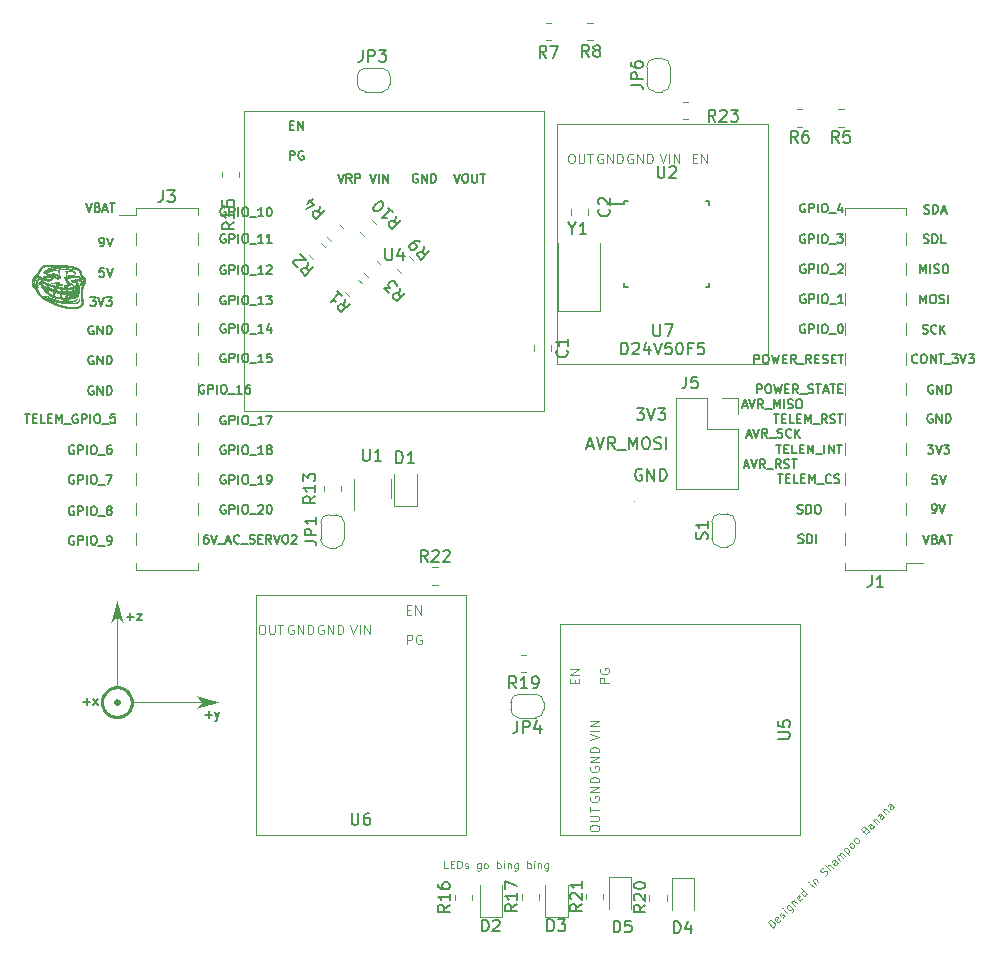
<source format=gbr>
%TF.GenerationSoftware,KiCad,Pcbnew,6.0.1*%
%TF.CreationDate,2022-02-10T21:42:24-06:00*%
%TF.ProjectId,POWER,504f5745-522e-46b6-9963-61645f706362,rev?*%
%TF.SameCoordinates,Original*%
%TF.FileFunction,Legend,Top*%
%TF.FilePolarity,Positive*%
%FSLAX46Y46*%
G04 Gerber Fmt 4.6, Leading zero omitted, Abs format (unit mm)*
G04 Created by KiCad (PCBNEW 6.0.1) date 2022-02-10 21:42:24*
%MOMM*%
%LPD*%
G01*
G04 APERTURE LIST*
%ADD10C,0.150000*%
%ADD11C,0.100000*%
%ADD12C,0.200000*%
%ADD13C,0.120000*%
%ADD14C,0.010000*%
G04 APERTURE END LIST*
D10*
X44410714Y-139253571D02*
X44982142Y-139253571D01*
X44696428Y-139539285D02*
X44696428Y-138967857D01*
X45267857Y-139039285D02*
X45660714Y-139039285D01*
X45267857Y-139539285D01*
X45660714Y-139539285D01*
X101262142Y-132973571D02*
X101369285Y-133009285D01*
X101547857Y-133009285D01*
X101619285Y-132973571D01*
X101655000Y-132937857D01*
X101690714Y-132866428D01*
X101690714Y-132795000D01*
X101655000Y-132723571D01*
X101619285Y-132687857D01*
X101547857Y-132652142D01*
X101405000Y-132616428D01*
X101333571Y-132580714D01*
X101297857Y-132545000D01*
X101262142Y-132473571D01*
X101262142Y-132402142D01*
X101297857Y-132330714D01*
X101333571Y-132295000D01*
X101405000Y-132259285D01*
X101583571Y-132259285D01*
X101690714Y-132295000D01*
X102012142Y-133009285D02*
X102012142Y-132259285D01*
X102190714Y-132259285D01*
X102297857Y-132295000D01*
X102369285Y-132366428D01*
X102405000Y-132437857D01*
X102440714Y-132580714D01*
X102440714Y-132687857D01*
X102405000Y-132830714D01*
X102369285Y-132902142D01*
X102297857Y-132973571D01*
X102190714Y-133009285D01*
X102012142Y-133009285D01*
X102762142Y-133009285D02*
X102762142Y-132259285D01*
X52733000Y-122256200D02*
X52661571Y-122220485D01*
X52554428Y-122220485D01*
X52447285Y-122256200D01*
X52375857Y-122327628D01*
X52340142Y-122399057D01*
X52304428Y-122541914D01*
X52304428Y-122649057D01*
X52340142Y-122791914D01*
X52375857Y-122863342D01*
X52447285Y-122934771D01*
X52554428Y-122970485D01*
X52625857Y-122970485D01*
X52733000Y-122934771D01*
X52768714Y-122899057D01*
X52768714Y-122649057D01*
X52625857Y-122649057D01*
X53090142Y-122970485D02*
X53090142Y-122220485D01*
X53375857Y-122220485D01*
X53447285Y-122256200D01*
X53483000Y-122291914D01*
X53518714Y-122363342D01*
X53518714Y-122470485D01*
X53483000Y-122541914D01*
X53447285Y-122577628D01*
X53375857Y-122613342D01*
X53090142Y-122613342D01*
X53840142Y-122970485D02*
X53840142Y-122220485D01*
X54340142Y-122220485D02*
X54483000Y-122220485D01*
X54554428Y-122256200D01*
X54625857Y-122327628D01*
X54661571Y-122470485D01*
X54661571Y-122720485D01*
X54625857Y-122863342D01*
X54554428Y-122934771D01*
X54483000Y-122970485D01*
X54340142Y-122970485D01*
X54268714Y-122934771D01*
X54197285Y-122863342D01*
X54161571Y-122720485D01*
X54161571Y-122470485D01*
X54197285Y-122327628D01*
X54268714Y-122256200D01*
X54340142Y-122220485D01*
X54804428Y-123041914D02*
X55375857Y-123041914D01*
X55947285Y-122970485D02*
X55518714Y-122970485D01*
X55733000Y-122970485D02*
X55733000Y-122220485D01*
X55661571Y-122327628D01*
X55590142Y-122399057D01*
X55518714Y-122434771D01*
X56197285Y-122220485D02*
X56697285Y-122220485D01*
X56375857Y-122970485D01*
D11*
X99107392Y-165578453D02*
X98647773Y-165118833D01*
X98757206Y-165009400D01*
X98844753Y-164965627D01*
X98932299Y-164965627D01*
X98997959Y-164987513D01*
X99107392Y-165053173D01*
X99173052Y-165118833D01*
X99238712Y-165228266D01*
X99260599Y-165293926D01*
X99260599Y-165381473D01*
X99216826Y-165469019D01*
X99107392Y-165578453D01*
X99720218Y-164921853D02*
X99698332Y-164987513D01*
X99610785Y-165075060D01*
X99545125Y-165096947D01*
X99479465Y-165075060D01*
X99304372Y-164899967D01*
X99282486Y-164834307D01*
X99304372Y-164768647D01*
X99391919Y-164681100D01*
X99457579Y-164659214D01*
X99523239Y-164681100D01*
X99567012Y-164724874D01*
X99391919Y-164987513D01*
X99917198Y-164724874D02*
X99982858Y-164702987D01*
X100070405Y-164615441D01*
X100092291Y-164549781D01*
X100070405Y-164484121D01*
X100048518Y-164462234D01*
X99982858Y-164440347D01*
X99917198Y-164462234D01*
X99851538Y-164527894D01*
X99785878Y-164549781D01*
X99720218Y-164527894D01*
X99698332Y-164506007D01*
X99676445Y-164440347D01*
X99698332Y-164374688D01*
X99763992Y-164309028D01*
X99829652Y-164287141D01*
X100333044Y-164352801D02*
X100026631Y-164046388D01*
X99873425Y-163893181D02*
X99873425Y-163936955D01*
X99917198Y-163936955D01*
X99917198Y-163893181D01*
X99873425Y-163893181D01*
X99917198Y-163936955D01*
X100442477Y-163630542D02*
X100814550Y-164002615D01*
X100836437Y-164068275D01*
X100836437Y-164112048D01*
X100814550Y-164177708D01*
X100748890Y-164243368D01*
X100683230Y-164265254D01*
X100727004Y-163915068D02*
X100705117Y-163980728D01*
X100617571Y-164068275D01*
X100551911Y-164090161D01*
X100508137Y-164090161D01*
X100442477Y-164068275D01*
X100311158Y-163936955D01*
X100289271Y-163871295D01*
X100289271Y-163827522D01*
X100311158Y-163761862D01*
X100398704Y-163674315D01*
X100464364Y-163652428D01*
X100661344Y-163411675D02*
X100967757Y-163718088D01*
X100705117Y-163455449D02*
X100705117Y-163411675D01*
X100727004Y-163346016D01*
X100792664Y-163280356D01*
X100858324Y-163258469D01*
X100923983Y-163280356D01*
X101164736Y-163521109D01*
X101536809Y-163105263D02*
X101514923Y-163170922D01*
X101427376Y-163258469D01*
X101361716Y-163280356D01*
X101296056Y-163258469D01*
X101120963Y-163083376D01*
X101099077Y-163017716D01*
X101120963Y-162952056D01*
X101208510Y-162864509D01*
X101274170Y-162842623D01*
X101339830Y-162864509D01*
X101383603Y-162908283D01*
X101208510Y-163170922D01*
X101974542Y-162711303D02*
X101514923Y-162251684D01*
X101952655Y-162689416D02*
X101930769Y-162755076D01*
X101843222Y-162842623D01*
X101777562Y-162864509D01*
X101733789Y-162864509D01*
X101668129Y-162842623D01*
X101536809Y-162711303D01*
X101514923Y-162645643D01*
X101514923Y-162601870D01*
X101536809Y-162536210D01*
X101624356Y-162448663D01*
X101690016Y-162426777D01*
X102543595Y-162142250D02*
X102237182Y-161835837D01*
X102083975Y-161682631D02*
X102083975Y-161726404D01*
X102127749Y-161726404D01*
X102127749Y-161682631D01*
X102083975Y-161682631D01*
X102127749Y-161726404D01*
X102456048Y-161616971D02*
X102762461Y-161923384D01*
X102499821Y-161660744D02*
X102499821Y-161616971D01*
X102521708Y-161551311D01*
X102587368Y-161485651D01*
X102653028Y-161463765D01*
X102718688Y-161485651D01*
X102959441Y-161726404D01*
X103484720Y-161157352D02*
X103572267Y-161113578D01*
X103681700Y-161004145D01*
X103703587Y-160938485D01*
X103703587Y-160894712D01*
X103681700Y-160829052D01*
X103637927Y-160785279D01*
X103572267Y-160763392D01*
X103528493Y-160763392D01*
X103462834Y-160785279D01*
X103353400Y-160850939D01*
X103287740Y-160872825D01*
X103243967Y-160872825D01*
X103178307Y-160850939D01*
X103134534Y-160807165D01*
X103112647Y-160741506D01*
X103112647Y-160697732D01*
X103134534Y-160632072D01*
X103243967Y-160522639D01*
X103331514Y-160478866D01*
X103966226Y-160719619D02*
X103506607Y-160260000D01*
X104163206Y-160522639D02*
X103922453Y-160281886D01*
X103856793Y-160260000D01*
X103791133Y-160281886D01*
X103725473Y-160347546D01*
X103703587Y-160413206D01*
X103703587Y-160456979D01*
X104579052Y-160106793D02*
X104338299Y-159866040D01*
X104272639Y-159844153D01*
X104206979Y-159866040D01*
X104119433Y-159953587D01*
X104097546Y-160019246D01*
X104557165Y-160084906D02*
X104535279Y-160150566D01*
X104425846Y-160260000D01*
X104360186Y-160281886D01*
X104294526Y-160260000D01*
X104250753Y-160216226D01*
X104228866Y-160150566D01*
X104250753Y-160084906D01*
X104360186Y-159975473D01*
X104382072Y-159909813D01*
X104797918Y-159887927D02*
X104491506Y-159581514D01*
X104535279Y-159625287D02*
X104535279Y-159581514D01*
X104557165Y-159515854D01*
X104622825Y-159450194D01*
X104688485Y-159428307D01*
X104754145Y-159450194D01*
X104994898Y-159690947D01*
X104754145Y-159450194D02*
X104732259Y-159384534D01*
X104754145Y-159318874D01*
X104819805Y-159253214D01*
X104885465Y-159231327D01*
X104951125Y-159253214D01*
X105191878Y-159493967D01*
X105104331Y-158968688D02*
X105563951Y-159428307D01*
X105126218Y-158990574D02*
X105148105Y-158924915D01*
X105235651Y-158837368D01*
X105301311Y-158815481D01*
X105345084Y-158815481D01*
X105410744Y-158837368D01*
X105542064Y-158968688D01*
X105563951Y-159034348D01*
X105563951Y-159078121D01*
X105542064Y-159143781D01*
X105454518Y-159231327D01*
X105388858Y-159253214D01*
X105892250Y-158793595D02*
X105826590Y-158815481D01*
X105782817Y-158815481D01*
X105717157Y-158793595D01*
X105585837Y-158662275D01*
X105563951Y-158596615D01*
X105563951Y-158552842D01*
X105585837Y-158487182D01*
X105651497Y-158421522D01*
X105717157Y-158399635D01*
X105760931Y-158399635D01*
X105826590Y-158421522D01*
X105957910Y-158552842D01*
X105979797Y-158618502D01*
X105979797Y-158662275D01*
X105957910Y-158727935D01*
X105892250Y-158793595D01*
X106308097Y-158377749D02*
X106242437Y-158399635D01*
X106198663Y-158399635D01*
X106133003Y-158377749D01*
X106001684Y-158246429D01*
X105979797Y-158180769D01*
X105979797Y-158136996D01*
X106001684Y-158071336D01*
X106067344Y-158005676D01*
X106133003Y-157983789D01*
X106176777Y-157983789D01*
X106242437Y-158005676D01*
X106373756Y-158136996D01*
X106395643Y-158202655D01*
X106395643Y-158246429D01*
X106373756Y-158312089D01*
X106308097Y-158377749D01*
X106920922Y-157283417D02*
X107008469Y-157239643D01*
X107052242Y-157239643D01*
X107117902Y-157261530D01*
X107183562Y-157327190D01*
X107205449Y-157392850D01*
X107205449Y-157436623D01*
X107183562Y-157502283D01*
X107008469Y-157677376D01*
X106548850Y-157217757D01*
X106702056Y-157064550D01*
X106767716Y-157042664D01*
X106811489Y-157042664D01*
X106877149Y-157064550D01*
X106920922Y-157108324D01*
X106942809Y-157173983D01*
X106942809Y-157217757D01*
X106920922Y-157283417D01*
X106767716Y-157436623D01*
X107665068Y-157020777D02*
X107424315Y-156780024D01*
X107358655Y-156758137D01*
X107292995Y-156780024D01*
X107205449Y-156867571D01*
X107183562Y-156933230D01*
X107643181Y-156998890D02*
X107621295Y-157064550D01*
X107511862Y-157173983D01*
X107446202Y-157195870D01*
X107380542Y-157173983D01*
X107336769Y-157130210D01*
X107314882Y-157064550D01*
X107336769Y-156998890D01*
X107446202Y-156889457D01*
X107468088Y-156823797D01*
X107577522Y-156495498D02*
X107883935Y-156801911D01*
X107621295Y-156539271D02*
X107621295Y-156495498D01*
X107643181Y-156429838D01*
X107708841Y-156364178D01*
X107774501Y-156342291D01*
X107840161Y-156364178D01*
X108080914Y-156604931D01*
X108496760Y-156189085D02*
X108256007Y-155948332D01*
X108190347Y-155926445D01*
X108124688Y-155948332D01*
X108037141Y-156035878D01*
X108015254Y-156101538D01*
X108474874Y-156167198D02*
X108452987Y-156232858D01*
X108343554Y-156342291D01*
X108277894Y-156364178D01*
X108212234Y-156342291D01*
X108168461Y-156298518D01*
X108146574Y-156232858D01*
X108168461Y-156167198D01*
X108277894Y-156057765D01*
X108299781Y-155992105D01*
X108409214Y-155663805D02*
X108715627Y-155970218D01*
X108452987Y-155707579D02*
X108452987Y-155663805D01*
X108474874Y-155598146D01*
X108540534Y-155532486D01*
X108606194Y-155510599D01*
X108671853Y-155532486D01*
X108912607Y-155773239D01*
X109328453Y-155357392D02*
X109087700Y-155116639D01*
X109022040Y-155094753D01*
X108956380Y-155116639D01*
X108868833Y-155204186D01*
X108846947Y-155269846D01*
X109306566Y-155335506D02*
X109284679Y-155401166D01*
X109175246Y-155510599D01*
X109109586Y-155532486D01*
X109043926Y-155510599D01*
X109000153Y-155466826D01*
X108978266Y-155401166D01*
X109000153Y-155335506D01*
X109109586Y-155226073D01*
X109131473Y-155160413D01*
D10*
X41304285Y-112189285D02*
X41768571Y-112189285D01*
X41518571Y-112475000D01*
X41625714Y-112475000D01*
X41697142Y-112510714D01*
X41732857Y-112546428D01*
X41768571Y-112617857D01*
X41768571Y-112796428D01*
X41732857Y-112867857D01*
X41697142Y-112903571D01*
X41625714Y-112939285D01*
X41411428Y-112939285D01*
X41339999Y-112903571D01*
X41304285Y-112867857D01*
X41982857Y-112189285D02*
X42232857Y-112939285D01*
X42482857Y-112189285D01*
X42661428Y-112189285D02*
X43125714Y-112189285D01*
X42875714Y-112475000D01*
X42982857Y-112475000D01*
X43054285Y-112510714D01*
X43089999Y-112546428D01*
X43125714Y-112617857D01*
X43125714Y-112796428D01*
X43089999Y-112867857D01*
X43054285Y-112903571D01*
X42982857Y-112939285D01*
X42768571Y-112939285D01*
X42697142Y-112903571D01*
X42661428Y-112867857D01*
X51249314Y-132304285D02*
X51106457Y-132304285D01*
X51035028Y-132340000D01*
X50999314Y-132375714D01*
X50927885Y-132482857D01*
X50892171Y-132625714D01*
X50892171Y-132911428D01*
X50927885Y-132982857D01*
X50963600Y-133018571D01*
X51035028Y-133054285D01*
X51177885Y-133054285D01*
X51249314Y-133018571D01*
X51285028Y-132982857D01*
X51320742Y-132911428D01*
X51320742Y-132732857D01*
X51285028Y-132661428D01*
X51249314Y-132625714D01*
X51177885Y-132590000D01*
X51035028Y-132590000D01*
X50963600Y-132625714D01*
X50927885Y-132661428D01*
X50892171Y-132732857D01*
X51535028Y-132304285D02*
X51785028Y-133054285D01*
X52035028Y-132304285D01*
X52106457Y-133125714D02*
X52677885Y-133125714D01*
X52820742Y-132840000D02*
X53177885Y-132840000D01*
X52749314Y-133054285D02*
X52999314Y-132304285D01*
X53249314Y-133054285D01*
X53927885Y-132982857D02*
X53892171Y-133018571D01*
X53785028Y-133054285D01*
X53713600Y-133054285D01*
X53606457Y-133018571D01*
X53535028Y-132947142D01*
X53499314Y-132875714D01*
X53463600Y-132732857D01*
X53463600Y-132625714D01*
X53499314Y-132482857D01*
X53535028Y-132411428D01*
X53606457Y-132340000D01*
X53713600Y-132304285D01*
X53785028Y-132304285D01*
X53892171Y-132340000D01*
X53927885Y-132375714D01*
X54070742Y-133125714D02*
X54642171Y-133125714D01*
X54785028Y-133018571D02*
X54892171Y-133054285D01*
X55070742Y-133054285D01*
X55142171Y-133018571D01*
X55177885Y-132982857D01*
X55213600Y-132911428D01*
X55213600Y-132840000D01*
X55177885Y-132768571D01*
X55142171Y-132732857D01*
X55070742Y-132697142D01*
X54927885Y-132661428D01*
X54856457Y-132625714D01*
X54820742Y-132590000D01*
X54785028Y-132518571D01*
X54785028Y-132447142D01*
X54820742Y-132375714D01*
X54856457Y-132340000D01*
X54927885Y-132304285D01*
X55106457Y-132304285D01*
X55213600Y-132340000D01*
X55535028Y-132661428D02*
X55785028Y-132661428D01*
X55892171Y-133054285D02*
X55535028Y-133054285D01*
X55535028Y-132304285D01*
X55892171Y-132304285D01*
X56642171Y-133054285D02*
X56392171Y-132697142D01*
X56213600Y-133054285D02*
X56213600Y-132304285D01*
X56499314Y-132304285D01*
X56570742Y-132340000D01*
X56606457Y-132375714D01*
X56642171Y-132447142D01*
X56642171Y-132554285D01*
X56606457Y-132625714D01*
X56570742Y-132661428D01*
X56499314Y-132697142D01*
X56213600Y-132697142D01*
X56856457Y-132304285D02*
X57106457Y-133054285D01*
X57356457Y-132304285D01*
X57749314Y-132304285D02*
X57892171Y-132304285D01*
X57963600Y-132340000D01*
X58035028Y-132411428D01*
X58070742Y-132554285D01*
X58070742Y-132804285D01*
X58035028Y-132947142D01*
X57963600Y-133018571D01*
X57892171Y-133054285D01*
X57749314Y-133054285D01*
X57677885Y-133018571D01*
X57606457Y-132947142D01*
X57570742Y-132804285D01*
X57570742Y-132554285D01*
X57606457Y-132411428D01*
X57677885Y-132340000D01*
X57749314Y-132304285D01*
X58356457Y-132375714D02*
X58392171Y-132340000D01*
X58463600Y-132304285D01*
X58642171Y-132304285D01*
X58713600Y-132340000D01*
X58749314Y-132375714D01*
X58785028Y-132447142D01*
X58785028Y-132518571D01*
X58749314Y-132625714D01*
X58320742Y-133054285D01*
X58785028Y-133054285D01*
X112588571Y-122105000D02*
X112517142Y-122069285D01*
X112410000Y-122069285D01*
X112302857Y-122105000D01*
X112231428Y-122176428D01*
X112195714Y-122247857D01*
X112160000Y-122390714D01*
X112160000Y-122497857D01*
X112195714Y-122640714D01*
X112231428Y-122712142D01*
X112302857Y-122783571D01*
X112410000Y-122819285D01*
X112481428Y-122819285D01*
X112588571Y-122783571D01*
X112624285Y-122747857D01*
X112624285Y-122497857D01*
X112481428Y-122497857D01*
X112945714Y-122819285D02*
X112945714Y-122069285D01*
X113374285Y-122819285D01*
X113374285Y-122069285D01*
X113731428Y-122819285D02*
X113731428Y-122069285D01*
X113910000Y-122069285D01*
X114017142Y-122105000D01*
X114088571Y-122176428D01*
X114124285Y-122247857D01*
X114160000Y-122390714D01*
X114160000Y-122497857D01*
X114124285Y-122640714D01*
X114088571Y-122712142D01*
X114017142Y-122783571D01*
X113910000Y-122819285D01*
X113731428Y-122819285D01*
X41554286Y-114635000D02*
X41482857Y-114599285D01*
X41375715Y-114599285D01*
X41268572Y-114635000D01*
X41197143Y-114706428D01*
X41161429Y-114777857D01*
X41125715Y-114920714D01*
X41125715Y-115027857D01*
X41161429Y-115170714D01*
X41197143Y-115242142D01*
X41268572Y-115313571D01*
X41375715Y-115349285D01*
X41447143Y-115349285D01*
X41554286Y-115313571D01*
X41590000Y-115277857D01*
X41590000Y-115027857D01*
X41447143Y-115027857D01*
X41911429Y-115349285D02*
X41911429Y-114599285D01*
X42340000Y-115349285D01*
X42340000Y-114599285D01*
X42697143Y-115349285D02*
X42697143Y-114599285D01*
X42875715Y-114599285D01*
X42982857Y-114635000D01*
X43054286Y-114706428D01*
X43090000Y-114777857D01*
X43125715Y-114920714D01*
X43125715Y-115027857D01*
X43090000Y-115170714D01*
X43054286Y-115242142D01*
X42982857Y-115313571D01*
X42875715Y-115349285D01*
X42697143Y-115349285D01*
X111857142Y-107573571D02*
X111964285Y-107609285D01*
X112142857Y-107609285D01*
X112214285Y-107573571D01*
X112250000Y-107537857D01*
X112285714Y-107466428D01*
X112285714Y-107395000D01*
X112250000Y-107323571D01*
X112214285Y-107287857D01*
X112142857Y-107252142D01*
X112000000Y-107216428D01*
X111928571Y-107180714D01*
X111892857Y-107145000D01*
X111857142Y-107073571D01*
X111857142Y-107002142D01*
X111892857Y-106930714D01*
X111928571Y-106895000D01*
X112000000Y-106859285D01*
X112178571Y-106859285D01*
X112285714Y-106895000D01*
X112607142Y-107609285D02*
X112607142Y-106859285D01*
X112785714Y-106859285D01*
X112892857Y-106895000D01*
X112964285Y-106966428D01*
X113000000Y-107037857D01*
X113035714Y-107180714D01*
X113035714Y-107287857D01*
X113000000Y-107430714D01*
X112964285Y-107502142D01*
X112892857Y-107573571D01*
X112785714Y-107609285D01*
X112607142Y-107609285D01*
X113714285Y-107609285D02*
X113357142Y-107609285D01*
X113357142Y-106859285D01*
X101177857Y-130493571D02*
X101285000Y-130529285D01*
X101463571Y-130529285D01*
X101535000Y-130493571D01*
X101570714Y-130457857D01*
X101606428Y-130386428D01*
X101606428Y-130315000D01*
X101570714Y-130243571D01*
X101535000Y-130207857D01*
X101463571Y-130172142D01*
X101320714Y-130136428D01*
X101249285Y-130100714D01*
X101213571Y-130065000D01*
X101177857Y-129993571D01*
X101177857Y-129922142D01*
X101213571Y-129850714D01*
X101249285Y-129815000D01*
X101320714Y-129779285D01*
X101499285Y-129779285D01*
X101606428Y-129815000D01*
X101927857Y-130529285D02*
X101927857Y-129779285D01*
X102106428Y-129779285D01*
X102213571Y-129815000D01*
X102285000Y-129886428D01*
X102320714Y-129957857D01*
X102356428Y-130100714D01*
X102356428Y-130207857D01*
X102320714Y-130350714D01*
X102285000Y-130422142D01*
X102213571Y-130493571D01*
X102106428Y-130529285D01*
X101927857Y-130529285D01*
X102820714Y-129779285D02*
X102963571Y-129779285D01*
X103035000Y-129815000D01*
X103106428Y-129886428D01*
X103142142Y-130029285D01*
X103142142Y-130279285D01*
X103106428Y-130422142D01*
X103035000Y-130493571D01*
X102963571Y-130529285D01*
X102820714Y-130529285D01*
X102749285Y-130493571D01*
X102677857Y-130422142D01*
X102642142Y-130279285D01*
X102642142Y-130029285D01*
X102677857Y-129886428D01*
X102749285Y-129815000D01*
X102820714Y-129779285D01*
D12*
X87561904Y-121592380D02*
X88180952Y-121592380D01*
X87847619Y-121973333D01*
X87990476Y-121973333D01*
X88085714Y-122020952D01*
X88133333Y-122068571D01*
X88180952Y-122163809D01*
X88180952Y-122401904D01*
X88133333Y-122497142D01*
X88085714Y-122544761D01*
X87990476Y-122592380D01*
X87704761Y-122592380D01*
X87609523Y-122544761D01*
X87561904Y-122497142D01*
X88466666Y-121592380D02*
X88800000Y-122592380D01*
X89133333Y-121592380D01*
X89371428Y-121592380D02*
X89990476Y-121592380D01*
X89657142Y-121973333D01*
X89800000Y-121973333D01*
X89895238Y-122020952D01*
X89942857Y-122068571D01*
X89990476Y-122163809D01*
X89990476Y-122401904D01*
X89942857Y-122497142D01*
X89895238Y-122544761D01*
X89800000Y-122592380D01*
X89514285Y-122592380D01*
X89419047Y-122544761D01*
X89371428Y-122497142D01*
D10*
X96872142Y-123865000D02*
X97229285Y-123865000D01*
X96800714Y-124079285D02*
X97050714Y-123329285D01*
X97300714Y-124079285D01*
X97443571Y-123329285D02*
X97693571Y-124079285D01*
X97943571Y-123329285D01*
X98622142Y-124079285D02*
X98372142Y-123722142D01*
X98193571Y-124079285D02*
X98193571Y-123329285D01*
X98479285Y-123329285D01*
X98550714Y-123365000D01*
X98586428Y-123400714D01*
X98622142Y-123472142D01*
X98622142Y-123579285D01*
X98586428Y-123650714D01*
X98550714Y-123686428D01*
X98479285Y-123722142D01*
X98193571Y-123722142D01*
X98765000Y-124150714D02*
X99336428Y-124150714D01*
X99479285Y-124043571D02*
X99586428Y-124079285D01*
X99765000Y-124079285D01*
X99836428Y-124043571D01*
X99872142Y-124007857D01*
X99907857Y-123936428D01*
X99907857Y-123865000D01*
X99872142Y-123793571D01*
X99836428Y-123757857D01*
X99765000Y-123722142D01*
X99622142Y-123686428D01*
X99550714Y-123650714D01*
X99515000Y-123615000D01*
X99479285Y-123543571D01*
X99479285Y-123472142D01*
X99515000Y-123400714D01*
X99550714Y-123365000D01*
X99622142Y-123329285D01*
X99800714Y-123329285D01*
X99907857Y-123365000D01*
X100657857Y-124007857D02*
X100622142Y-124043571D01*
X100515000Y-124079285D01*
X100443571Y-124079285D01*
X100336428Y-124043571D01*
X100265000Y-123972142D01*
X100229285Y-123900714D01*
X100193571Y-123757857D01*
X100193571Y-123650714D01*
X100229285Y-123507857D01*
X100265000Y-123436428D01*
X100336428Y-123365000D01*
X100443571Y-123329285D01*
X100515000Y-123329285D01*
X100622142Y-123365000D01*
X100657857Y-123400714D01*
X100979285Y-124079285D02*
X100979285Y-123329285D01*
X101407857Y-124079285D02*
X101086428Y-123650714D01*
X101407857Y-123329285D02*
X100979285Y-123757857D01*
X111571428Y-110169285D02*
X111571428Y-109419285D01*
X111821428Y-109955000D01*
X112071428Y-109419285D01*
X112071428Y-110169285D01*
X112428571Y-110169285D02*
X112428571Y-109419285D01*
X112750000Y-110133571D02*
X112857142Y-110169285D01*
X113035714Y-110169285D01*
X113107142Y-110133571D01*
X113142857Y-110097857D01*
X113178571Y-110026428D01*
X113178571Y-109955000D01*
X113142857Y-109883571D01*
X113107142Y-109847857D01*
X113035714Y-109812142D01*
X112892857Y-109776428D01*
X112821428Y-109740714D01*
X112785714Y-109705000D01*
X112750000Y-109633571D01*
X112750000Y-109562142D01*
X112785714Y-109490714D01*
X112821428Y-109455000D01*
X112892857Y-109419285D01*
X113071428Y-109419285D01*
X113178571Y-109455000D01*
X113642857Y-109419285D02*
X113785714Y-109419285D01*
X113857142Y-109455000D01*
X113928571Y-109526428D01*
X113964285Y-109669285D01*
X113964285Y-109919285D01*
X113928571Y-110062142D01*
X113857142Y-110133571D01*
X113785714Y-110169285D01*
X113642857Y-110169285D01*
X113571428Y-110133571D01*
X113500000Y-110062142D01*
X113464285Y-109919285D01*
X113464285Y-109669285D01*
X113500000Y-109526428D01*
X113571428Y-109455000D01*
X113642857Y-109419285D01*
X99392142Y-124669285D02*
X99820714Y-124669285D01*
X99606428Y-125419285D02*
X99606428Y-124669285D01*
X100070714Y-125026428D02*
X100320714Y-125026428D01*
X100427857Y-125419285D02*
X100070714Y-125419285D01*
X100070714Y-124669285D01*
X100427857Y-124669285D01*
X101106428Y-125419285D02*
X100749285Y-125419285D01*
X100749285Y-124669285D01*
X101356428Y-125026428D02*
X101606428Y-125026428D01*
X101713571Y-125419285D02*
X101356428Y-125419285D01*
X101356428Y-124669285D01*
X101713571Y-124669285D01*
X102035000Y-125419285D02*
X102035000Y-124669285D01*
X102285000Y-125205000D01*
X102535000Y-124669285D01*
X102535000Y-125419285D01*
X102713571Y-125490714D02*
X103285000Y-125490714D01*
X103463571Y-125419285D02*
X103463571Y-124669285D01*
X103820714Y-125419285D02*
X103820714Y-124669285D01*
X104249285Y-125419285D01*
X104249285Y-124669285D01*
X104499285Y-124669285D02*
X104927857Y-124669285D01*
X104713571Y-125419285D02*
X104713571Y-124669285D01*
X52733000Y-112096200D02*
X52661571Y-112060485D01*
X52554428Y-112060485D01*
X52447285Y-112096200D01*
X52375857Y-112167628D01*
X52340142Y-112239057D01*
X52304428Y-112381914D01*
X52304428Y-112489057D01*
X52340142Y-112631914D01*
X52375857Y-112703342D01*
X52447285Y-112774771D01*
X52554428Y-112810485D01*
X52625857Y-112810485D01*
X52733000Y-112774771D01*
X52768714Y-112739057D01*
X52768714Y-112489057D01*
X52625857Y-112489057D01*
X53090142Y-112810485D02*
X53090142Y-112060485D01*
X53375857Y-112060485D01*
X53447285Y-112096200D01*
X53483000Y-112131914D01*
X53518714Y-112203342D01*
X53518714Y-112310485D01*
X53483000Y-112381914D01*
X53447285Y-112417628D01*
X53375857Y-112453342D01*
X53090142Y-112453342D01*
X53840142Y-112810485D02*
X53840142Y-112060485D01*
X54340142Y-112060485D02*
X54483000Y-112060485D01*
X54554428Y-112096200D01*
X54625857Y-112167628D01*
X54661571Y-112310485D01*
X54661571Y-112560485D01*
X54625857Y-112703342D01*
X54554428Y-112774771D01*
X54483000Y-112810485D01*
X54340142Y-112810485D01*
X54268714Y-112774771D01*
X54197285Y-112703342D01*
X54161571Y-112560485D01*
X54161571Y-112310485D01*
X54197285Y-112167628D01*
X54268714Y-112096200D01*
X54340142Y-112060485D01*
X54804428Y-112881914D02*
X55375857Y-112881914D01*
X55947285Y-112810485D02*
X55518714Y-112810485D01*
X55733000Y-112810485D02*
X55733000Y-112060485D01*
X55661571Y-112167628D01*
X55590142Y-112239057D01*
X55518714Y-112274771D01*
X56197285Y-112060485D02*
X56661571Y-112060485D01*
X56411571Y-112346200D01*
X56518714Y-112346200D01*
X56590142Y-112381914D01*
X56625857Y-112417628D01*
X56661571Y-112489057D01*
X56661571Y-112667628D01*
X56625857Y-112739057D01*
X56590142Y-112774771D01*
X56518714Y-112810485D01*
X56304428Y-112810485D01*
X56233000Y-112774771D01*
X56197285Y-112739057D01*
X112648571Y-119635000D02*
X112577142Y-119599285D01*
X112470000Y-119599285D01*
X112362857Y-119635000D01*
X112291428Y-119706428D01*
X112255714Y-119777857D01*
X112220000Y-119920714D01*
X112220000Y-120027857D01*
X112255714Y-120170714D01*
X112291428Y-120242142D01*
X112362857Y-120313571D01*
X112470000Y-120349285D01*
X112541428Y-120349285D01*
X112648571Y-120313571D01*
X112684285Y-120277857D01*
X112684285Y-120027857D01*
X112541428Y-120027857D01*
X113005714Y-120349285D02*
X113005714Y-119599285D01*
X113434285Y-120349285D01*
X113434285Y-119599285D01*
X113791428Y-120349285D02*
X113791428Y-119599285D01*
X113970000Y-119599285D01*
X114077142Y-119635000D01*
X114148571Y-119706428D01*
X114184285Y-119777857D01*
X114220000Y-119920714D01*
X114220000Y-120027857D01*
X114184285Y-120170714D01*
X114148571Y-120242142D01*
X114077142Y-120313571D01*
X113970000Y-120349285D01*
X113791428Y-120349285D01*
X52733000Y-116998400D02*
X52661571Y-116962685D01*
X52554428Y-116962685D01*
X52447285Y-116998400D01*
X52375857Y-117069828D01*
X52340142Y-117141257D01*
X52304428Y-117284114D01*
X52304428Y-117391257D01*
X52340142Y-117534114D01*
X52375857Y-117605542D01*
X52447285Y-117676971D01*
X52554428Y-117712685D01*
X52625857Y-117712685D01*
X52733000Y-117676971D01*
X52768714Y-117641257D01*
X52768714Y-117391257D01*
X52625857Y-117391257D01*
X53090142Y-117712685D02*
X53090142Y-116962685D01*
X53375857Y-116962685D01*
X53447285Y-116998400D01*
X53483000Y-117034114D01*
X53518714Y-117105542D01*
X53518714Y-117212685D01*
X53483000Y-117284114D01*
X53447285Y-117319828D01*
X53375857Y-117355542D01*
X53090142Y-117355542D01*
X53840142Y-117712685D02*
X53840142Y-116962685D01*
X54340142Y-116962685D02*
X54483000Y-116962685D01*
X54554428Y-116998400D01*
X54625857Y-117069828D01*
X54661571Y-117212685D01*
X54661571Y-117462685D01*
X54625857Y-117605542D01*
X54554428Y-117676971D01*
X54483000Y-117712685D01*
X54340142Y-117712685D01*
X54268714Y-117676971D01*
X54197285Y-117605542D01*
X54161571Y-117462685D01*
X54161571Y-117212685D01*
X54197285Y-117069828D01*
X54268714Y-116998400D01*
X54340142Y-116962685D01*
X54804428Y-117784114D02*
X55375857Y-117784114D01*
X55947285Y-117712685D02*
X55518714Y-117712685D01*
X55733000Y-117712685D02*
X55733000Y-116962685D01*
X55661571Y-117069828D01*
X55590142Y-117141257D01*
X55518714Y-117176971D01*
X56625857Y-116962685D02*
X56268714Y-116962685D01*
X56233000Y-117319828D01*
X56268714Y-117284114D01*
X56340142Y-117248400D01*
X56518714Y-117248400D01*
X56590142Y-117284114D01*
X56625857Y-117319828D01*
X56661571Y-117391257D01*
X56661571Y-117569828D01*
X56625857Y-117641257D01*
X56590142Y-117676971D01*
X56518714Y-117712685D01*
X56340142Y-117712685D01*
X56268714Y-117676971D01*
X56233000Y-117641257D01*
X111581428Y-112719285D02*
X111581428Y-111969285D01*
X111831428Y-112505000D01*
X112081428Y-111969285D01*
X112081428Y-112719285D01*
X112581428Y-111969285D02*
X112724285Y-111969285D01*
X112795714Y-112005000D01*
X112867142Y-112076428D01*
X112902857Y-112219285D01*
X112902857Y-112469285D01*
X112867142Y-112612142D01*
X112795714Y-112683571D01*
X112724285Y-112719285D01*
X112581428Y-112719285D01*
X112510000Y-112683571D01*
X112438571Y-112612142D01*
X112402857Y-112469285D01*
X112402857Y-112219285D01*
X112438571Y-112076428D01*
X112510000Y-112005000D01*
X112581428Y-111969285D01*
X113188571Y-112683571D02*
X113295714Y-112719285D01*
X113474285Y-112719285D01*
X113545714Y-112683571D01*
X113581428Y-112647857D01*
X113617142Y-112576428D01*
X113617142Y-112505000D01*
X113581428Y-112433571D01*
X113545714Y-112397857D01*
X113474285Y-112362142D01*
X113331428Y-112326428D01*
X113260000Y-112290714D01*
X113224285Y-112255000D01*
X113188571Y-112183571D01*
X113188571Y-112112142D01*
X113224285Y-112040714D01*
X113260000Y-112005000D01*
X113331428Y-111969285D01*
X113510000Y-111969285D01*
X113617142Y-112005000D01*
X113938571Y-112719285D02*
X113938571Y-111969285D01*
X39911428Y-132435000D02*
X39840000Y-132399285D01*
X39732857Y-132399285D01*
X39625714Y-132435000D01*
X39554286Y-132506428D01*
X39518571Y-132577857D01*
X39482857Y-132720714D01*
X39482857Y-132827857D01*
X39518571Y-132970714D01*
X39554286Y-133042142D01*
X39625714Y-133113571D01*
X39732857Y-133149285D01*
X39804286Y-133149285D01*
X39911428Y-133113571D01*
X39947143Y-133077857D01*
X39947143Y-132827857D01*
X39804286Y-132827857D01*
X40268571Y-133149285D02*
X40268571Y-132399285D01*
X40554286Y-132399285D01*
X40625714Y-132435000D01*
X40661428Y-132470714D01*
X40697143Y-132542142D01*
X40697143Y-132649285D01*
X40661428Y-132720714D01*
X40625714Y-132756428D01*
X40554286Y-132792142D01*
X40268571Y-132792142D01*
X41018571Y-133149285D02*
X41018571Y-132399285D01*
X41518571Y-132399285D02*
X41661428Y-132399285D01*
X41732857Y-132435000D01*
X41804286Y-132506428D01*
X41840000Y-132649285D01*
X41840000Y-132899285D01*
X41804286Y-133042142D01*
X41732857Y-133113571D01*
X41661428Y-133149285D01*
X41518571Y-133149285D01*
X41447143Y-133113571D01*
X41375714Y-133042142D01*
X41340000Y-132899285D01*
X41340000Y-132649285D01*
X41375714Y-132506428D01*
X41447143Y-132435000D01*
X41518571Y-132399285D01*
X41982857Y-133220714D02*
X42554286Y-133220714D01*
X42768571Y-133149285D02*
X42911428Y-133149285D01*
X42982857Y-133113571D01*
X43018571Y-133077857D01*
X43090000Y-132970714D01*
X43125714Y-132827857D01*
X43125714Y-132542142D01*
X43090000Y-132470714D01*
X43054286Y-132435000D01*
X42982857Y-132399285D01*
X42840000Y-132399285D01*
X42768571Y-132435000D01*
X42732857Y-132470714D01*
X42697143Y-132542142D01*
X42697143Y-132720714D01*
X42732857Y-132792142D01*
X42768571Y-132827857D01*
X42840000Y-132863571D01*
X42982857Y-132863571D01*
X43054286Y-132827857D01*
X43090000Y-132792142D01*
X43125714Y-132720714D01*
X42125714Y-107899285D02*
X42268571Y-107899285D01*
X42340000Y-107863571D01*
X42375714Y-107827857D01*
X42447142Y-107720714D01*
X42482857Y-107577857D01*
X42482857Y-107292142D01*
X42447142Y-107220714D01*
X42411428Y-107185000D01*
X42340000Y-107149285D01*
X42197142Y-107149285D01*
X42125714Y-107185000D01*
X42090000Y-107220714D01*
X42054285Y-107292142D01*
X42054285Y-107470714D01*
X42090000Y-107542142D01*
X42125714Y-107577857D01*
X42197142Y-107613571D01*
X42340000Y-107613571D01*
X42411428Y-107577857D01*
X42447142Y-107542142D01*
X42482857Y-107470714D01*
X42697142Y-107149285D02*
X42947142Y-107899285D01*
X43197142Y-107149285D01*
X112987142Y-127259285D02*
X112630000Y-127259285D01*
X112594285Y-127616428D01*
X112630000Y-127580714D01*
X112701428Y-127545000D01*
X112880000Y-127545000D01*
X112951428Y-127580714D01*
X112987142Y-127616428D01*
X113022857Y-127687857D01*
X113022857Y-127866428D01*
X112987142Y-127937857D01*
X112951428Y-127973571D01*
X112880000Y-128009285D01*
X112701428Y-128009285D01*
X112630000Y-127973571D01*
X112594285Y-127937857D01*
X113237142Y-127259285D02*
X113487142Y-128009285D01*
X113737142Y-127259285D01*
X112201428Y-124689285D02*
X112665714Y-124689285D01*
X112415714Y-124975000D01*
X112522857Y-124975000D01*
X112594285Y-125010714D01*
X112630000Y-125046428D01*
X112665714Y-125117857D01*
X112665714Y-125296428D01*
X112630000Y-125367857D01*
X112594285Y-125403571D01*
X112522857Y-125439285D01*
X112308571Y-125439285D01*
X112237142Y-125403571D01*
X112201428Y-125367857D01*
X112880000Y-124689285D02*
X113130000Y-125439285D01*
X113380000Y-124689285D01*
X113558571Y-124689285D02*
X114022857Y-124689285D01*
X113772857Y-124975000D01*
X113880000Y-124975000D01*
X113951428Y-125010714D01*
X113987142Y-125046428D01*
X114022857Y-125117857D01*
X114022857Y-125296428D01*
X113987142Y-125367857D01*
X113951428Y-125403571D01*
X113880000Y-125439285D01*
X113665714Y-125439285D01*
X113594285Y-125403571D01*
X113558571Y-125367857D01*
X50929600Y-119640000D02*
X50858171Y-119604285D01*
X50751028Y-119604285D01*
X50643885Y-119640000D01*
X50572457Y-119711428D01*
X50536742Y-119782857D01*
X50501028Y-119925714D01*
X50501028Y-120032857D01*
X50536742Y-120175714D01*
X50572457Y-120247142D01*
X50643885Y-120318571D01*
X50751028Y-120354285D01*
X50822457Y-120354285D01*
X50929600Y-120318571D01*
X50965314Y-120282857D01*
X50965314Y-120032857D01*
X50822457Y-120032857D01*
X51286742Y-120354285D02*
X51286742Y-119604285D01*
X51572457Y-119604285D01*
X51643885Y-119640000D01*
X51679600Y-119675714D01*
X51715314Y-119747142D01*
X51715314Y-119854285D01*
X51679600Y-119925714D01*
X51643885Y-119961428D01*
X51572457Y-119997142D01*
X51286742Y-119997142D01*
X52036742Y-120354285D02*
X52036742Y-119604285D01*
X52536742Y-119604285D02*
X52679600Y-119604285D01*
X52751028Y-119640000D01*
X52822457Y-119711428D01*
X52858171Y-119854285D01*
X52858171Y-120104285D01*
X52822457Y-120247142D01*
X52751028Y-120318571D01*
X52679600Y-120354285D01*
X52536742Y-120354285D01*
X52465314Y-120318571D01*
X52393885Y-120247142D01*
X52358171Y-120104285D01*
X52358171Y-119854285D01*
X52393885Y-119711428D01*
X52465314Y-119640000D01*
X52536742Y-119604285D01*
X53001028Y-120425714D02*
X53572457Y-120425714D01*
X54143885Y-120354285D02*
X53715314Y-120354285D01*
X53929600Y-120354285D02*
X53929600Y-119604285D01*
X53858171Y-119711428D01*
X53786742Y-119782857D01*
X53715314Y-119818571D01*
X54786742Y-119604285D02*
X54643885Y-119604285D01*
X54572457Y-119640000D01*
X54536742Y-119675714D01*
X54465314Y-119782857D01*
X54429600Y-119925714D01*
X54429600Y-120211428D01*
X54465314Y-120282857D01*
X54501028Y-120318571D01*
X54572457Y-120354285D01*
X54715314Y-120354285D01*
X54786742Y-120318571D01*
X54822457Y-120282857D01*
X54858171Y-120211428D01*
X54858171Y-120032857D01*
X54822457Y-119961428D01*
X54786742Y-119925714D01*
X54715314Y-119890000D01*
X54572457Y-119890000D01*
X54501028Y-119925714D01*
X54465314Y-119961428D01*
X54429600Y-120032857D01*
X41554286Y-117175000D02*
X41482857Y-117139285D01*
X41375715Y-117139285D01*
X41268572Y-117175000D01*
X41197143Y-117246428D01*
X41161429Y-117317857D01*
X41125715Y-117460714D01*
X41125715Y-117567857D01*
X41161429Y-117710714D01*
X41197143Y-117782142D01*
X41268572Y-117853571D01*
X41375715Y-117889285D01*
X41447143Y-117889285D01*
X41554286Y-117853571D01*
X41590000Y-117817857D01*
X41590000Y-117567857D01*
X41447143Y-117567857D01*
X41911429Y-117889285D02*
X41911429Y-117139285D01*
X42340000Y-117889285D01*
X42340000Y-117139285D01*
X42697143Y-117889285D02*
X42697143Y-117139285D01*
X42875715Y-117139285D01*
X42982857Y-117175000D01*
X43054286Y-117246428D01*
X43090000Y-117317857D01*
X43125715Y-117460714D01*
X43125715Y-117567857D01*
X43090000Y-117710714D01*
X43054286Y-117782142D01*
X42982857Y-117853571D01*
X42875715Y-117889285D01*
X42697143Y-117889285D01*
X40710714Y-146453571D02*
X41282142Y-146453571D01*
X40996428Y-146739285D02*
X40996428Y-146167857D01*
X41567857Y-146739285D02*
X41960714Y-146239285D01*
X41567857Y-146239285D02*
X41960714Y-146739285D01*
X111807857Y-132309285D02*
X112057857Y-133059285D01*
X112307857Y-132309285D01*
X112807857Y-132666428D02*
X112915000Y-132702142D01*
X112950714Y-132737857D01*
X112986428Y-132809285D01*
X112986428Y-132916428D01*
X112950714Y-132987857D01*
X112915000Y-133023571D01*
X112843571Y-133059285D01*
X112557857Y-133059285D01*
X112557857Y-132309285D01*
X112807857Y-132309285D01*
X112879285Y-132345000D01*
X112915000Y-132380714D01*
X112950714Y-132452142D01*
X112950714Y-132523571D01*
X112915000Y-132595000D01*
X112879285Y-132630714D01*
X112807857Y-132666428D01*
X112557857Y-132666428D01*
X113272142Y-132845000D02*
X113629285Y-132845000D01*
X113200714Y-133059285D02*
X113450714Y-132309285D01*
X113700714Y-133059285D01*
X113843571Y-132309285D02*
X114272142Y-132309285D01*
X114057857Y-133059285D02*
X114057857Y-132309285D01*
X96681428Y-126465000D02*
X97038571Y-126465000D01*
X96610000Y-126679285D02*
X96860000Y-125929285D01*
X97110000Y-126679285D01*
X97252857Y-125929285D02*
X97502857Y-126679285D01*
X97752857Y-125929285D01*
X98431428Y-126679285D02*
X98181428Y-126322142D01*
X98002857Y-126679285D02*
X98002857Y-125929285D01*
X98288571Y-125929285D01*
X98360000Y-125965000D01*
X98395714Y-126000714D01*
X98431428Y-126072142D01*
X98431428Y-126179285D01*
X98395714Y-126250714D01*
X98360000Y-126286428D01*
X98288571Y-126322142D01*
X98002857Y-126322142D01*
X98574285Y-126750714D02*
X99145714Y-126750714D01*
X99752857Y-126679285D02*
X99502857Y-126322142D01*
X99324285Y-126679285D02*
X99324285Y-125929285D01*
X99610000Y-125929285D01*
X99681428Y-125965000D01*
X99717142Y-126000714D01*
X99752857Y-126072142D01*
X99752857Y-126179285D01*
X99717142Y-126250714D01*
X99681428Y-126286428D01*
X99610000Y-126322142D01*
X99324285Y-126322142D01*
X100038571Y-126643571D02*
X100145714Y-126679285D01*
X100324285Y-126679285D01*
X100395714Y-126643571D01*
X100431428Y-126607857D01*
X100467142Y-126536428D01*
X100467142Y-126465000D01*
X100431428Y-126393571D01*
X100395714Y-126357857D01*
X100324285Y-126322142D01*
X100181428Y-126286428D01*
X100110000Y-126250714D01*
X100074285Y-126215000D01*
X100038571Y-126143571D01*
X100038571Y-126072142D01*
X100074285Y-126000714D01*
X100110000Y-125965000D01*
X100181428Y-125929285D01*
X100360000Y-125929285D01*
X100467142Y-125965000D01*
X100681428Y-125929285D02*
X101110000Y-125929285D01*
X100895714Y-126679285D02*
X100895714Y-125929285D01*
X39911428Y-124755000D02*
X39840000Y-124719285D01*
X39732857Y-124719285D01*
X39625714Y-124755000D01*
X39554286Y-124826428D01*
X39518571Y-124897857D01*
X39482857Y-125040714D01*
X39482857Y-125147857D01*
X39518571Y-125290714D01*
X39554286Y-125362142D01*
X39625714Y-125433571D01*
X39732857Y-125469285D01*
X39804286Y-125469285D01*
X39911428Y-125433571D01*
X39947143Y-125397857D01*
X39947143Y-125147857D01*
X39804286Y-125147857D01*
X40268571Y-125469285D02*
X40268571Y-124719285D01*
X40554286Y-124719285D01*
X40625714Y-124755000D01*
X40661428Y-124790714D01*
X40697143Y-124862142D01*
X40697143Y-124969285D01*
X40661428Y-125040714D01*
X40625714Y-125076428D01*
X40554286Y-125112142D01*
X40268571Y-125112142D01*
X41018571Y-125469285D02*
X41018571Y-124719285D01*
X41518571Y-124719285D02*
X41661428Y-124719285D01*
X41732857Y-124755000D01*
X41804286Y-124826428D01*
X41840000Y-124969285D01*
X41840000Y-125219285D01*
X41804286Y-125362142D01*
X41732857Y-125433571D01*
X41661428Y-125469285D01*
X41518571Y-125469285D01*
X41447143Y-125433571D01*
X41375714Y-125362142D01*
X41340000Y-125219285D01*
X41340000Y-124969285D01*
X41375714Y-124826428D01*
X41447143Y-124755000D01*
X41518571Y-124719285D01*
X41982857Y-125540714D02*
X42554286Y-125540714D01*
X43054286Y-124719285D02*
X42911428Y-124719285D01*
X42840000Y-124755000D01*
X42804286Y-124790714D01*
X42732857Y-124897857D01*
X42697143Y-125040714D01*
X42697143Y-125326428D01*
X42732857Y-125397857D01*
X42768571Y-125433571D01*
X42840000Y-125469285D01*
X42982857Y-125469285D01*
X43054286Y-125433571D01*
X43090000Y-125397857D01*
X43125714Y-125326428D01*
X43125714Y-125147857D01*
X43090000Y-125076428D01*
X43054286Y-125040714D01*
X42982857Y-125005000D01*
X42840000Y-125005000D01*
X42768571Y-125040714D01*
X42732857Y-125076428D01*
X42697143Y-125147857D01*
X101807142Y-104305000D02*
X101735714Y-104269285D01*
X101628571Y-104269285D01*
X101521428Y-104305000D01*
X101450000Y-104376428D01*
X101414285Y-104447857D01*
X101378571Y-104590714D01*
X101378571Y-104697857D01*
X101414285Y-104840714D01*
X101450000Y-104912142D01*
X101521428Y-104983571D01*
X101628571Y-105019285D01*
X101700000Y-105019285D01*
X101807142Y-104983571D01*
X101842857Y-104947857D01*
X101842857Y-104697857D01*
X101700000Y-104697857D01*
X102164285Y-105019285D02*
X102164285Y-104269285D01*
X102450000Y-104269285D01*
X102521428Y-104305000D01*
X102557142Y-104340714D01*
X102592857Y-104412142D01*
X102592857Y-104519285D01*
X102557142Y-104590714D01*
X102521428Y-104626428D01*
X102450000Y-104662142D01*
X102164285Y-104662142D01*
X102914285Y-105019285D02*
X102914285Y-104269285D01*
X103414285Y-104269285D02*
X103557142Y-104269285D01*
X103628571Y-104305000D01*
X103700000Y-104376428D01*
X103735714Y-104519285D01*
X103735714Y-104769285D01*
X103700000Y-104912142D01*
X103628571Y-104983571D01*
X103557142Y-105019285D01*
X103414285Y-105019285D01*
X103342857Y-104983571D01*
X103271428Y-104912142D01*
X103235714Y-104769285D01*
X103235714Y-104519285D01*
X103271428Y-104376428D01*
X103342857Y-104305000D01*
X103414285Y-104269285D01*
X103878571Y-105090714D02*
X104450000Y-105090714D01*
X104950000Y-104519285D02*
X104950000Y-105019285D01*
X104771428Y-104233571D02*
X104592857Y-104769285D01*
X105057142Y-104769285D01*
X101827142Y-111965000D02*
X101755714Y-111929285D01*
X101648571Y-111929285D01*
X101541428Y-111965000D01*
X101470000Y-112036428D01*
X101434285Y-112107857D01*
X101398571Y-112250714D01*
X101398571Y-112357857D01*
X101434285Y-112500714D01*
X101470000Y-112572142D01*
X101541428Y-112643571D01*
X101648571Y-112679285D01*
X101720000Y-112679285D01*
X101827142Y-112643571D01*
X101862857Y-112607857D01*
X101862857Y-112357857D01*
X101720000Y-112357857D01*
X102184285Y-112679285D02*
X102184285Y-111929285D01*
X102470000Y-111929285D01*
X102541428Y-111965000D01*
X102577142Y-112000714D01*
X102612857Y-112072142D01*
X102612857Y-112179285D01*
X102577142Y-112250714D01*
X102541428Y-112286428D01*
X102470000Y-112322142D01*
X102184285Y-112322142D01*
X102934285Y-112679285D02*
X102934285Y-111929285D01*
X103434285Y-111929285D02*
X103577142Y-111929285D01*
X103648571Y-111965000D01*
X103720000Y-112036428D01*
X103755714Y-112179285D01*
X103755714Y-112429285D01*
X103720000Y-112572142D01*
X103648571Y-112643571D01*
X103577142Y-112679285D01*
X103434285Y-112679285D01*
X103362857Y-112643571D01*
X103291428Y-112572142D01*
X103255714Y-112429285D01*
X103255714Y-112179285D01*
X103291428Y-112036428D01*
X103362857Y-111965000D01*
X103434285Y-111929285D01*
X103898571Y-112750714D02*
X104470000Y-112750714D01*
X105041428Y-112679285D02*
X104612857Y-112679285D01*
X104827142Y-112679285D02*
X104827142Y-111929285D01*
X104755714Y-112036428D01*
X104684285Y-112107857D01*
X104612857Y-112143571D01*
X97742857Y-120329285D02*
X97742857Y-119579285D01*
X98028571Y-119579285D01*
X98100000Y-119615000D01*
X98135714Y-119650714D01*
X98171428Y-119722142D01*
X98171428Y-119829285D01*
X98135714Y-119900714D01*
X98100000Y-119936428D01*
X98028571Y-119972142D01*
X97742857Y-119972142D01*
X98635714Y-119579285D02*
X98778571Y-119579285D01*
X98850000Y-119615000D01*
X98921428Y-119686428D01*
X98957142Y-119829285D01*
X98957142Y-120079285D01*
X98921428Y-120222142D01*
X98850000Y-120293571D01*
X98778571Y-120329285D01*
X98635714Y-120329285D01*
X98564285Y-120293571D01*
X98492857Y-120222142D01*
X98457142Y-120079285D01*
X98457142Y-119829285D01*
X98492857Y-119686428D01*
X98564285Y-119615000D01*
X98635714Y-119579285D01*
X99207142Y-119579285D02*
X99385714Y-120329285D01*
X99528571Y-119793571D01*
X99671428Y-120329285D01*
X99850000Y-119579285D01*
X100135714Y-119936428D02*
X100385714Y-119936428D01*
X100492857Y-120329285D02*
X100135714Y-120329285D01*
X100135714Y-119579285D01*
X100492857Y-119579285D01*
X101242857Y-120329285D02*
X100992857Y-119972142D01*
X100814285Y-120329285D02*
X100814285Y-119579285D01*
X101100000Y-119579285D01*
X101171428Y-119615000D01*
X101207142Y-119650714D01*
X101242857Y-119722142D01*
X101242857Y-119829285D01*
X101207142Y-119900714D01*
X101171428Y-119936428D01*
X101100000Y-119972142D01*
X100814285Y-119972142D01*
X101385714Y-120400714D02*
X101957142Y-120400714D01*
X102100000Y-120293571D02*
X102207142Y-120329285D01*
X102385714Y-120329285D01*
X102457142Y-120293571D01*
X102492857Y-120257857D01*
X102528571Y-120186428D01*
X102528571Y-120115000D01*
X102492857Y-120043571D01*
X102457142Y-120007857D01*
X102385714Y-119972142D01*
X102242857Y-119936428D01*
X102171428Y-119900714D01*
X102135714Y-119865000D01*
X102100000Y-119793571D01*
X102100000Y-119722142D01*
X102135714Y-119650714D01*
X102171428Y-119615000D01*
X102242857Y-119579285D01*
X102421428Y-119579285D01*
X102528571Y-119615000D01*
X102742857Y-119579285D02*
X103171428Y-119579285D01*
X102957142Y-120329285D02*
X102957142Y-119579285D01*
X103385714Y-120115000D02*
X103742857Y-120115000D01*
X103314285Y-120329285D02*
X103564285Y-119579285D01*
X103814285Y-120329285D01*
X103957142Y-119579285D02*
X104385714Y-119579285D01*
X104171428Y-120329285D02*
X104171428Y-119579285D01*
X104635714Y-119936428D02*
X104885714Y-119936428D01*
X104992857Y-120329285D02*
X104635714Y-120329285D01*
X104635714Y-119579285D01*
X104992857Y-119579285D01*
D11*
X71589285Y-160544047D02*
X71279761Y-160544047D01*
X71279761Y-159894047D01*
X71805952Y-160203571D02*
X72022619Y-160203571D01*
X72115476Y-160544047D02*
X71805952Y-160544047D01*
X71805952Y-159894047D01*
X72115476Y-159894047D01*
X72394047Y-160544047D02*
X72394047Y-159894047D01*
X72548809Y-159894047D01*
X72641666Y-159925000D01*
X72703571Y-159986904D01*
X72734523Y-160048809D01*
X72765476Y-160172619D01*
X72765476Y-160265476D01*
X72734523Y-160389285D01*
X72703571Y-160451190D01*
X72641666Y-160513095D01*
X72548809Y-160544047D01*
X72394047Y-160544047D01*
X73013095Y-160513095D02*
X73075000Y-160544047D01*
X73198809Y-160544047D01*
X73260714Y-160513095D01*
X73291666Y-160451190D01*
X73291666Y-160420238D01*
X73260714Y-160358333D01*
X73198809Y-160327380D01*
X73105952Y-160327380D01*
X73044047Y-160296428D01*
X73013095Y-160234523D01*
X73013095Y-160203571D01*
X73044047Y-160141666D01*
X73105952Y-160110714D01*
X73198809Y-160110714D01*
X73260714Y-160141666D01*
X74344047Y-160110714D02*
X74344047Y-160636904D01*
X74313095Y-160698809D01*
X74282142Y-160729761D01*
X74220238Y-160760714D01*
X74127380Y-160760714D01*
X74065476Y-160729761D01*
X74344047Y-160513095D02*
X74282142Y-160544047D01*
X74158333Y-160544047D01*
X74096428Y-160513095D01*
X74065476Y-160482142D01*
X74034523Y-160420238D01*
X74034523Y-160234523D01*
X74065476Y-160172619D01*
X74096428Y-160141666D01*
X74158333Y-160110714D01*
X74282142Y-160110714D01*
X74344047Y-160141666D01*
X74746428Y-160544047D02*
X74684523Y-160513095D01*
X74653571Y-160482142D01*
X74622619Y-160420238D01*
X74622619Y-160234523D01*
X74653571Y-160172619D01*
X74684523Y-160141666D01*
X74746428Y-160110714D01*
X74839285Y-160110714D01*
X74901190Y-160141666D01*
X74932142Y-160172619D01*
X74963095Y-160234523D01*
X74963095Y-160420238D01*
X74932142Y-160482142D01*
X74901190Y-160513095D01*
X74839285Y-160544047D01*
X74746428Y-160544047D01*
X75736904Y-160544047D02*
X75736904Y-159894047D01*
X75736904Y-160141666D02*
X75798809Y-160110714D01*
X75922619Y-160110714D01*
X75984523Y-160141666D01*
X76015476Y-160172619D01*
X76046428Y-160234523D01*
X76046428Y-160420238D01*
X76015476Y-160482142D01*
X75984523Y-160513095D01*
X75922619Y-160544047D01*
X75798809Y-160544047D01*
X75736904Y-160513095D01*
X76325000Y-160544047D02*
X76325000Y-160110714D01*
X76325000Y-159894047D02*
X76294047Y-159925000D01*
X76325000Y-159955952D01*
X76355952Y-159925000D01*
X76325000Y-159894047D01*
X76325000Y-159955952D01*
X76634523Y-160110714D02*
X76634523Y-160544047D01*
X76634523Y-160172619D02*
X76665476Y-160141666D01*
X76727380Y-160110714D01*
X76820238Y-160110714D01*
X76882142Y-160141666D01*
X76913095Y-160203571D01*
X76913095Y-160544047D01*
X77501190Y-160110714D02*
X77501190Y-160636904D01*
X77470238Y-160698809D01*
X77439285Y-160729761D01*
X77377380Y-160760714D01*
X77284523Y-160760714D01*
X77222619Y-160729761D01*
X77501190Y-160513095D02*
X77439285Y-160544047D01*
X77315476Y-160544047D01*
X77253571Y-160513095D01*
X77222619Y-160482142D01*
X77191666Y-160420238D01*
X77191666Y-160234523D01*
X77222619Y-160172619D01*
X77253571Y-160141666D01*
X77315476Y-160110714D01*
X77439285Y-160110714D01*
X77501190Y-160141666D01*
X78305952Y-160544047D02*
X78305952Y-159894047D01*
X78305952Y-160141666D02*
X78367857Y-160110714D01*
X78491666Y-160110714D01*
X78553571Y-160141666D01*
X78584523Y-160172619D01*
X78615476Y-160234523D01*
X78615476Y-160420238D01*
X78584523Y-160482142D01*
X78553571Y-160513095D01*
X78491666Y-160544047D01*
X78367857Y-160544047D01*
X78305952Y-160513095D01*
X78894047Y-160544047D02*
X78894047Y-160110714D01*
X78894047Y-159894047D02*
X78863095Y-159925000D01*
X78894047Y-159955952D01*
X78925000Y-159925000D01*
X78894047Y-159894047D01*
X78894047Y-159955952D01*
X79203571Y-160110714D02*
X79203571Y-160544047D01*
X79203571Y-160172619D02*
X79234523Y-160141666D01*
X79296428Y-160110714D01*
X79389285Y-160110714D01*
X79451190Y-160141666D01*
X79482142Y-160203571D01*
X79482142Y-160544047D01*
X80070238Y-160110714D02*
X80070238Y-160636904D01*
X80039285Y-160698809D01*
X80008333Y-160729761D01*
X79946428Y-160760714D01*
X79853571Y-160760714D01*
X79791666Y-160729761D01*
X80070238Y-160513095D02*
X80008333Y-160544047D01*
X79884523Y-160544047D01*
X79822619Y-160513095D01*
X79791666Y-160482142D01*
X79760714Y-160420238D01*
X79760714Y-160234523D01*
X79791666Y-160172619D01*
X79822619Y-160141666D01*
X79884523Y-160110714D01*
X80008333Y-160110714D01*
X80070238Y-160141666D01*
D10*
X52733000Y-104620400D02*
X52661571Y-104584685D01*
X52554428Y-104584685D01*
X52447285Y-104620400D01*
X52375857Y-104691828D01*
X52340142Y-104763257D01*
X52304428Y-104906114D01*
X52304428Y-105013257D01*
X52340142Y-105156114D01*
X52375857Y-105227542D01*
X52447285Y-105298971D01*
X52554428Y-105334685D01*
X52625857Y-105334685D01*
X52733000Y-105298971D01*
X52768714Y-105263257D01*
X52768714Y-105013257D01*
X52625857Y-105013257D01*
X53090142Y-105334685D02*
X53090142Y-104584685D01*
X53375857Y-104584685D01*
X53447285Y-104620400D01*
X53483000Y-104656114D01*
X53518714Y-104727542D01*
X53518714Y-104834685D01*
X53483000Y-104906114D01*
X53447285Y-104941828D01*
X53375857Y-104977542D01*
X53090142Y-104977542D01*
X53840142Y-105334685D02*
X53840142Y-104584685D01*
X54340142Y-104584685D02*
X54483000Y-104584685D01*
X54554428Y-104620400D01*
X54625857Y-104691828D01*
X54661571Y-104834685D01*
X54661571Y-105084685D01*
X54625857Y-105227542D01*
X54554428Y-105298971D01*
X54483000Y-105334685D01*
X54340142Y-105334685D01*
X54268714Y-105298971D01*
X54197285Y-105227542D01*
X54161571Y-105084685D01*
X54161571Y-104834685D01*
X54197285Y-104691828D01*
X54268714Y-104620400D01*
X54340142Y-104584685D01*
X54804428Y-105406114D02*
X55375857Y-105406114D01*
X55947285Y-105334685D02*
X55518714Y-105334685D01*
X55733000Y-105334685D02*
X55733000Y-104584685D01*
X55661571Y-104691828D01*
X55590142Y-104763257D01*
X55518714Y-104798971D01*
X56411571Y-104584685D02*
X56483000Y-104584685D01*
X56554428Y-104620400D01*
X56590142Y-104656114D01*
X56625857Y-104727542D01*
X56661571Y-104870400D01*
X56661571Y-105048971D01*
X56625857Y-105191828D01*
X56590142Y-105263257D01*
X56554428Y-105298971D01*
X56483000Y-105334685D01*
X56411571Y-105334685D01*
X56340142Y-105298971D01*
X56304428Y-105263257D01*
X56268714Y-105191828D01*
X56233000Y-105048971D01*
X56233000Y-104870400D01*
X56268714Y-104727542D01*
X56304428Y-104656114D01*
X56340142Y-104620400D01*
X56411571Y-104584685D01*
X99517142Y-127169285D02*
X99945714Y-127169285D01*
X99731428Y-127919285D02*
X99731428Y-127169285D01*
X100195714Y-127526428D02*
X100445714Y-127526428D01*
X100552857Y-127919285D02*
X100195714Y-127919285D01*
X100195714Y-127169285D01*
X100552857Y-127169285D01*
X101231428Y-127919285D02*
X100874285Y-127919285D01*
X100874285Y-127169285D01*
X101481428Y-127526428D02*
X101731428Y-127526428D01*
X101838571Y-127919285D02*
X101481428Y-127919285D01*
X101481428Y-127169285D01*
X101838571Y-127169285D01*
X102160000Y-127919285D02*
X102160000Y-127169285D01*
X102410000Y-127705000D01*
X102660000Y-127169285D01*
X102660000Y-127919285D01*
X102838571Y-127990714D02*
X103410000Y-127990714D01*
X104017142Y-127847857D02*
X103981428Y-127883571D01*
X103874285Y-127919285D01*
X103802857Y-127919285D01*
X103695714Y-127883571D01*
X103624285Y-127812142D01*
X103588571Y-127740714D01*
X103552857Y-127597857D01*
X103552857Y-127490714D01*
X103588571Y-127347857D01*
X103624285Y-127276428D01*
X103695714Y-127205000D01*
X103802857Y-127169285D01*
X103874285Y-127169285D01*
X103981428Y-127205000D01*
X104017142Y-127240714D01*
X104302857Y-127883571D02*
X104410000Y-127919285D01*
X104588571Y-127919285D01*
X104660000Y-127883571D01*
X104695714Y-127847857D01*
X104731428Y-127776428D01*
X104731428Y-127705000D01*
X104695714Y-127633571D01*
X104660000Y-127597857D01*
X104588571Y-127562142D01*
X104445714Y-127526428D01*
X104374285Y-127490714D01*
X104338571Y-127455000D01*
X104302857Y-127383571D01*
X104302857Y-127312142D01*
X104338571Y-127240714D01*
X104374285Y-127205000D01*
X104445714Y-127169285D01*
X104624285Y-127169285D01*
X104731428Y-127205000D01*
X101807142Y-106885000D02*
X101735714Y-106849285D01*
X101628571Y-106849285D01*
X101521428Y-106885000D01*
X101450000Y-106956428D01*
X101414285Y-107027857D01*
X101378571Y-107170714D01*
X101378571Y-107277857D01*
X101414285Y-107420714D01*
X101450000Y-107492142D01*
X101521428Y-107563571D01*
X101628571Y-107599285D01*
X101700000Y-107599285D01*
X101807142Y-107563571D01*
X101842857Y-107527857D01*
X101842857Y-107277857D01*
X101700000Y-107277857D01*
X102164285Y-107599285D02*
X102164285Y-106849285D01*
X102450000Y-106849285D01*
X102521428Y-106885000D01*
X102557142Y-106920714D01*
X102592857Y-106992142D01*
X102592857Y-107099285D01*
X102557142Y-107170714D01*
X102521428Y-107206428D01*
X102450000Y-107242142D01*
X102164285Y-107242142D01*
X102914285Y-107599285D02*
X102914285Y-106849285D01*
X103414285Y-106849285D02*
X103557142Y-106849285D01*
X103628571Y-106885000D01*
X103700000Y-106956428D01*
X103735714Y-107099285D01*
X103735714Y-107349285D01*
X103700000Y-107492142D01*
X103628571Y-107563571D01*
X103557142Y-107599285D01*
X103414285Y-107599285D01*
X103342857Y-107563571D01*
X103271428Y-107492142D01*
X103235714Y-107349285D01*
X103235714Y-107099285D01*
X103271428Y-106956428D01*
X103342857Y-106885000D01*
X103414285Y-106849285D01*
X103878571Y-107670714D02*
X104450000Y-107670714D01*
X104557142Y-106849285D02*
X105021428Y-106849285D01*
X104771428Y-107135000D01*
X104878571Y-107135000D01*
X104950000Y-107170714D01*
X104985714Y-107206428D01*
X105021428Y-107277857D01*
X105021428Y-107456428D01*
X104985714Y-107527857D01*
X104950000Y-107563571D01*
X104878571Y-107599285D01*
X104664285Y-107599285D01*
X104592857Y-107563571D01*
X104557142Y-107527857D01*
X41554286Y-119745000D02*
X41482857Y-119709285D01*
X41375715Y-119709285D01*
X41268572Y-119745000D01*
X41197143Y-119816428D01*
X41161429Y-119887857D01*
X41125715Y-120030714D01*
X41125715Y-120137857D01*
X41161429Y-120280714D01*
X41197143Y-120352142D01*
X41268572Y-120423571D01*
X41375715Y-120459285D01*
X41447143Y-120459285D01*
X41554286Y-120423571D01*
X41590000Y-120387857D01*
X41590000Y-120137857D01*
X41447143Y-120137857D01*
X41911429Y-120459285D02*
X41911429Y-119709285D01*
X42340000Y-120459285D01*
X42340000Y-119709285D01*
X42697143Y-120459285D02*
X42697143Y-119709285D01*
X42875715Y-119709285D01*
X42982857Y-119745000D01*
X43054286Y-119816428D01*
X43090000Y-119887857D01*
X43125715Y-120030714D01*
X43125715Y-120137857D01*
X43090000Y-120280714D01*
X43054286Y-120352142D01*
X42982857Y-120423571D01*
X42875715Y-120459285D01*
X42697143Y-120459285D01*
X52733000Y-127285400D02*
X52661571Y-127249685D01*
X52554428Y-127249685D01*
X52447285Y-127285400D01*
X52375857Y-127356828D01*
X52340142Y-127428257D01*
X52304428Y-127571114D01*
X52304428Y-127678257D01*
X52340142Y-127821114D01*
X52375857Y-127892542D01*
X52447285Y-127963971D01*
X52554428Y-127999685D01*
X52625857Y-127999685D01*
X52733000Y-127963971D01*
X52768714Y-127928257D01*
X52768714Y-127678257D01*
X52625857Y-127678257D01*
X53090142Y-127999685D02*
X53090142Y-127249685D01*
X53375857Y-127249685D01*
X53447285Y-127285400D01*
X53483000Y-127321114D01*
X53518714Y-127392542D01*
X53518714Y-127499685D01*
X53483000Y-127571114D01*
X53447285Y-127606828D01*
X53375857Y-127642542D01*
X53090142Y-127642542D01*
X53840142Y-127999685D02*
X53840142Y-127249685D01*
X54340142Y-127249685D02*
X54483000Y-127249685D01*
X54554428Y-127285400D01*
X54625857Y-127356828D01*
X54661571Y-127499685D01*
X54661571Y-127749685D01*
X54625857Y-127892542D01*
X54554428Y-127963971D01*
X54483000Y-127999685D01*
X54340142Y-127999685D01*
X54268714Y-127963971D01*
X54197285Y-127892542D01*
X54161571Y-127749685D01*
X54161571Y-127499685D01*
X54197285Y-127356828D01*
X54268714Y-127285400D01*
X54340142Y-127249685D01*
X54804428Y-128071114D02*
X55375857Y-128071114D01*
X55947285Y-127999685D02*
X55518714Y-127999685D01*
X55733000Y-127999685D02*
X55733000Y-127249685D01*
X55661571Y-127356828D01*
X55590142Y-127428257D01*
X55518714Y-127463971D01*
X56304428Y-127999685D02*
X56447285Y-127999685D01*
X56518714Y-127963971D01*
X56554428Y-127928257D01*
X56625857Y-127821114D01*
X56661571Y-127678257D01*
X56661571Y-127392542D01*
X56625857Y-127321114D01*
X56590142Y-127285400D01*
X56518714Y-127249685D01*
X56375857Y-127249685D01*
X56304428Y-127285400D01*
X56268714Y-127321114D01*
X56233000Y-127392542D01*
X56233000Y-127571114D01*
X56268714Y-127642542D01*
X56304428Y-127678257D01*
X56375857Y-127713971D01*
X56518714Y-127713971D01*
X56590142Y-127678257D01*
X56625857Y-127642542D01*
X56661571Y-127571114D01*
X101807142Y-114505000D02*
X101735714Y-114469285D01*
X101628571Y-114469285D01*
X101521428Y-114505000D01*
X101450000Y-114576428D01*
X101414285Y-114647857D01*
X101378571Y-114790714D01*
X101378571Y-114897857D01*
X101414285Y-115040714D01*
X101450000Y-115112142D01*
X101521428Y-115183571D01*
X101628571Y-115219285D01*
X101700000Y-115219285D01*
X101807142Y-115183571D01*
X101842857Y-115147857D01*
X101842857Y-114897857D01*
X101700000Y-114897857D01*
X102164285Y-115219285D02*
X102164285Y-114469285D01*
X102450000Y-114469285D01*
X102521428Y-114505000D01*
X102557142Y-114540714D01*
X102592857Y-114612142D01*
X102592857Y-114719285D01*
X102557142Y-114790714D01*
X102521428Y-114826428D01*
X102450000Y-114862142D01*
X102164285Y-114862142D01*
X102914285Y-115219285D02*
X102914285Y-114469285D01*
X103414285Y-114469285D02*
X103557142Y-114469285D01*
X103628571Y-114505000D01*
X103700000Y-114576428D01*
X103735714Y-114719285D01*
X103735714Y-114969285D01*
X103700000Y-115112142D01*
X103628571Y-115183571D01*
X103557142Y-115219285D01*
X103414285Y-115219285D01*
X103342857Y-115183571D01*
X103271428Y-115112142D01*
X103235714Y-114969285D01*
X103235714Y-114719285D01*
X103271428Y-114576428D01*
X103342857Y-114505000D01*
X103414285Y-114469285D01*
X103878571Y-115290714D02*
X104450000Y-115290714D01*
X104771428Y-114469285D02*
X104842857Y-114469285D01*
X104914285Y-114505000D01*
X104950000Y-114540714D01*
X104985714Y-114612142D01*
X105021428Y-114755000D01*
X105021428Y-114933571D01*
X104985714Y-115076428D01*
X104950000Y-115147857D01*
X104914285Y-115183571D01*
X104842857Y-115219285D01*
X104771428Y-115219285D01*
X104700000Y-115183571D01*
X104664285Y-115147857D01*
X104628571Y-115076428D01*
X104592857Y-114933571D01*
X104592857Y-114755000D01*
X104628571Y-114612142D01*
X104664285Y-114540714D01*
X104700000Y-114505000D01*
X104771428Y-114469285D01*
X99171428Y-122119285D02*
X99600000Y-122119285D01*
X99385714Y-122869285D02*
X99385714Y-122119285D01*
X99850000Y-122476428D02*
X100100000Y-122476428D01*
X100207142Y-122869285D02*
X99850000Y-122869285D01*
X99850000Y-122119285D01*
X100207142Y-122119285D01*
X100885714Y-122869285D02*
X100528571Y-122869285D01*
X100528571Y-122119285D01*
X101135714Y-122476428D02*
X101385714Y-122476428D01*
X101492857Y-122869285D02*
X101135714Y-122869285D01*
X101135714Y-122119285D01*
X101492857Y-122119285D01*
X101814285Y-122869285D02*
X101814285Y-122119285D01*
X102064285Y-122655000D01*
X102314285Y-122119285D01*
X102314285Y-122869285D01*
X102492857Y-122940714D02*
X103064285Y-122940714D01*
X103671428Y-122869285D02*
X103421428Y-122512142D01*
X103242857Y-122869285D02*
X103242857Y-122119285D01*
X103528571Y-122119285D01*
X103600000Y-122155000D01*
X103635714Y-122190714D01*
X103671428Y-122262142D01*
X103671428Y-122369285D01*
X103635714Y-122440714D01*
X103600000Y-122476428D01*
X103528571Y-122512142D01*
X103242857Y-122512142D01*
X103957142Y-122833571D02*
X104064285Y-122869285D01*
X104242857Y-122869285D01*
X104314285Y-122833571D01*
X104350000Y-122797857D01*
X104385714Y-122726428D01*
X104385714Y-122655000D01*
X104350000Y-122583571D01*
X104314285Y-122547857D01*
X104242857Y-122512142D01*
X104100000Y-122476428D01*
X104028571Y-122440714D01*
X103992857Y-122405000D01*
X103957142Y-122333571D01*
X103957142Y-122262142D01*
X103992857Y-122190714D01*
X104028571Y-122155000D01*
X104100000Y-122119285D01*
X104278571Y-122119285D01*
X104385714Y-122155000D01*
X104600000Y-122119285D02*
X105028571Y-122119285D01*
X104814285Y-122869285D02*
X104814285Y-122119285D01*
X52733000Y-114483800D02*
X52661571Y-114448085D01*
X52554428Y-114448085D01*
X52447285Y-114483800D01*
X52375857Y-114555228D01*
X52340142Y-114626657D01*
X52304428Y-114769514D01*
X52304428Y-114876657D01*
X52340142Y-115019514D01*
X52375857Y-115090942D01*
X52447285Y-115162371D01*
X52554428Y-115198085D01*
X52625857Y-115198085D01*
X52733000Y-115162371D01*
X52768714Y-115126657D01*
X52768714Y-114876657D01*
X52625857Y-114876657D01*
X53090142Y-115198085D02*
X53090142Y-114448085D01*
X53375857Y-114448085D01*
X53447285Y-114483800D01*
X53483000Y-114519514D01*
X53518714Y-114590942D01*
X53518714Y-114698085D01*
X53483000Y-114769514D01*
X53447285Y-114805228D01*
X53375857Y-114840942D01*
X53090142Y-114840942D01*
X53840142Y-115198085D02*
X53840142Y-114448085D01*
X54340142Y-114448085D02*
X54483000Y-114448085D01*
X54554428Y-114483800D01*
X54625857Y-114555228D01*
X54661571Y-114698085D01*
X54661571Y-114948085D01*
X54625857Y-115090942D01*
X54554428Y-115162371D01*
X54483000Y-115198085D01*
X54340142Y-115198085D01*
X54268714Y-115162371D01*
X54197285Y-115090942D01*
X54161571Y-114948085D01*
X54161571Y-114698085D01*
X54197285Y-114555228D01*
X54268714Y-114483800D01*
X54340142Y-114448085D01*
X54804428Y-115269514D02*
X55375857Y-115269514D01*
X55947285Y-115198085D02*
X55518714Y-115198085D01*
X55733000Y-115198085D02*
X55733000Y-114448085D01*
X55661571Y-114555228D01*
X55590142Y-114626657D01*
X55518714Y-114662371D01*
X56590142Y-114698085D02*
X56590142Y-115198085D01*
X56411571Y-114412371D02*
X56233000Y-114948085D01*
X56697285Y-114948085D01*
X42447142Y-109719285D02*
X42090000Y-109719285D01*
X42054285Y-110076428D01*
X42090000Y-110040714D01*
X42161428Y-110005000D01*
X42340000Y-110005000D01*
X42411428Y-110040714D01*
X42447142Y-110076428D01*
X42482857Y-110147857D01*
X42482857Y-110326428D01*
X42447142Y-110397857D01*
X42411428Y-110433571D01*
X42340000Y-110469285D01*
X42161428Y-110469285D01*
X42090000Y-110433571D01*
X42054285Y-110397857D01*
X42697142Y-109719285D02*
X42947142Y-110469285D01*
X43197142Y-109719285D01*
D12*
X83402857Y-124766666D02*
X83879047Y-124766666D01*
X83307619Y-125052380D02*
X83640952Y-124052380D01*
X83974285Y-125052380D01*
X84164761Y-124052380D02*
X84498095Y-125052380D01*
X84831428Y-124052380D01*
X85736190Y-125052380D02*
X85402857Y-124576190D01*
X85164761Y-125052380D02*
X85164761Y-124052380D01*
X85545714Y-124052380D01*
X85640952Y-124100000D01*
X85688571Y-124147619D01*
X85736190Y-124242857D01*
X85736190Y-124385714D01*
X85688571Y-124480952D01*
X85640952Y-124528571D01*
X85545714Y-124576190D01*
X85164761Y-124576190D01*
X85926666Y-125147619D02*
X86688571Y-125147619D01*
X86926666Y-125052380D02*
X86926666Y-124052380D01*
X87260000Y-124766666D01*
X87593333Y-124052380D01*
X87593333Y-125052380D01*
X88260000Y-124052380D02*
X88450476Y-124052380D01*
X88545714Y-124100000D01*
X88640952Y-124195238D01*
X88688571Y-124385714D01*
X88688571Y-124719047D01*
X88640952Y-124909523D01*
X88545714Y-125004761D01*
X88450476Y-125052380D01*
X88260000Y-125052380D01*
X88164761Y-125004761D01*
X88069523Y-124909523D01*
X88021904Y-124719047D01*
X88021904Y-124385714D01*
X88069523Y-124195238D01*
X88164761Y-124100000D01*
X88260000Y-124052380D01*
X89069523Y-125004761D02*
X89212380Y-125052380D01*
X89450476Y-125052380D01*
X89545714Y-125004761D01*
X89593333Y-124957142D01*
X89640952Y-124861904D01*
X89640952Y-124766666D01*
X89593333Y-124671428D01*
X89545714Y-124623809D01*
X89450476Y-124576190D01*
X89260000Y-124528571D01*
X89164761Y-124480952D01*
X89117142Y-124433333D01*
X89069523Y-124338095D01*
X89069523Y-124242857D01*
X89117142Y-124147619D01*
X89164761Y-124100000D01*
X89260000Y-124052380D01*
X89498095Y-124052380D01*
X89640952Y-124100000D01*
X90069523Y-125052380D02*
X90069523Y-124052380D01*
D10*
X40931857Y-104237285D02*
X41181857Y-104987285D01*
X41431857Y-104237285D01*
X41931857Y-104594428D02*
X42039000Y-104630142D01*
X42074714Y-104665857D01*
X42110428Y-104737285D01*
X42110428Y-104844428D01*
X42074714Y-104915857D01*
X42039000Y-104951571D01*
X41967571Y-104987285D01*
X41681857Y-104987285D01*
X41681857Y-104237285D01*
X41931857Y-104237285D01*
X42003285Y-104273000D01*
X42039000Y-104308714D01*
X42074714Y-104380142D01*
X42074714Y-104451571D01*
X42039000Y-104523000D01*
X42003285Y-104558714D01*
X41931857Y-104594428D01*
X41681857Y-104594428D01*
X42396142Y-104773000D02*
X42753285Y-104773000D01*
X42324714Y-104987285D02*
X42574714Y-104237285D01*
X42824714Y-104987285D01*
X42967571Y-104237285D02*
X43396142Y-104237285D01*
X43181857Y-104987285D02*
X43181857Y-104237285D01*
X97525714Y-117799285D02*
X97525714Y-117049285D01*
X97811428Y-117049285D01*
X97882857Y-117085000D01*
X97918571Y-117120714D01*
X97954285Y-117192142D01*
X97954285Y-117299285D01*
X97918571Y-117370714D01*
X97882857Y-117406428D01*
X97811428Y-117442142D01*
X97525714Y-117442142D01*
X98418571Y-117049285D02*
X98561428Y-117049285D01*
X98632857Y-117085000D01*
X98704285Y-117156428D01*
X98740000Y-117299285D01*
X98740000Y-117549285D01*
X98704285Y-117692142D01*
X98632857Y-117763571D01*
X98561428Y-117799285D01*
X98418571Y-117799285D01*
X98347142Y-117763571D01*
X98275714Y-117692142D01*
X98240000Y-117549285D01*
X98240000Y-117299285D01*
X98275714Y-117156428D01*
X98347142Y-117085000D01*
X98418571Y-117049285D01*
X98990000Y-117049285D02*
X99168571Y-117799285D01*
X99311428Y-117263571D01*
X99454285Y-117799285D01*
X99632857Y-117049285D01*
X99918571Y-117406428D02*
X100168571Y-117406428D01*
X100275714Y-117799285D02*
X99918571Y-117799285D01*
X99918571Y-117049285D01*
X100275714Y-117049285D01*
X101025714Y-117799285D02*
X100775714Y-117442142D01*
X100597142Y-117799285D02*
X100597142Y-117049285D01*
X100882857Y-117049285D01*
X100954285Y-117085000D01*
X100990000Y-117120714D01*
X101025714Y-117192142D01*
X101025714Y-117299285D01*
X100990000Y-117370714D01*
X100954285Y-117406428D01*
X100882857Y-117442142D01*
X100597142Y-117442142D01*
X101168571Y-117870714D02*
X101740000Y-117870714D01*
X102347142Y-117799285D02*
X102097142Y-117442142D01*
X101918571Y-117799285D02*
X101918571Y-117049285D01*
X102204285Y-117049285D01*
X102275714Y-117085000D01*
X102311428Y-117120714D01*
X102347142Y-117192142D01*
X102347142Y-117299285D01*
X102311428Y-117370714D01*
X102275714Y-117406428D01*
X102204285Y-117442142D01*
X101918571Y-117442142D01*
X102668571Y-117406428D02*
X102918571Y-117406428D01*
X103025714Y-117799285D02*
X102668571Y-117799285D01*
X102668571Y-117049285D01*
X103025714Y-117049285D01*
X103311428Y-117763571D02*
X103418571Y-117799285D01*
X103597142Y-117799285D01*
X103668571Y-117763571D01*
X103704285Y-117727857D01*
X103740000Y-117656428D01*
X103740000Y-117585000D01*
X103704285Y-117513571D01*
X103668571Y-117477857D01*
X103597142Y-117442142D01*
X103454285Y-117406428D01*
X103382857Y-117370714D01*
X103347142Y-117335000D01*
X103311428Y-117263571D01*
X103311428Y-117192142D01*
X103347142Y-117120714D01*
X103382857Y-117085000D01*
X103454285Y-117049285D01*
X103632857Y-117049285D01*
X103740000Y-117085000D01*
X104061428Y-117406428D02*
X104311428Y-117406428D01*
X104418571Y-117799285D02*
X104061428Y-117799285D01*
X104061428Y-117049285D01*
X104418571Y-117049285D01*
X104632857Y-117049285D02*
X105061428Y-117049285D01*
X104847142Y-117799285D02*
X104847142Y-117049285D01*
X39911428Y-127285000D02*
X39840000Y-127249285D01*
X39732857Y-127249285D01*
X39625714Y-127285000D01*
X39554286Y-127356428D01*
X39518571Y-127427857D01*
X39482857Y-127570714D01*
X39482857Y-127677857D01*
X39518571Y-127820714D01*
X39554286Y-127892142D01*
X39625714Y-127963571D01*
X39732857Y-127999285D01*
X39804286Y-127999285D01*
X39911428Y-127963571D01*
X39947143Y-127927857D01*
X39947143Y-127677857D01*
X39804286Y-127677857D01*
X40268571Y-127999285D02*
X40268571Y-127249285D01*
X40554286Y-127249285D01*
X40625714Y-127285000D01*
X40661428Y-127320714D01*
X40697143Y-127392142D01*
X40697143Y-127499285D01*
X40661428Y-127570714D01*
X40625714Y-127606428D01*
X40554286Y-127642142D01*
X40268571Y-127642142D01*
X41018571Y-127999285D02*
X41018571Y-127249285D01*
X41518571Y-127249285D02*
X41661428Y-127249285D01*
X41732857Y-127285000D01*
X41804286Y-127356428D01*
X41840000Y-127499285D01*
X41840000Y-127749285D01*
X41804286Y-127892142D01*
X41732857Y-127963571D01*
X41661428Y-127999285D01*
X41518571Y-127999285D01*
X41447143Y-127963571D01*
X41375714Y-127892142D01*
X41340000Y-127749285D01*
X41340000Y-127499285D01*
X41375714Y-127356428D01*
X41447143Y-127285000D01*
X41518571Y-127249285D01*
X41982857Y-128070714D02*
X42554286Y-128070714D01*
X42661428Y-127249285D02*
X43161428Y-127249285D01*
X42840000Y-127999285D01*
X111909285Y-105073571D02*
X112016428Y-105109285D01*
X112195000Y-105109285D01*
X112266428Y-105073571D01*
X112302142Y-105037857D01*
X112337857Y-104966428D01*
X112337857Y-104895000D01*
X112302142Y-104823571D01*
X112266428Y-104787857D01*
X112195000Y-104752142D01*
X112052142Y-104716428D01*
X111980714Y-104680714D01*
X111945000Y-104645000D01*
X111909285Y-104573571D01*
X111909285Y-104502142D01*
X111945000Y-104430714D01*
X111980714Y-104395000D01*
X112052142Y-104359285D01*
X112230714Y-104359285D01*
X112337857Y-104395000D01*
X112659285Y-105109285D02*
X112659285Y-104359285D01*
X112837857Y-104359285D01*
X112945000Y-104395000D01*
X113016428Y-104466428D01*
X113052142Y-104537857D01*
X113087857Y-104680714D01*
X113087857Y-104787857D01*
X113052142Y-104930714D01*
X113016428Y-105002142D01*
X112945000Y-105073571D01*
X112837857Y-105109285D01*
X112659285Y-105109285D01*
X113373571Y-104895000D02*
X113730714Y-104895000D01*
X113302142Y-105109285D02*
X113552142Y-104359285D01*
X113802142Y-105109285D01*
X111339285Y-117697857D02*
X111303571Y-117733571D01*
X111196428Y-117769285D01*
X111125000Y-117769285D01*
X111017857Y-117733571D01*
X110946428Y-117662142D01*
X110910714Y-117590714D01*
X110875000Y-117447857D01*
X110875000Y-117340714D01*
X110910714Y-117197857D01*
X110946428Y-117126428D01*
X111017857Y-117055000D01*
X111125000Y-117019285D01*
X111196428Y-117019285D01*
X111303571Y-117055000D01*
X111339285Y-117090714D01*
X111803571Y-117019285D02*
X111946428Y-117019285D01*
X112017857Y-117055000D01*
X112089285Y-117126428D01*
X112125000Y-117269285D01*
X112125000Y-117519285D01*
X112089285Y-117662142D01*
X112017857Y-117733571D01*
X111946428Y-117769285D01*
X111803571Y-117769285D01*
X111732142Y-117733571D01*
X111660714Y-117662142D01*
X111625000Y-117519285D01*
X111625000Y-117269285D01*
X111660714Y-117126428D01*
X111732142Y-117055000D01*
X111803571Y-117019285D01*
X112446428Y-117769285D02*
X112446428Y-117019285D01*
X112875000Y-117769285D01*
X112875000Y-117019285D01*
X113125000Y-117019285D02*
X113553571Y-117019285D01*
X113339285Y-117769285D02*
X113339285Y-117019285D01*
X113625000Y-117840714D02*
X114196428Y-117840714D01*
X114303571Y-117019285D02*
X114767857Y-117019285D01*
X114517857Y-117305000D01*
X114625000Y-117305000D01*
X114696428Y-117340714D01*
X114732142Y-117376428D01*
X114767857Y-117447857D01*
X114767857Y-117626428D01*
X114732142Y-117697857D01*
X114696428Y-117733571D01*
X114625000Y-117769285D01*
X114410714Y-117769285D01*
X114339285Y-117733571D01*
X114303571Y-117697857D01*
X114982142Y-117019285D02*
X115232142Y-117769285D01*
X115482142Y-117019285D01*
X115660714Y-117019285D02*
X116125000Y-117019285D01*
X115875000Y-117305000D01*
X115982142Y-117305000D01*
X116053571Y-117340714D01*
X116089285Y-117376428D01*
X116125000Y-117447857D01*
X116125000Y-117626428D01*
X116089285Y-117697857D01*
X116053571Y-117733571D01*
X115982142Y-117769285D01*
X115767857Y-117769285D01*
X115696428Y-117733571D01*
X115660714Y-117697857D01*
X39911428Y-129915000D02*
X39840000Y-129879285D01*
X39732857Y-129879285D01*
X39625714Y-129915000D01*
X39554286Y-129986428D01*
X39518571Y-130057857D01*
X39482857Y-130200714D01*
X39482857Y-130307857D01*
X39518571Y-130450714D01*
X39554286Y-130522142D01*
X39625714Y-130593571D01*
X39732857Y-130629285D01*
X39804286Y-130629285D01*
X39911428Y-130593571D01*
X39947143Y-130557857D01*
X39947143Y-130307857D01*
X39804286Y-130307857D01*
X40268571Y-130629285D02*
X40268571Y-129879285D01*
X40554286Y-129879285D01*
X40625714Y-129915000D01*
X40661428Y-129950714D01*
X40697143Y-130022142D01*
X40697143Y-130129285D01*
X40661428Y-130200714D01*
X40625714Y-130236428D01*
X40554286Y-130272142D01*
X40268571Y-130272142D01*
X41018571Y-130629285D02*
X41018571Y-129879285D01*
X41518571Y-129879285D02*
X41661428Y-129879285D01*
X41732857Y-129915000D01*
X41804286Y-129986428D01*
X41840000Y-130129285D01*
X41840000Y-130379285D01*
X41804286Y-130522142D01*
X41732857Y-130593571D01*
X41661428Y-130629285D01*
X41518571Y-130629285D01*
X41447143Y-130593571D01*
X41375714Y-130522142D01*
X41340000Y-130379285D01*
X41340000Y-130129285D01*
X41375714Y-129986428D01*
X41447143Y-129915000D01*
X41518571Y-129879285D01*
X41982857Y-130700714D02*
X42554286Y-130700714D01*
X42840000Y-130200714D02*
X42768571Y-130165000D01*
X42732857Y-130129285D01*
X42697143Y-130057857D01*
X42697143Y-130022142D01*
X42732857Y-129950714D01*
X42768571Y-129915000D01*
X42840000Y-129879285D01*
X42982857Y-129879285D01*
X43054286Y-129915000D01*
X43090000Y-129950714D01*
X43125714Y-130022142D01*
X43125714Y-130057857D01*
X43090000Y-130129285D01*
X43054286Y-130165000D01*
X42982857Y-130200714D01*
X42840000Y-130200714D01*
X42768571Y-130236428D01*
X42732857Y-130272142D01*
X42697143Y-130343571D01*
X42697143Y-130486428D01*
X42732857Y-130557857D01*
X42768571Y-130593571D01*
X42840000Y-130629285D01*
X42982857Y-130629285D01*
X43054286Y-130593571D01*
X43090000Y-130557857D01*
X43125714Y-130486428D01*
X43125714Y-130343571D01*
X43090000Y-130272142D01*
X43054286Y-130236428D01*
X42982857Y-130200714D01*
D12*
X87998095Y-126760000D02*
X87902857Y-126712380D01*
X87760000Y-126712380D01*
X87617142Y-126760000D01*
X87521904Y-126855238D01*
X87474285Y-126950476D01*
X87426666Y-127140952D01*
X87426666Y-127283809D01*
X87474285Y-127474285D01*
X87521904Y-127569523D01*
X87617142Y-127664761D01*
X87760000Y-127712380D01*
X87855238Y-127712380D01*
X87998095Y-127664761D01*
X88045714Y-127617142D01*
X88045714Y-127283809D01*
X87855238Y-127283809D01*
X88474285Y-127712380D02*
X88474285Y-126712380D01*
X89045714Y-127712380D01*
X89045714Y-126712380D01*
X89521904Y-127712380D02*
X89521904Y-126712380D01*
X89760000Y-126712380D01*
X89902857Y-126760000D01*
X89998095Y-126855238D01*
X90045714Y-126950476D01*
X90093333Y-127140952D01*
X90093333Y-127283809D01*
X90045714Y-127474285D01*
X89998095Y-127569523D01*
X89902857Y-127664761D01*
X89760000Y-127712380D01*
X89521904Y-127712380D01*
D10*
X35749000Y-122089285D02*
X36177571Y-122089285D01*
X35963285Y-122839285D02*
X35963285Y-122089285D01*
X36427571Y-122446428D02*
X36677571Y-122446428D01*
X36784714Y-122839285D02*
X36427571Y-122839285D01*
X36427571Y-122089285D01*
X36784714Y-122089285D01*
X37463285Y-122839285D02*
X37106142Y-122839285D01*
X37106142Y-122089285D01*
X37713285Y-122446428D02*
X37963285Y-122446428D01*
X38070428Y-122839285D02*
X37713285Y-122839285D01*
X37713285Y-122089285D01*
X38070428Y-122089285D01*
X38391857Y-122839285D02*
X38391857Y-122089285D01*
X38641857Y-122625000D01*
X38891857Y-122089285D01*
X38891857Y-122839285D01*
X39070428Y-122910714D02*
X39641857Y-122910714D01*
X40213285Y-122125000D02*
X40141857Y-122089285D01*
X40034714Y-122089285D01*
X39927571Y-122125000D01*
X39856142Y-122196428D01*
X39820428Y-122267857D01*
X39784714Y-122410714D01*
X39784714Y-122517857D01*
X39820428Y-122660714D01*
X39856142Y-122732142D01*
X39927571Y-122803571D01*
X40034714Y-122839285D01*
X40106142Y-122839285D01*
X40213285Y-122803571D01*
X40249000Y-122767857D01*
X40249000Y-122517857D01*
X40106142Y-122517857D01*
X40570428Y-122839285D02*
X40570428Y-122089285D01*
X40856142Y-122089285D01*
X40927571Y-122125000D01*
X40963285Y-122160714D01*
X40999000Y-122232142D01*
X40999000Y-122339285D01*
X40963285Y-122410714D01*
X40927571Y-122446428D01*
X40856142Y-122482142D01*
X40570428Y-122482142D01*
X41320428Y-122839285D02*
X41320428Y-122089285D01*
X41820428Y-122089285D02*
X41963285Y-122089285D01*
X42034714Y-122125000D01*
X42106142Y-122196428D01*
X42141857Y-122339285D01*
X42141857Y-122589285D01*
X42106142Y-122732142D01*
X42034714Y-122803571D01*
X41963285Y-122839285D01*
X41820428Y-122839285D01*
X41749000Y-122803571D01*
X41677571Y-122732142D01*
X41641857Y-122589285D01*
X41641857Y-122339285D01*
X41677571Y-122196428D01*
X41749000Y-122125000D01*
X41820428Y-122089285D01*
X42284714Y-122910714D02*
X42856142Y-122910714D01*
X43391857Y-122089285D02*
X43034714Y-122089285D01*
X42999000Y-122446428D01*
X43034714Y-122410714D01*
X43106142Y-122375000D01*
X43284714Y-122375000D01*
X43356142Y-122410714D01*
X43391857Y-122446428D01*
X43427571Y-122517857D01*
X43427571Y-122696428D01*
X43391857Y-122767857D01*
X43356142Y-122803571D01*
X43284714Y-122839285D01*
X43106142Y-122839285D01*
X43034714Y-122803571D01*
X42999000Y-122767857D01*
X96522142Y-121385000D02*
X96879285Y-121385000D01*
X96450714Y-121599285D02*
X96700714Y-120849285D01*
X96950714Y-121599285D01*
X97093571Y-120849285D02*
X97343571Y-121599285D01*
X97593571Y-120849285D01*
X98272142Y-121599285D02*
X98022142Y-121242142D01*
X97843571Y-121599285D02*
X97843571Y-120849285D01*
X98129285Y-120849285D01*
X98200714Y-120885000D01*
X98236428Y-120920714D01*
X98272142Y-120992142D01*
X98272142Y-121099285D01*
X98236428Y-121170714D01*
X98200714Y-121206428D01*
X98129285Y-121242142D01*
X97843571Y-121242142D01*
X98415000Y-121670714D02*
X98986428Y-121670714D01*
X99165000Y-121599285D02*
X99165000Y-120849285D01*
X99415000Y-121385000D01*
X99665000Y-120849285D01*
X99665000Y-121599285D01*
X100022142Y-121599285D02*
X100022142Y-120849285D01*
X100343571Y-121563571D02*
X100450714Y-121599285D01*
X100629285Y-121599285D01*
X100700714Y-121563571D01*
X100736428Y-121527857D01*
X100772142Y-121456428D01*
X100772142Y-121385000D01*
X100736428Y-121313571D01*
X100700714Y-121277857D01*
X100629285Y-121242142D01*
X100486428Y-121206428D01*
X100415000Y-121170714D01*
X100379285Y-121135000D01*
X100343571Y-121063571D01*
X100343571Y-120992142D01*
X100379285Y-120920714D01*
X100415000Y-120885000D01*
X100486428Y-120849285D01*
X100665000Y-120849285D01*
X100772142Y-120885000D01*
X101236428Y-120849285D02*
X101379285Y-120849285D01*
X101450714Y-120885000D01*
X101522142Y-120956428D01*
X101557857Y-121099285D01*
X101557857Y-121349285D01*
X101522142Y-121492142D01*
X101450714Y-121563571D01*
X101379285Y-121599285D01*
X101236428Y-121599285D01*
X101165000Y-121563571D01*
X101093571Y-121492142D01*
X101057857Y-121349285D01*
X101057857Y-121099285D01*
X101093571Y-120956428D01*
X101165000Y-120885000D01*
X101236428Y-120849285D01*
X112605714Y-130469285D02*
X112748571Y-130469285D01*
X112820000Y-130433571D01*
X112855714Y-130397857D01*
X112927142Y-130290714D01*
X112962857Y-130147857D01*
X112962857Y-129862142D01*
X112927142Y-129790714D01*
X112891428Y-129755000D01*
X112820000Y-129719285D01*
X112677142Y-129719285D01*
X112605714Y-129755000D01*
X112570000Y-129790714D01*
X112534285Y-129862142D01*
X112534285Y-130040714D01*
X112570000Y-130112142D01*
X112605714Y-130147857D01*
X112677142Y-130183571D01*
X112820000Y-130183571D01*
X112891428Y-130147857D01*
X112927142Y-130112142D01*
X112962857Y-130040714D01*
X113177142Y-129719285D02*
X113427142Y-130469285D01*
X113677142Y-129719285D01*
X52733000Y-124770800D02*
X52661571Y-124735085D01*
X52554428Y-124735085D01*
X52447285Y-124770800D01*
X52375857Y-124842228D01*
X52340142Y-124913657D01*
X52304428Y-125056514D01*
X52304428Y-125163657D01*
X52340142Y-125306514D01*
X52375857Y-125377942D01*
X52447285Y-125449371D01*
X52554428Y-125485085D01*
X52625857Y-125485085D01*
X52733000Y-125449371D01*
X52768714Y-125413657D01*
X52768714Y-125163657D01*
X52625857Y-125163657D01*
X53090142Y-125485085D02*
X53090142Y-124735085D01*
X53375857Y-124735085D01*
X53447285Y-124770800D01*
X53483000Y-124806514D01*
X53518714Y-124877942D01*
X53518714Y-124985085D01*
X53483000Y-125056514D01*
X53447285Y-125092228D01*
X53375857Y-125127942D01*
X53090142Y-125127942D01*
X53840142Y-125485085D02*
X53840142Y-124735085D01*
X54340142Y-124735085D02*
X54483000Y-124735085D01*
X54554428Y-124770800D01*
X54625857Y-124842228D01*
X54661571Y-124985085D01*
X54661571Y-125235085D01*
X54625857Y-125377942D01*
X54554428Y-125449371D01*
X54483000Y-125485085D01*
X54340142Y-125485085D01*
X54268714Y-125449371D01*
X54197285Y-125377942D01*
X54161571Y-125235085D01*
X54161571Y-124985085D01*
X54197285Y-124842228D01*
X54268714Y-124770800D01*
X54340142Y-124735085D01*
X54804428Y-125556514D02*
X55375857Y-125556514D01*
X55947285Y-125485085D02*
X55518714Y-125485085D01*
X55733000Y-125485085D02*
X55733000Y-124735085D01*
X55661571Y-124842228D01*
X55590142Y-124913657D01*
X55518714Y-124949371D01*
X56375857Y-125056514D02*
X56304428Y-125020800D01*
X56268714Y-124985085D01*
X56233000Y-124913657D01*
X56233000Y-124877942D01*
X56268714Y-124806514D01*
X56304428Y-124770800D01*
X56375857Y-124735085D01*
X56518714Y-124735085D01*
X56590142Y-124770800D01*
X56625857Y-124806514D01*
X56661571Y-124877942D01*
X56661571Y-124913657D01*
X56625857Y-124985085D01*
X56590142Y-125020800D01*
X56518714Y-125056514D01*
X56375857Y-125056514D01*
X56304428Y-125092228D01*
X56268714Y-125127942D01*
X56233000Y-125199371D01*
X56233000Y-125342228D01*
X56268714Y-125413657D01*
X56304428Y-125449371D01*
X56375857Y-125485085D01*
X56518714Y-125485085D01*
X56590142Y-125449371D01*
X56625857Y-125413657D01*
X56661571Y-125342228D01*
X56661571Y-125199371D01*
X56625857Y-125127942D01*
X56590142Y-125092228D01*
X56518714Y-125056514D01*
X101827142Y-109425000D02*
X101755714Y-109389285D01*
X101648571Y-109389285D01*
X101541428Y-109425000D01*
X101470000Y-109496428D01*
X101434285Y-109567857D01*
X101398571Y-109710714D01*
X101398571Y-109817857D01*
X101434285Y-109960714D01*
X101470000Y-110032142D01*
X101541428Y-110103571D01*
X101648571Y-110139285D01*
X101720000Y-110139285D01*
X101827142Y-110103571D01*
X101862857Y-110067857D01*
X101862857Y-109817857D01*
X101720000Y-109817857D01*
X102184285Y-110139285D02*
X102184285Y-109389285D01*
X102470000Y-109389285D01*
X102541428Y-109425000D01*
X102577142Y-109460714D01*
X102612857Y-109532142D01*
X102612857Y-109639285D01*
X102577142Y-109710714D01*
X102541428Y-109746428D01*
X102470000Y-109782142D01*
X102184285Y-109782142D01*
X102934285Y-110139285D02*
X102934285Y-109389285D01*
X103434285Y-109389285D02*
X103577142Y-109389285D01*
X103648571Y-109425000D01*
X103720000Y-109496428D01*
X103755714Y-109639285D01*
X103755714Y-109889285D01*
X103720000Y-110032142D01*
X103648571Y-110103571D01*
X103577142Y-110139285D01*
X103434285Y-110139285D01*
X103362857Y-110103571D01*
X103291428Y-110032142D01*
X103255714Y-109889285D01*
X103255714Y-109639285D01*
X103291428Y-109496428D01*
X103362857Y-109425000D01*
X103434285Y-109389285D01*
X103898571Y-110210714D02*
X104470000Y-110210714D01*
X104612857Y-109460714D02*
X104648571Y-109425000D01*
X104720000Y-109389285D01*
X104898571Y-109389285D01*
X104970000Y-109425000D01*
X105005714Y-109460714D01*
X105041428Y-109532142D01*
X105041428Y-109603571D01*
X105005714Y-109710714D01*
X104577142Y-110139285D01*
X105041428Y-110139285D01*
X52733000Y-129800000D02*
X52661571Y-129764285D01*
X52554428Y-129764285D01*
X52447285Y-129800000D01*
X52375857Y-129871428D01*
X52340142Y-129942857D01*
X52304428Y-130085714D01*
X52304428Y-130192857D01*
X52340142Y-130335714D01*
X52375857Y-130407142D01*
X52447285Y-130478571D01*
X52554428Y-130514285D01*
X52625857Y-130514285D01*
X52733000Y-130478571D01*
X52768714Y-130442857D01*
X52768714Y-130192857D01*
X52625857Y-130192857D01*
X53090142Y-130514285D02*
X53090142Y-129764285D01*
X53375857Y-129764285D01*
X53447285Y-129800000D01*
X53483000Y-129835714D01*
X53518714Y-129907142D01*
X53518714Y-130014285D01*
X53483000Y-130085714D01*
X53447285Y-130121428D01*
X53375857Y-130157142D01*
X53090142Y-130157142D01*
X53840142Y-130514285D02*
X53840142Y-129764285D01*
X54340142Y-129764285D02*
X54483000Y-129764285D01*
X54554428Y-129800000D01*
X54625857Y-129871428D01*
X54661571Y-130014285D01*
X54661571Y-130264285D01*
X54625857Y-130407142D01*
X54554428Y-130478571D01*
X54483000Y-130514285D01*
X54340142Y-130514285D01*
X54268714Y-130478571D01*
X54197285Y-130407142D01*
X54161571Y-130264285D01*
X54161571Y-130014285D01*
X54197285Y-129871428D01*
X54268714Y-129800000D01*
X54340142Y-129764285D01*
X54804428Y-130585714D02*
X55375857Y-130585714D01*
X55518714Y-129835714D02*
X55554428Y-129800000D01*
X55625857Y-129764285D01*
X55804428Y-129764285D01*
X55875857Y-129800000D01*
X55911571Y-129835714D01*
X55947285Y-129907142D01*
X55947285Y-129978571D01*
X55911571Y-130085714D01*
X55483000Y-130514285D01*
X55947285Y-130514285D01*
X56411571Y-129764285D02*
X56483000Y-129764285D01*
X56554428Y-129800000D01*
X56590142Y-129835714D01*
X56625857Y-129907142D01*
X56661571Y-130050000D01*
X56661571Y-130228571D01*
X56625857Y-130371428D01*
X56590142Y-130442857D01*
X56554428Y-130478571D01*
X56483000Y-130514285D01*
X56411571Y-130514285D01*
X56340142Y-130478571D01*
X56304428Y-130442857D01*
X56268714Y-130371428D01*
X56233000Y-130228571D01*
X56233000Y-130050000D01*
X56268714Y-129907142D01*
X56304428Y-129835714D01*
X56340142Y-129800000D01*
X56411571Y-129764285D01*
X52733000Y-106880400D02*
X52661571Y-106844685D01*
X52554428Y-106844685D01*
X52447285Y-106880400D01*
X52375857Y-106951828D01*
X52340142Y-107023257D01*
X52304428Y-107166114D01*
X52304428Y-107273257D01*
X52340142Y-107416114D01*
X52375857Y-107487542D01*
X52447285Y-107558971D01*
X52554428Y-107594685D01*
X52625857Y-107594685D01*
X52733000Y-107558971D01*
X52768714Y-107523257D01*
X52768714Y-107273257D01*
X52625857Y-107273257D01*
X53090142Y-107594685D02*
X53090142Y-106844685D01*
X53375857Y-106844685D01*
X53447285Y-106880400D01*
X53483000Y-106916114D01*
X53518714Y-106987542D01*
X53518714Y-107094685D01*
X53483000Y-107166114D01*
X53447285Y-107201828D01*
X53375857Y-107237542D01*
X53090142Y-107237542D01*
X53840142Y-107594685D02*
X53840142Y-106844685D01*
X54340142Y-106844685D02*
X54483000Y-106844685D01*
X54554428Y-106880400D01*
X54625857Y-106951828D01*
X54661571Y-107094685D01*
X54661571Y-107344685D01*
X54625857Y-107487542D01*
X54554428Y-107558971D01*
X54483000Y-107594685D01*
X54340142Y-107594685D01*
X54268714Y-107558971D01*
X54197285Y-107487542D01*
X54161571Y-107344685D01*
X54161571Y-107094685D01*
X54197285Y-106951828D01*
X54268714Y-106880400D01*
X54340142Y-106844685D01*
X54804428Y-107666114D02*
X55375857Y-107666114D01*
X55947285Y-107594685D02*
X55518714Y-107594685D01*
X55733000Y-107594685D02*
X55733000Y-106844685D01*
X55661571Y-106951828D01*
X55590142Y-107023257D01*
X55518714Y-107058971D01*
X56661571Y-107594685D02*
X56233000Y-107594685D01*
X56447285Y-107594685D02*
X56447285Y-106844685D01*
X56375857Y-106951828D01*
X56304428Y-107023257D01*
X56233000Y-107058971D01*
X111765714Y-115233571D02*
X111872857Y-115269285D01*
X112051428Y-115269285D01*
X112122857Y-115233571D01*
X112158571Y-115197857D01*
X112194285Y-115126428D01*
X112194285Y-115055000D01*
X112158571Y-114983571D01*
X112122857Y-114947857D01*
X112051428Y-114912142D01*
X111908571Y-114876428D01*
X111837142Y-114840714D01*
X111801428Y-114805000D01*
X111765714Y-114733571D01*
X111765714Y-114662142D01*
X111801428Y-114590714D01*
X111837142Y-114555000D01*
X111908571Y-114519285D01*
X112087142Y-114519285D01*
X112194285Y-114555000D01*
X112944285Y-115197857D02*
X112908571Y-115233571D01*
X112801428Y-115269285D01*
X112730000Y-115269285D01*
X112622857Y-115233571D01*
X112551428Y-115162142D01*
X112515714Y-115090714D01*
X112480000Y-114947857D01*
X112480000Y-114840714D01*
X112515714Y-114697857D01*
X112551428Y-114626428D01*
X112622857Y-114555000D01*
X112730000Y-114519285D01*
X112801428Y-114519285D01*
X112908571Y-114555000D01*
X112944285Y-114590714D01*
X113265714Y-115269285D02*
X113265714Y-114519285D01*
X113694285Y-115269285D02*
X113372857Y-114840714D01*
X113694285Y-114519285D02*
X113265714Y-114947857D01*
X52733000Y-109536650D02*
X52661571Y-109500935D01*
X52554428Y-109500935D01*
X52447285Y-109536650D01*
X52375857Y-109608078D01*
X52340142Y-109679507D01*
X52304428Y-109822364D01*
X52304428Y-109929507D01*
X52340142Y-110072364D01*
X52375857Y-110143792D01*
X52447285Y-110215221D01*
X52554428Y-110250935D01*
X52625857Y-110250935D01*
X52733000Y-110215221D01*
X52768714Y-110179507D01*
X52768714Y-109929507D01*
X52625857Y-109929507D01*
X53090142Y-110250935D02*
X53090142Y-109500935D01*
X53375857Y-109500935D01*
X53447285Y-109536650D01*
X53483000Y-109572364D01*
X53518714Y-109643792D01*
X53518714Y-109750935D01*
X53483000Y-109822364D01*
X53447285Y-109858078D01*
X53375857Y-109893792D01*
X53090142Y-109893792D01*
X53840142Y-110250935D02*
X53840142Y-109500935D01*
X54340142Y-109500935D02*
X54483000Y-109500935D01*
X54554428Y-109536650D01*
X54625857Y-109608078D01*
X54661571Y-109750935D01*
X54661571Y-110000935D01*
X54625857Y-110143792D01*
X54554428Y-110215221D01*
X54483000Y-110250935D01*
X54340142Y-110250935D01*
X54268714Y-110215221D01*
X54197285Y-110143792D01*
X54161571Y-110000935D01*
X54161571Y-109750935D01*
X54197285Y-109608078D01*
X54268714Y-109536650D01*
X54340142Y-109500935D01*
X54804428Y-110322364D02*
X55375857Y-110322364D01*
X55947285Y-110250935D02*
X55518714Y-110250935D01*
X55733000Y-110250935D02*
X55733000Y-109500935D01*
X55661571Y-109608078D01*
X55590142Y-109679507D01*
X55518714Y-109715221D01*
X56233000Y-109572364D02*
X56268714Y-109536650D01*
X56340142Y-109500935D01*
X56518714Y-109500935D01*
X56590142Y-109536650D01*
X56625857Y-109572364D01*
X56661571Y-109643792D01*
X56661571Y-109715221D01*
X56625857Y-109822364D01*
X56197285Y-110250935D01*
X56661571Y-110250935D01*
X51028571Y-147553571D02*
X51600000Y-147553571D01*
X51314285Y-147839285D02*
X51314285Y-147267857D01*
X51885714Y-147339285D02*
X52064285Y-147839285D01*
X52242857Y-147339285D02*
X52064285Y-147839285D01*
X51992857Y-148017857D01*
X51957142Y-148053571D01*
X51885714Y-148089285D01*
%TO.C,D5*%
X85611904Y-165969880D02*
X85611904Y-164969880D01*
X85850000Y-164969880D01*
X85992857Y-165017500D01*
X86088095Y-165112738D01*
X86135714Y-165207976D01*
X86183333Y-165398452D01*
X86183333Y-165541309D01*
X86135714Y-165731785D01*
X86088095Y-165827023D01*
X85992857Y-165922261D01*
X85850000Y-165969880D01*
X85611904Y-165969880D01*
X87088095Y-164969880D02*
X86611904Y-164969880D01*
X86564285Y-165446071D01*
X86611904Y-165398452D01*
X86707142Y-165350833D01*
X86945238Y-165350833D01*
X87040476Y-165398452D01*
X87088095Y-165446071D01*
X87135714Y-165541309D01*
X87135714Y-165779404D01*
X87088095Y-165874642D01*
X87040476Y-165922261D01*
X86945238Y-165969880D01*
X86707142Y-165969880D01*
X86611904Y-165922261D01*
X86564285Y-165874642D01*
%TO.C,U7*%
X88988095Y-114492380D02*
X88988095Y-115301904D01*
X89035714Y-115397142D01*
X89083333Y-115444761D01*
X89178571Y-115492380D01*
X89369047Y-115492380D01*
X89464285Y-115444761D01*
X89511904Y-115397142D01*
X89559523Y-115301904D01*
X89559523Y-114492380D01*
X89940476Y-114492380D02*
X90607142Y-114492380D01*
X90178571Y-115492380D01*
X86250000Y-117032380D02*
X86250000Y-116032380D01*
X86488095Y-116032380D01*
X86630952Y-116080000D01*
X86726190Y-116175238D01*
X86773809Y-116270476D01*
X86821428Y-116460952D01*
X86821428Y-116603809D01*
X86773809Y-116794285D01*
X86726190Y-116889523D01*
X86630952Y-116984761D01*
X86488095Y-117032380D01*
X86250000Y-117032380D01*
X87202380Y-116127619D02*
X87250000Y-116080000D01*
X87345238Y-116032380D01*
X87583333Y-116032380D01*
X87678571Y-116080000D01*
X87726190Y-116127619D01*
X87773809Y-116222857D01*
X87773809Y-116318095D01*
X87726190Y-116460952D01*
X87154761Y-117032380D01*
X87773809Y-117032380D01*
X88630952Y-116365714D02*
X88630952Y-117032380D01*
X88392857Y-115984761D02*
X88154761Y-116699047D01*
X88773809Y-116699047D01*
X89011904Y-116032380D02*
X89345238Y-117032380D01*
X89678571Y-116032380D01*
X90488095Y-116032380D02*
X90011904Y-116032380D01*
X89964285Y-116508571D01*
X90011904Y-116460952D01*
X90107142Y-116413333D01*
X90345238Y-116413333D01*
X90440476Y-116460952D01*
X90488095Y-116508571D01*
X90535714Y-116603809D01*
X90535714Y-116841904D01*
X90488095Y-116937142D01*
X90440476Y-116984761D01*
X90345238Y-117032380D01*
X90107142Y-117032380D01*
X90011904Y-116984761D01*
X89964285Y-116937142D01*
X91154761Y-116032380D02*
X91250000Y-116032380D01*
X91345238Y-116080000D01*
X91392857Y-116127619D01*
X91440476Y-116222857D01*
X91488095Y-116413333D01*
X91488095Y-116651428D01*
X91440476Y-116841904D01*
X91392857Y-116937142D01*
X91345238Y-116984761D01*
X91250000Y-117032380D01*
X91154761Y-117032380D01*
X91059523Y-116984761D01*
X91011904Y-116937142D01*
X90964285Y-116841904D01*
X90916666Y-116651428D01*
X90916666Y-116413333D01*
X90964285Y-116222857D01*
X91011904Y-116127619D01*
X91059523Y-116080000D01*
X91154761Y-116032380D01*
X92250000Y-116508571D02*
X91916666Y-116508571D01*
X91916666Y-117032380D02*
X91916666Y-116032380D01*
X92392857Y-116032380D01*
X93250000Y-116032380D02*
X92773809Y-116032380D01*
X92726190Y-116508571D01*
X92773809Y-116460952D01*
X92869047Y-116413333D01*
X93107142Y-116413333D01*
X93202380Y-116460952D01*
X93250000Y-116508571D01*
X93297619Y-116603809D01*
X93297619Y-116841904D01*
X93250000Y-116937142D01*
X93202380Y-116984761D01*
X93107142Y-117032380D01*
X92869047Y-117032380D01*
X92773809Y-116984761D01*
X92726190Y-116937142D01*
D13*
X84690476Y-100100000D02*
X84614285Y-100061904D01*
X84500000Y-100061904D01*
X84385714Y-100100000D01*
X84309523Y-100176190D01*
X84271428Y-100252380D01*
X84233333Y-100404761D01*
X84233333Y-100519047D01*
X84271428Y-100671428D01*
X84309523Y-100747619D01*
X84385714Y-100823809D01*
X84500000Y-100861904D01*
X84576190Y-100861904D01*
X84690476Y-100823809D01*
X84728571Y-100785714D01*
X84728571Y-100519047D01*
X84576190Y-100519047D01*
X85071428Y-100861904D02*
X85071428Y-100061904D01*
X85528571Y-100861904D01*
X85528571Y-100061904D01*
X85909523Y-100861904D02*
X85909523Y-100061904D01*
X86100000Y-100061904D01*
X86214285Y-100100000D01*
X86290476Y-100176190D01*
X86328571Y-100252380D01*
X86366666Y-100404761D01*
X86366666Y-100519047D01*
X86328571Y-100671428D01*
X86290476Y-100747619D01*
X86214285Y-100823809D01*
X86100000Y-100861904D01*
X85909523Y-100861904D01*
X87230476Y-100100000D02*
X87154285Y-100061904D01*
X87040000Y-100061904D01*
X86925714Y-100100000D01*
X86849523Y-100176190D01*
X86811428Y-100252380D01*
X86773333Y-100404761D01*
X86773333Y-100519047D01*
X86811428Y-100671428D01*
X86849523Y-100747619D01*
X86925714Y-100823809D01*
X87040000Y-100861904D01*
X87116190Y-100861904D01*
X87230476Y-100823809D01*
X87268571Y-100785714D01*
X87268571Y-100519047D01*
X87116190Y-100519047D01*
X87611428Y-100861904D02*
X87611428Y-100061904D01*
X88068571Y-100861904D01*
X88068571Y-100061904D01*
X88449523Y-100861904D02*
X88449523Y-100061904D01*
X88640000Y-100061904D01*
X88754285Y-100100000D01*
X88830476Y-100176190D01*
X88868571Y-100252380D01*
X88906666Y-100404761D01*
X88906666Y-100519047D01*
X88868571Y-100671428D01*
X88830476Y-100747619D01*
X88754285Y-100823809D01*
X88640000Y-100861904D01*
X88449523Y-100861904D01*
X92329523Y-100442857D02*
X92596190Y-100442857D01*
X92710476Y-100861904D02*
X92329523Y-100861904D01*
X92329523Y-100061904D01*
X92710476Y-100061904D01*
X93053333Y-100861904D02*
X93053333Y-100061904D01*
X93510476Y-100861904D01*
X93510476Y-100061904D01*
X89503809Y-100061904D02*
X89770476Y-100861904D01*
X90037142Y-100061904D01*
X90303809Y-100861904D02*
X90303809Y-100061904D01*
X90684761Y-100861904D02*
X90684761Y-100061904D01*
X91141904Y-100861904D01*
X91141904Y-100061904D01*
X81960000Y-100061904D02*
X82112380Y-100061904D01*
X82188571Y-100100000D01*
X82264761Y-100176190D01*
X82302857Y-100328571D01*
X82302857Y-100595238D01*
X82264761Y-100747619D01*
X82188571Y-100823809D01*
X82112380Y-100861904D01*
X81960000Y-100861904D01*
X81883809Y-100823809D01*
X81807619Y-100747619D01*
X81769523Y-100595238D01*
X81769523Y-100328571D01*
X81807619Y-100176190D01*
X81883809Y-100100000D01*
X81960000Y-100061904D01*
X82645714Y-100061904D02*
X82645714Y-100709523D01*
X82683809Y-100785714D01*
X82721904Y-100823809D01*
X82798095Y-100861904D01*
X82950476Y-100861904D01*
X83026666Y-100823809D01*
X83064761Y-100785714D01*
X83102857Y-100709523D01*
X83102857Y-100061904D01*
X83369523Y-100061904D02*
X83826666Y-100061904D01*
X83598095Y-100861904D02*
X83598095Y-100061904D01*
D10*
%TO.C,U5*%
X99542380Y-149561904D02*
X100351904Y-149561904D01*
X100447142Y-149514285D01*
X100494761Y-149466666D01*
X100542380Y-149371428D01*
X100542380Y-149180952D01*
X100494761Y-149085714D01*
X100447142Y-149038095D01*
X100351904Y-148990476D01*
X99542380Y-148990476D01*
X99542380Y-148038095D02*
X99542380Y-148514285D01*
X100018571Y-148561904D01*
X99970952Y-148514285D01*
X99923333Y-148419047D01*
X99923333Y-148180952D01*
X99970952Y-148085714D01*
X100018571Y-148038095D01*
X100113809Y-147990476D01*
X100351904Y-147990476D01*
X100447142Y-148038095D01*
X100494761Y-148085714D01*
X100542380Y-148180952D01*
X100542380Y-148419047D01*
X100494761Y-148514285D01*
X100447142Y-148561904D01*
D13*
X83610000Y-154499523D02*
X83571904Y-154575714D01*
X83571904Y-154690000D01*
X83610000Y-154804285D01*
X83686190Y-154880476D01*
X83762380Y-154918571D01*
X83914761Y-154956666D01*
X84029047Y-154956666D01*
X84181428Y-154918571D01*
X84257619Y-154880476D01*
X84333809Y-154804285D01*
X84371904Y-154690000D01*
X84371904Y-154613809D01*
X84333809Y-154499523D01*
X84295714Y-154461428D01*
X84029047Y-154461428D01*
X84029047Y-154613809D01*
X84371904Y-154118571D02*
X83571904Y-154118571D01*
X84371904Y-153661428D01*
X83571904Y-153661428D01*
X84371904Y-153280476D02*
X83571904Y-153280476D01*
X83571904Y-153090000D01*
X83610000Y-152975714D01*
X83686190Y-152899523D01*
X83762380Y-152861428D01*
X83914761Y-152823333D01*
X84029047Y-152823333D01*
X84181428Y-152861428D01*
X84257619Y-152899523D01*
X84333809Y-152975714D01*
X84371904Y-153090000D01*
X84371904Y-153280476D01*
X83571904Y-149686190D02*
X84371904Y-149419523D01*
X83571904Y-149152857D01*
X84371904Y-148886190D02*
X83571904Y-148886190D01*
X84371904Y-148505238D02*
X83571904Y-148505238D01*
X84371904Y-148048095D01*
X83571904Y-148048095D01*
X82302857Y-144890476D02*
X82302857Y-144623809D01*
X82721904Y-144509523D02*
X82721904Y-144890476D01*
X81921904Y-144890476D01*
X81921904Y-144509523D01*
X82721904Y-144166666D02*
X81921904Y-144166666D01*
X82721904Y-143709523D01*
X81921904Y-143709523D01*
X85221904Y-144879523D02*
X84421904Y-144879523D01*
X84421904Y-144574761D01*
X84460000Y-144498571D01*
X84498095Y-144460476D01*
X84574285Y-144422380D01*
X84688571Y-144422380D01*
X84764761Y-144460476D01*
X84802857Y-144498571D01*
X84840952Y-144574761D01*
X84840952Y-144879523D01*
X84460000Y-143660476D02*
X84421904Y-143736666D01*
X84421904Y-143850952D01*
X84460000Y-143965238D01*
X84536190Y-144041428D01*
X84612380Y-144079523D01*
X84764761Y-144117619D01*
X84879047Y-144117619D01*
X85031428Y-144079523D01*
X85107619Y-144041428D01*
X85183809Y-143965238D01*
X85221904Y-143850952D01*
X85221904Y-143774761D01*
X85183809Y-143660476D01*
X85145714Y-143622380D01*
X84879047Y-143622380D01*
X84879047Y-143774761D01*
X83571904Y-157230000D02*
X83571904Y-157077619D01*
X83610000Y-157001428D01*
X83686190Y-156925238D01*
X83838571Y-156887142D01*
X84105238Y-156887142D01*
X84257619Y-156925238D01*
X84333809Y-157001428D01*
X84371904Y-157077619D01*
X84371904Y-157230000D01*
X84333809Y-157306190D01*
X84257619Y-157382380D01*
X84105238Y-157420476D01*
X83838571Y-157420476D01*
X83686190Y-157382380D01*
X83610000Y-157306190D01*
X83571904Y-157230000D01*
X83571904Y-156544285D02*
X84219523Y-156544285D01*
X84295714Y-156506190D01*
X84333809Y-156468095D01*
X84371904Y-156391904D01*
X84371904Y-156239523D01*
X84333809Y-156163333D01*
X84295714Y-156125238D01*
X84219523Y-156087142D01*
X83571904Y-156087142D01*
X83571904Y-155820476D02*
X83571904Y-155363333D01*
X84371904Y-155591904D02*
X83571904Y-155591904D01*
X83610000Y-151959523D02*
X83571904Y-152035714D01*
X83571904Y-152150000D01*
X83610000Y-152264285D01*
X83686190Y-152340476D01*
X83762380Y-152378571D01*
X83914761Y-152416666D01*
X84029047Y-152416666D01*
X84181428Y-152378571D01*
X84257619Y-152340476D01*
X84333809Y-152264285D01*
X84371904Y-152150000D01*
X84371904Y-152073809D01*
X84333809Y-151959523D01*
X84295714Y-151921428D01*
X84029047Y-151921428D01*
X84029047Y-152073809D01*
X84371904Y-151578571D02*
X83571904Y-151578571D01*
X84371904Y-151121428D01*
X83571904Y-151121428D01*
X84371904Y-150740476D02*
X83571904Y-150740476D01*
X83571904Y-150550000D01*
X83610000Y-150435714D01*
X83686190Y-150359523D01*
X83762380Y-150321428D01*
X83914761Y-150283333D01*
X84029047Y-150283333D01*
X84181428Y-150321428D01*
X84257619Y-150359523D01*
X84333809Y-150435714D01*
X84371904Y-150550000D01*
X84371904Y-150740476D01*
D10*
%TO.C,D3*%
X80011904Y-165872380D02*
X80011904Y-164872380D01*
X80250000Y-164872380D01*
X80392857Y-164920000D01*
X80488095Y-165015238D01*
X80535714Y-165110476D01*
X80583333Y-165300952D01*
X80583333Y-165443809D01*
X80535714Y-165634285D01*
X80488095Y-165729523D01*
X80392857Y-165824761D01*
X80250000Y-165872380D01*
X80011904Y-165872380D01*
X80916666Y-164872380D02*
X81535714Y-164872380D01*
X81202380Y-165253333D01*
X81345238Y-165253333D01*
X81440476Y-165300952D01*
X81488095Y-165348571D01*
X81535714Y-165443809D01*
X81535714Y-165681904D01*
X81488095Y-165777142D01*
X81440476Y-165824761D01*
X81345238Y-165872380D01*
X81059523Y-165872380D01*
X80964285Y-165824761D01*
X80916666Y-165777142D01*
%TO.C,J1*%
X107457666Y-135732380D02*
X107457666Y-136446666D01*
X107410047Y-136589523D01*
X107314809Y-136684761D01*
X107171952Y-136732380D01*
X107076714Y-136732380D01*
X108457666Y-136732380D02*
X107886238Y-136732380D01*
X108171952Y-136732380D02*
X108171952Y-135732380D01*
X108076714Y-135875238D01*
X107981476Y-135970476D01*
X107886238Y-136018095D01*
%TO.C,D2*%
X74450904Y-165892380D02*
X74450904Y-164892380D01*
X74689000Y-164892380D01*
X74831857Y-164940000D01*
X74927095Y-165035238D01*
X74974714Y-165130476D01*
X75022333Y-165320952D01*
X75022333Y-165463809D01*
X74974714Y-165654285D01*
X74927095Y-165749523D01*
X74831857Y-165844761D01*
X74689000Y-165892380D01*
X74450904Y-165892380D01*
X75403285Y-164987619D02*
X75450904Y-164940000D01*
X75546142Y-164892380D01*
X75784238Y-164892380D01*
X75879476Y-164940000D01*
X75927095Y-164987619D01*
X75974714Y-165082857D01*
X75974714Y-165178095D01*
X75927095Y-165320952D01*
X75355666Y-165892380D01*
X75974714Y-165892380D01*
%TO.C,R3*%
X67537732Y-111397969D02*
X67436717Y-111970389D01*
X67941793Y-111802030D02*
X67234687Y-112509137D01*
X66965312Y-112239763D01*
X66931641Y-112138748D01*
X66931641Y-112071404D01*
X66965312Y-111970389D01*
X67066328Y-111869374D01*
X67167343Y-111835702D01*
X67234687Y-111835702D01*
X67335702Y-111869374D01*
X67605076Y-112138748D01*
X66594923Y-111869374D02*
X66157190Y-111431641D01*
X66662267Y-111397969D01*
X66561251Y-111296954D01*
X66527580Y-111195938D01*
X66527580Y-111128595D01*
X66561251Y-111027580D01*
X66729610Y-110859221D01*
X66830625Y-110825549D01*
X66897969Y-110825549D01*
X66998984Y-110859221D01*
X67201015Y-111061251D01*
X67234687Y-111162267D01*
X67234687Y-111229610D01*
%TO.C,C1*%
X81637142Y-116666666D02*
X81684761Y-116714285D01*
X81732380Y-116857142D01*
X81732380Y-116952380D01*
X81684761Y-117095238D01*
X81589523Y-117190476D01*
X81494285Y-117238095D01*
X81303809Y-117285714D01*
X81160952Y-117285714D01*
X80970476Y-117238095D01*
X80875238Y-117190476D01*
X80780000Y-117095238D01*
X80732380Y-116952380D01*
X80732380Y-116857142D01*
X80780000Y-116714285D01*
X80827619Y-116666666D01*
X81732380Y-115714285D02*
X81732380Y-116285714D01*
X81732380Y-116000000D02*
X80732380Y-116000000D01*
X80875238Y-116095238D01*
X80970476Y-116190476D01*
X81018095Y-116285714D01*
%TO.C,JP3*%
X64356666Y-91242380D02*
X64356666Y-91956666D01*
X64309047Y-92099523D01*
X64213809Y-92194761D01*
X64070952Y-92242380D01*
X63975714Y-92242380D01*
X64832857Y-92242380D02*
X64832857Y-91242380D01*
X65213809Y-91242380D01*
X65309047Y-91290000D01*
X65356666Y-91337619D01*
X65404285Y-91432857D01*
X65404285Y-91575714D01*
X65356666Y-91670952D01*
X65309047Y-91718571D01*
X65213809Y-91766190D01*
X64832857Y-91766190D01*
X65737619Y-91242380D02*
X66356666Y-91242380D01*
X66023333Y-91623333D01*
X66166190Y-91623333D01*
X66261428Y-91670952D01*
X66309047Y-91718571D01*
X66356666Y-91813809D01*
X66356666Y-92051904D01*
X66309047Y-92147142D01*
X66261428Y-92194761D01*
X66166190Y-92242380D01*
X65880476Y-92242380D01*
X65785238Y-92194761D01*
X65737619Y-92147142D01*
%TO.C,R20*%
X88302380Y-163632857D02*
X87826190Y-163966190D01*
X88302380Y-164204285D02*
X87302380Y-164204285D01*
X87302380Y-163823333D01*
X87350000Y-163728095D01*
X87397619Y-163680476D01*
X87492857Y-163632857D01*
X87635714Y-163632857D01*
X87730952Y-163680476D01*
X87778571Y-163728095D01*
X87826190Y-163823333D01*
X87826190Y-164204285D01*
X87397619Y-163251904D02*
X87350000Y-163204285D01*
X87302380Y-163109047D01*
X87302380Y-162870952D01*
X87350000Y-162775714D01*
X87397619Y-162728095D01*
X87492857Y-162680476D01*
X87588095Y-162680476D01*
X87730952Y-162728095D01*
X88302380Y-163299523D01*
X88302380Y-162680476D01*
X87302380Y-162061428D02*
X87302380Y-161966190D01*
X87350000Y-161870952D01*
X87397619Y-161823333D01*
X87492857Y-161775714D01*
X87683333Y-161728095D01*
X87921428Y-161728095D01*
X88111904Y-161775714D01*
X88207142Y-161823333D01*
X88254761Y-161870952D01*
X88302380Y-161966190D01*
X88302380Y-162061428D01*
X88254761Y-162156666D01*
X88207142Y-162204285D01*
X88111904Y-162251904D01*
X87921428Y-162299523D01*
X87683333Y-162299523D01*
X87492857Y-162251904D01*
X87397619Y-162204285D01*
X87350000Y-162156666D01*
X87302380Y-162061428D01*
%TO.C,R10*%
X67174450Y-105284687D02*
X67073435Y-105857106D01*
X67578511Y-105688748D02*
X66871404Y-106395854D01*
X66602030Y-106126480D01*
X66568358Y-106025465D01*
X66568358Y-105958122D01*
X66602030Y-105857106D01*
X66703045Y-105756091D01*
X66804061Y-105722419D01*
X66871404Y-105722419D01*
X66972419Y-105756091D01*
X67241793Y-106025465D01*
X66501015Y-104611251D02*
X66905076Y-105015312D01*
X66703045Y-104813282D02*
X65995938Y-105520389D01*
X66164297Y-105486717D01*
X66298984Y-105486717D01*
X66400000Y-105520389D01*
X65356175Y-104880625D02*
X65288832Y-104813282D01*
X65255160Y-104712267D01*
X65255160Y-104644923D01*
X65288832Y-104543908D01*
X65389847Y-104375549D01*
X65558206Y-104207190D01*
X65726564Y-104106175D01*
X65827580Y-104072503D01*
X65894923Y-104072503D01*
X65995938Y-104106175D01*
X66063282Y-104173519D01*
X66096954Y-104274534D01*
X66096954Y-104341877D01*
X66063282Y-104442893D01*
X65962267Y-104611251D01*
X65793908Y-104779610D01*
X65625549Y-104880625D01*
X65524534Y-104914297D01*
X65457190Y-104914297D01*
X65356175Y-104880625D01*
%TO.C,R6*%
X101183333Y-99112380D02*
X100850000Y-98636190D01*
X100611904Y-99112380D02*
X100611904Y-98112380D01*
X100992857Y-98112380D01*
X101088095Y-98160000D01*
X101135714Y-98207619D01*
X101183333Y-98302857D01*
X101183333Y-98445714D01*
X101135714Y-98540952D01*
X101088095Y-98588571D01*
X100992857Y-98636190D01*
X100611904Y-98636190D01*
X102040476Y-98112380D02*
X101850000Y-98112380D01*
X101754761Y-98160000D01*
X101707142Y-98207619D01*
X101611904Y-98350476D01*
X101564285Y-98540952D01*
X101564285Y-98921904D01*
X101611904Y-99017142D01*
X101659523Y-99064761D01*
X101754761Y-99112380D01*
X101945238Y-99112380D01*
X102040476Y-99064761D01*
X102088095Y-99017142D01*
X102135714Y-98921904D01*
X102135714Y-98683809D01*
X102088095Y-98588571D01*
X102040476Y-98540952D01*
X101945238Y-98493333D01*
X101754761Y-98493333D01*
X101659523Y-98540952D01*
X101611904Y-98588571D01*
X101564285Y-98683809D01*
%TO.C,U2*%
X89338095Y-101102380D02*
X89338095Y-101911904D01*
X89385714Y-102007142D01*
X89433333Y-102054761D01*
X89528571Y-102102380D01*
X89719047Y-102102380D01*
X89814285Y-102054761D01*
X89861904Y-102007142D01*
X89909523Y-101911904D01*
X89909523Y-101102380D01*
X90338095Y-101197619D02*
X90385714Y-101150000D01*
X90480952Y-101102380D01*
X90719047Y-101102380D01*
X90814285Y-101150000D01*
X90861904Y-101197619D01*
X90909523Y-101292857D01*
X90909523Y-101388095D01*
X90861904Y-101530952D01*
X90290476Y-102102380D01*
X90909523Y-102102380D01*
%TO.C,R16*%
X71732380Y-163642857D02*
X71256190Y-163976190D01*
X71732380Y-164214285D02*
X70732380Y-164214285D01*
X70732380Y-163833333D01*
X70780000Y-163738095D01*
X70827619Y-163690476D01*
X70922857Y-163642857D01*
X71065714Y-163642857D01*
X71160952Y-163690476D01*
X71208571Y-163738095D01*
X71256190Y-163833333D01*
X71256190Y-164214285D01*
X71732380Y-162690476D02*
X71732380Y-163261904D01*
X71732380Y-162976190D02*
X70732380Y-162976190D01*
X70875238Y-163071428D01*
X70970476Y-163166666D01*
X71018095Y-163261904D01*
X70732380Y-161833333D02*
X70732380Y-162023809D01*
X70780000Y-162119047D01*
X70827619Y-162166666D01*
X70970476Y-162261904D01*
X71160952Y-162309523D01*
X71541904Y-162309523D01*
X71637142Y-162261904D01*
X71684761Y-162214285D01*
X71732380Y-162119047D01*
X71732380Y-161928571D01*
X71684761Y-161833333D01*
X71637142Y-161785714D01*
X71541904Y-161738095D01*
X71303809Y-161738095D01*
X71208571Y-161785714D01*
X71160952Y-161833333D01*
X71113333Y-161928571D01*
X71113333Y-162119047D01*
X71160952Y-162214285D01*
X71208571Y-162261904D01*
X71303809Y-162309523D01*
%TO.C,D4*%
X90711904Y-166049880D02*
X90711904Y-165049880D01*
X90950000Y-165049880D01*
X91092857Y-165097500D01*
X91188095Y-165192738D01*
X91235714Y-165287976D01*
X91283333Y-165478452D01*
X91283333Y-165621309D01*
X91235714Y-165811785D01*
X91188095Y-165907023D01*
X91092857Y-166002261D01*
X90950000Y-166049880D01*
X90711904Y-166049880D01*
X92140476Y-165383214D02*
X92140476Y-166049880D01*
X91902380Y-165002261D02*
X91664285Y-165716547D01*
X92283333Y-165716547D01*
%TO.C,D1*%
X67211904Y-126252380D02*
X67211904Y-125252380D01*
X67450000Y-125252380D01*
X67592857Y-125300000D01*
X67688095Y-125395238D01*
X67735714Y-125490476D01*
X67783333Y-125680952D01*
X67783333Y-125823809D01*
X67735714Y-126014285D01*
X67688095Y-126109523D01*
X67592857Y-126204761D01*
X67450000Y-126252380D01*
X67211904Y-126252380D01*
X68735714Y-126252380D02*
X68164285Y-126252380D01*
X68450000Y-126252380D02*
X68450000Y-125252380D01*
X68354761Y-125395238D01*
X68259523Y-125490476D01*
X68164285Y-125538095D01*
%TO.C,R2*%
X59762006Y-109244695D02*
X59660991Y-109817115D01*
X60166067Y-109648756D02*
X59458961Y-110355863D01*
X59189586Y-110086489D01*
X59155915Y-109985474D01*
X59155915Y-109918130D01*
X59189586Y-109817115D01*
X59290602Y-109716100D01*
X59391617Y-109682428D01*
X59458961Y-109682428D01*
X59559976Y-109716100D01*
X59829350Y-109985474D01*
X58852869Y-109615084D02*
X58785525Y-109615084D01*
X58684510Y-109581413D01*
X58516151Y-109413054D01*
X58482480Y-109312038D01*
X58482480Y-109244695D01*
X58516151Y-109143680D01*
X58583495Y-109076336D01*
X58718182Y-109008993D01*
X59526304Y-109008993D01*
X59088571Y-108571260D01*
%TO.C,R23*%
X94237142Y-97332380D02*
X93903809Y-96856190D01*
X93665714Y-97332380D02*
X93665714Y-96332380D01*
X94046666Y-96332380D01*
X94141904Y-96380000D01*
X94189523Y-96427619D01*
X94237142Y-96522857D01*
X94237142Y-96665714D01*
X94189523Y-96760952D01*
X94141904Y-96808571D01*
X94046666Y-96856190D01*
X93665714Y-96856190D01*
X94618095Y-96427619D02*
X94665714Y-96380000D01*
X94760952Y-96332380D01*
X94999047Y-96332380D01*
X95094285Y-96380000D01*
X95141904Y-96427619D01*
X95189523Y-96522857D01*
X95189523Y-96618095D01*
X95141904Y-96760952D01*
X94570476Y-97332380D01*
X95189523Y-97332380D01*
X95522857Y-96332380D02*
X96141904Y-96332380D01*
X95808571Y-96713333D01*
X95951428Y-96713333D01*
X96046666Y-96760952D01*
X96094285Y-96808571D01*
X96141904Y-96903809D01*
X96141904Y-97141904D01*
X96094285Y-97237142D01*
X96046666Y-97284761D01*
X95951428Y-97332380D01*
X95665714Y-97332380D01*
X95570476Y-97284761D01*
X95522857Y-97237142D01*
%TO.C,U6*%
X63438095Y-155882380D02*
X63438095Y-156691904D01*
X63485714Y-156787142D01*
X63533333Y-156834761D01*
X63628571Y-156882380D01*
X63819047Y-156882380D01*
X63914285Y-156834761D01*
X63961904Y-156787142D01*
X64009523Y-156691904D01*
X64009523Y-155882380D01*
X64914285Y-155882380D02*
X64723809Y-155882380D01*
X64628571Y-155930000D01*
X64580952Y-155977619D01*
X64485714Y-156120476D01*
X64438095Y-156310952D01*
X64438095Y-156691904D01*
X64485714Y-156787142D01*
X64533333Y-156834761D01*
X64628571Y-156882380D01*
X64819047Y-156882380D01*
X64914285Y-156834761D01*
X64961904Y-156787142D01*
X65009523Y-156691904D01*
X65009523Y-156453809D01*
X64961904Y-156358571D01*
X64914285Y-156310952D01*
X64819047Y-156263333D01*
X64628571Y-156263333D01*
X64533333Y-156310952D01*
X64485714Y-156358571D01*
X64438095Y-156453809D01*
D13*
X68120476Y-141561904D02*
X68120476Y-140761904D01*
X68425238Y-140761904D01*
X68501428Y-140800000D01*
X68539523Y-140838095D01*
X68577619Y-140914285D01*
X68577619Y-141028571D01*
X68539523Y-141104761D01*
X68501428Y-141142857D01*
X68425238Y-141180952D01*
X68120476Y-141180952D01*
X69339523Y-140800000D02*
X69263333Y-140761904D01*
X69149047Y-140761904D01*
X69034761Y-140800000D01*
X68958571Y-140876190D01*
X68920476Y-140952380D01*
X68882380Y-141104761D01*
X68882380Y-141219047D01*
X68920476Y-141371428D01*
X68958571Y-141447619D01*
X69034761Y-141523809D01*
X69149047Y-141561904D01*
X69225238Y-141561904D01*
X69339523Y-141523809D01*
X69377619Y-141485714D01*
X69377619Y-141219047D01*
X69225238Y-141219047D01*
X61040476Y-139950000D02*
X60964285Y-139911904D01*
X60850000Y-139911904D01*
X60735714Y-139950000D01*
X60659523Y-140026190D01*
X60621428Y-140102380D01*
X60583333Y-140254761D01*
X60583333Y-140369047D01*
X60621428Y-140521428D01*
X60659523Y-140597619D01*
X60735714Y-140673809D01*
X60850000Y-140711904D01*
X60926190Y-140711904D01*
X61040476Y-140673809D01*
X61078571Y-140635714D01*
X61078571Y-140369047D01*
X60926190Y-140369047D01*
X61421428Y-140711904D02*
X61421428Y-139911904D01*
X61878571Y-140711904D01*
X61878571Y-139911904D01*
X62259523Y-140711904D02*
X62259523Y-139911904D01*
X62450000Y-139911904D01*
X62564285Y-139950000D01*
X62640476Y-140026190D01*
X62678571Y-140102380D01*
X62716666Y-140254761D01*
X62716666Y-140369047D01*
X62678571Y-140521428D01*
X62640476Y-140597619D01*
X62564285Y-140673809D01*
X62450000Y-140711904D01*
X62259523Y-140711904D01*
X63313809Y-139911904D02*
X63580476Y-140711904D01*
X63847142Y-139911904D01*
X64113809Y-140711904D02*
X64113809Y-139911904D01*
X64494761Y-140711904D02*
X64494761Y-139911904D01*
X64951904Y-140711904D01*
X64951904Y-139911904D01*
X68109523Y-138642857D02*
X68376190Y-138642857D01*
X68490476Y-139061904D02*
X68109523Y-139061904D01*
X68109523Y-138261904D01*
X68490476Y-138261904D01*
X68833333Y-139061904D02*
X68833333Y-138261904D01*
X69290476Y-139061904D01*
X69290476Y-138261904D01*
X58500476Y-139950000D02*
X58424285Y-139911904D01*
X58310000Y-139911904D01*
X58195714Y-139950000D01*
X58119523Y-140026190D01*
X58081428Y-140102380D01*
X58043333Y-140254761D01*
X58043333Y-140369047D01*
X58081428Y-140521428D01*
X58119523Y-140597619D01*
X58195714Y-140673809D01*
X58310000Y-140711904D01*
X58386190Y-140711904D01*
X58500476Y-140673809D01*
X58538571Y-140635714D01*
X58538571Y-140369047D01*
X58386190Y-140369047D01*
X58881428Y-140711904D02*
X58881428Y-139911904D01*
X59338571Y-140711904D01*
X59338571Y-139911904D01*
X59719523Y-140711904D02*
X59719523Y-139911904D01*
X59910000Y-139911904D01*
X60024285Y-139950000D01*
X60100476Y-140026190D01*
X60138571Y-140102380D01*
X60176666Y-140254761D01*
X60176666Y-140369047D01*
X60138571Y-140521428D01*
X60100476Y-140597619D01*
X60024285Y-140673809D01*
X59910000Y-140711904D01*
X59719523Y-140711904D01*
X55770000Y-139911904D02*
X55922380Y-139911904D01*
X55998571Y-139950000D01*
X56074761Y-140026190D01*
X56112857Y-140178571D01*
X56112857Y-140445238D01*
X56074761Y-140597619D01*
X55998571Y-140673809D01*
X55922380Y-140711904D01*
X55770000Y-140711904D01*
X55693809Y-140673809D01*
X55617619Y-140597619D01*
X55579523Y-140445238D01*
X55579523Y-140178571D01*
X55617619Y-140026190D01*
X55693809Y-139950000D01*
X55770000Y-139911904D01*
X56455714Y-139911904D02*
X56455714Y-140559523D01*
X56493809Y-140635714D01*
X56531904Y-140673809D01*
X56608095Y-140711904D01*
X56760476Y-140711904D01*
X56836666Y-140673809D01*
X56874761Y-140635714D01*
X56912857Y-140559523D01*
X56912857Y-139911904D01*
X57179523Y-139911904D02*
X57636666Y-139911904D01*
X57408095Y-140711904D02*
X57408095Y-139911904D01*
D10*
%TO.C,JP6*%
X87062380Y-94213333D02*
X87776666Y-94213333D01*
X87919523Y-94260952D01*
X88014761Y-94356190D01*
X88062380Y-94499047D01*
X88062380Y-94594285D01*
X88062380Y-93737142D02*
X87062380Y-93737142D01*
X87062380Y-93356190D01*
X87110000Y-93260952D01*
X87157619Y-93213333D01*
X87252857Y-93165714D01*
X87395714Y-93165714D01*
X87490952Y-93213333D01*
X87538571Y-93260952D01*
X87586190Y-93356190D01*
X87586190Y-93737142D01*
X87062380Y-92308571D02*
X87062380Y-92499047D01*
X87110000Y-92594285D01*
X87157619Y-92641904D01*
X87300476Y-92737142D01*
X87490952Y-92784761D01*
X87871904Y-92784761D01*
X87967142Y-92737142D01*
X88014761Y-92689523D01*
X88062380Y-92594285D01*
X88062380Y-92403809D01*
X88014761Y-92308571D01*
X87967142Y-92260952D01*
X87871904Y-92213333D01*
X87633809Y-92213333D01*
X87538571Y-92260952D01*
X87490952Y-92308571D01*
X87443333Y-92403809D01*
X87443333Y-92594285D01*
X87490952Y-92689523D01*
X87538571Y-92737142D01*
X87633809Y-92784761D01*
%TO.C,R13*%
X60352380Y-129042857D02*
X59876190Y-129376190D01*
X60352380Y-129614285D02*
X59352380Y-129614285D01*
X59352380Y-129233333D01*
X59400000Y-129138095D01*
X59447619Y-129090476D01*
X59542857Y-129042857D01*
X59685714Y-129042857D01*
X59780952Y-129090476D01*
X59828571Y-129138095D01*
X59876190Y-129233333D01*
X59876190Y-129614285D01*
X60352380Y-128090476D02*
X60352380Y-128661904D01*
X60352380Y-128376190D02*
X59352380Y-128376190D01*
X59495238Y-128471428D01*
X59590476Y-128566666D01*
X59638095Y-128661904D01*
X59352380Y-127757142D02*
X59352380Y-127138095D01*
X59733333Y-127471428D01*
X59733333Y-127328571D01*
X59780952Y-127233333D01*
X59828571Y-127185714D01*
X59923809Y-127138095D01*
X60161904Y-127138095D01*
X60257142Y-127185714D01*
X60304761Y-127233333D01*
X60352380Y-127328571D01*
X60352380Y-127614285D01*
X60304761Y-127709523D01*
X60257142Y-127757142D01*
%TO.C,C2*%
X85207142Y-104716666D02*
X85254761Y-104764285D01*
X85302380Y-104907142D01*
X85302380Y-105002380D01*
X85254761Y-105145238D01*
X85159523Y-105240476D01*
X85064285Y-105288095D01*
X84873809Y-105335714D01*
X84730952Y-105335714D01*
X84540476Y-105288095D01*
X84445238Y-105240476D01*
X84350000Y-105145238D01*
X84302380Y-105002380D01*
X84302380Y-104907142D01*
X84350000Y-104764285D01*
X84397619Y-104716666D01*
X84397619Y-104335714D02*
X84350000Y-104288095D01*
X84302380Y-104192857D01*
X84302380Y-103954761D01*
X84350000Y-103859523D01*
X84397619Y-103811904D01*
X84492857Y-103764285D01*
X84588095Y-103764285D01*
X84730952Y-103811904D01*
X85302380Y-104383333D01*
X85302380Y-103764285D01*
%TO.C,R8*%
X83523333Y-91842380D02*
X83190000Y-91366190D01*
X82951904Y-91842380D02*
X82951904Y-90842380D01*
X83332857Y-90842380D01*
X83428095Y-90890000D01*
X83475714Y-90937619D01*
X83523333Y-91032857D01*
X83523333Y-91175714D01*
X83475714Y-91270952D01*
X83428095Y-91318571D01*
X83332857Y-91366190D01*
X82951904Y-91366190D01*
X84094761Y-91270952D02*
X83999523Y-91223333D01*
X83951904Y-91175714D01*
X83904285Y-91080476D01*
X83904285Y-91032857D01*
X83951904Y-90937619D01*
X83999523Y-90890000D01*
X84094761Y-90842380D01*
X84285238Y-90842380D01*
X84380476Y-90890000D01*
X84428095Y-90937619D01*
X84475714Y-91032857D01*
X84475714Y-91080476D01*
X84428095Y-91175714D01*
X84380476Y-91223333D01*
X84285238Y-91270952D01*
X84094761Y-91270952D01*
X83999523Y-91318571D01*
X83951904Y-91366190D01*
X83904285Y-91461428D01*
X83904285Y-91651904D01*
X83951904Y-91747142D01*
X83999523Y-91794761D01*
X84094761Y-91842380D01*
X84285238Y-91842380D01*
X84380476Y-91794761D01*
X84428095Y-91747142D01*
X84475714Y-91651904D01*
X84475714Y-91461428D01*
X84428095Y-91366190D01*
X84380476Y-91318571D01*
X84285238Y-91270952D01*
%TO.C,U1*%
X64388095Y-125052380D02*
X64388095Y-125861904D01*
X64435714Y-125957142D01*
X64483333Y-126004761D01*
X64578571Y-126052380D01*
X64769047Y-126052380D01*
X64864285Y-126004761D01*
X64911904Y-125957142D01*
X64959523Y-125861904D01*
X64959523Y-125052380D01*
X65959523Y-126052380D02*
X65388095Y-126052380D01*
X65673809Y-126052380D02*
X65673809Y-125052380D01*
X65578571Y-125195238D01*
X65483333Y-125290476D01*
X65388095Y-125338095D01*
%TO.C,R22*%
X69857142Y-134602380D02*
X69523809Y-134126190D01*
X69285714Y-134602380D02*
X69285714Y-133602380D01*
X69666666Y-133602380D01*
X69761904Y-133650000D01*
X69809523Y-133697619D01*
X69857142Y-133792857D01*
X69857142Y-133935714D01*
X69809523Y-134030952D01*
X69761904Y-134078571D01*
X69666666Y-134126190D01*
X69285714Y-134126190D01*
X70238095Y-133697619D02*
X70285714Y-133650000D01*
X70380952Y-133602380D01*
X70619047Y-133602380D01*
X70714285Y-133650000D01*
X70761904Y-133697619D01*
X70809523Y-133792857D01*
X70809523Y-133888095D01*
X70761904Y-134030952D01*
X70190476Y-134602380D01*
X70809523Y-134602380D01*
X71190476Y-133697619D02*
X71238095Y-133650000D01*
X71333333Y-133602380D01*
X71571428Y-133602380D01*
X71666666Y-133650000D01*
X71714285Y-133697619D01*
X71761904Y-133792857D01*
X71761904Y-133888095D01*
X71714285Y-134030952D01*
X71142857Y-134602380D01*
X71761904Y-134602380D01*
%TO.C,R7*%
X79923333Y-91902380D02*
X79590000Y-91426190D01*
X79351904Y-91902380D02*
X79351904Y-90902380D01*
X79732857Y-90902380D01*
X79828095Y-90950000D01*
X79875714Y-90997619D01*
X79923333Y-91092857D01*
X79923333Y-91235714D01*
X79875714Y-91330952D01*
X79828095Y-91378571D01*
X79732857Y-91426190D01*
X79351904Y-91426190D01*
X80256666Y-90902380D02*
X80923333Y-90902380D01*
X80494761Y-91902380D01*
%TO.C,R9*%
X69587732Y-107897969D02*
X69486717Y-108470389D01*
X69991793Y-108302030D02*
X69284687Y-109009137D01*
X69015312Y-108739763D01*
X68981641Y-108638748D01*
X68981641Y-108571404D01*
X69015312Y-108470389D01*
X69116328Y-108369374D01*
X69217343Y-108335702D01*
X69284687Y-108335702D01*
X69385702Y-108369374D01*
X69655076Y-108638748D01*
X69251015Y-107561251D02*
X69116328Y-107426564D01*
X69015312Y-107392893D01*
X68947969Y-107392893D01*
X68779610Y-107426564D01*
X68611251Y-107527580D01*
X68341877Y-107796954D01*
X68308206Y-107897969D01*
X68308206Y-107965312D01*
X68341877Y-108066328D01*
X68476564Y-108201015D01*
X68577580Y-108234687D01*
X68644923Y-108234687D01*
X68745938Y-108201015D01*
X68914297Y-108032656D01*
X68947969Y-107931641D01*
X68947969Y-107864297D01*
X68914297Y-107763282D01*
X68779610Y-107628595D01*
X68678595Y-107594923D01*
X68611251Y-107594923D01*
X68510236Y-107628595D01*
%TO.C,JP1*%
X59452380Y-132833333D02*
X60166666Y-132833333D01*
X60309523Y-132880952D01*
X60404761Y-132976190D01*
X60452380Y-133119047D01*
X60452380Y-133214285D01*
X60452380Y-132357142D02*
X59452380Y-132357142D01*
X59452380Y-131976190D01*
X59500000Y-131880952D01*
X59547619Y-131833333D01*
X59642857Y-131785714D01*
X59785714Y-131785714D01*
X59880952Y-131833333D01*
X59928571Y-131880952D01*
X59976190Y-131976190D01*
X59976190Y-132357142D01*
X60452380Y-130833333D02*
X60452380Y-131404761D01*
X60452380Y-131119047D02*
X59452380Y-131119047D01*
X59595238Y-131214285D01*
X59690476Y-131309523D01*
X59738095Y-131404761D01*
%TO.C,R4*%
X60737732Y-104447969D02*
X60636717Y-105020389D01*
X61141793Y-104852030D02*
X60434687Y-105559137D01*
X60165312Y-105289763D01*
X60131641Y-105188748D01*
X60131641Y-105121404D01*
X60165312Y-105020389D01*
X60266328Y-104919374D01*
X60367343Y-104885702D01*
X60434687Y-104885702D01*
X60535702Y-104919374D01*
X60805076Y-105188748D01*
X59660236Y-104313282D02*
X60131641Y-103841877D01*
X59559221Y-104751015D02*
X60232656Y-104414297D01*
X59794923Y-103976564D01*
%TO.C,U4*%
X66294095Y-108052380D02*
X66294095Y-108861904D01*
X66341714Y-108957142D01*
X66389333Y-109004761D01*
X66484571Y-109052380D01*
X66675047Y-109052380D01*
X66770285Y-109004761D01*
X66817904Y-108957142D01*
X66865523Y-108861904D01*
X66865523Y-108052380D01*
X67770285Y-108385714D02*
X67770285Y-109052380D01*
X67532190Y-108004761D02*
X67294095Y-108719047D01*
X67913142Y-108719047D01*
X58184571Y-100549285D02*
X58184571Y-99799285D01*
X58470285Y-99799285D01*
X58541714Y-99835000D01*
X58577428Y-99870714D01*
X58613142Y-99942142D01*
X58613142Y-100049285D01*
X58577428Y-100120714D01*
X58541714Y-100156428D01*
X58470285Y-100192142D01*
X58184571Y-100192142D01*
X59327428Y-99835000D02*
X59256000Y-99799285D01*
X59148857Y-99799285D01*
X59041714Y-99835000D01*
X58970285Y-99906428D01*
X58934571Y-99977857D01*
X58898857Y-100120714D01*
X58898857Y-100227857D01*
X58934571Y-100370714D01*
X58970285Y-100442142D01*
X59041714Y-100513571D01*
X59148857Y-100549285D01*
X59220285Y-100549285D01*
X59327428Y-100513571D01*
X59363142Y-100477857D01*
X59363142Y-100227857D01*
X59220285Y-100227857D01*
X62246000Y-101739285D02*
X62496000Y-102489285D01*
X62746000Y-101739285D01*
X63424571Y-102489285D02*
X63174571Y-102132142D01*
X62996000Y-102489285D02*
X62996000Y-101739285D01*
X63281714Y-101739285D01*
X63353142Y-101775000D01*
X63388857Y-101810714D01*
X63424571Y-101882142D01*
X63424571Y-101989285D01*
X63388857Y-102060714D01*
X63353142Y-102096428D01*
X63281714Y-102132142D01*
X62996000Y-102132142D01*
X63746000Y-102489285D02*
X63746000Y-101739285D01*
X64031714Y-101739285D01*
X64103142Y-101775000D01*
X64138857Y-101810714D01*
X64174571Y-101882142D01*
X64174571Y-101989285D01*
X64138857Y-102060714D01*
X64103142Y-102096428D01*
X64031714Y-102132142D01*
X63746000Y-102132142D01*
X72084571Y-101739285D02*
X72334571Y-102489285D01*
X72584571Y-101739285D01*
X72977428Y-101739285D02*
X73120285Y-101739285D01*
X73191714Y-101775000D01*
X73263142Y-101846428D01*
X73298857Y-101989285D01*
X73298857Y-102239285D01*
X73263142Y-102382142D01*
X73191714Y-102453571D01*
X73120285Y-102489285D01*
X72977428Y-102489285D01*
X72906000Y-102453571D01*
X72834571Y-102382142D01*
X72798857Y-102239285D01*
X72798857Y-101989285D01*
X72834571Y-101846428D01*
X72906000Y-101775000D01*
X72977428Y-101739285D01*
X73620285Y-101739285D02*
X73620285Y-102346428D01*
X73656000Y-102417857D01*
X73691714Y-102453571D01*
X73763142Y-102489285D01*
X73906000Y-102489285D01*
X73977428Y-102453571D01*
X74013142Y-102417857D01*
X74048857Y-102346428D01*
X74048857Y-101739285D01*
X74298857Y-101739285D02*
X74727428Y-101739285D01*
X74513142Y-102489285D02*
X74513142Y-101739285D01*
X58202428Y-97616428D02*
X58452428Y-97616428D01*
X58559571Y-98009285D02*
X58202428Y-98009285D01*
X58202428Y-97259285D01*
X58559571Y-97259285D01*
X58881000Y-98009285D02*
X58881000Y-97259285D01*
X59309571Y-98009285D01*
X59309571Y-97259285D01*
X69024571Y-101775000D02*
X68953142Y-101739285D01*
X68846000Y-101739285D01*
X68738857Y-101775000D01*
X68667428Y-101846428D01*
X68631714Y-101917857D01*
X68596000Y-102060714D01*
X68596000Y-102167857D01*
X68631714Y-102310714D01*
X68667428Y-102382142D01*
X68738857Y-102453571D01*
X68846000Y-102489285D01*
X68917428Y-102489285D01*
X69024571Y-102453571D01*
X69060285Y-102417857D01*
X69060285Y-102167857D01*
X68917428Y-102167857D01*
X69381714Y-102489285D02*
X69381714Y-101739285D01*
X69810285Y-102489285D01*
X69810285Y-101739285D01*
X70167428Y-102489285D02*
X70167428Y-101739285D01*
X70346000Y-101739285D01*
X70453142Y-101775000D01*
X70524571Y-101846428D01*
X70560285Y-101917857D01*
X70596000Y-102060714D01*
X70596000Y-102167857D01*
X70560285Y-102310714D01*
X70524571Y-102382142D01*
X70453142Y-102453571D01*
X70346000Y-102489285D01*
X70167428Y-102489285D01*
X64964571Y-101739285D02*
X65214571Y-102489285D01*
X65464571Y-101739285D01*
X65714571Y-102489285D02*
X65714571Y-101739285D01*
X66071714Y-102489285D02*
X66071714Y-101739285D01*
X66500285Y-102489285D01*
X66500285Y-101739285D01*
%TO.C,R5*%
X104683333Y-99112380D02*
X104350000Y-98636190D01*
X104111904Y-99112380D02*
X104111904Y-98112380D01*
X104492857Y-98112380D01*
X104588095Y-98160000D01*
X104635714Y-98207619D01*
X104683333Y-98302857D01*
X104683333Y-98445714D01*
X104635714Y-98540952D01*
X104588095Y-98588571D01*
X104492857Y-98636190D01*
X104111904Y-98636190D01*
X105588095Y-98112380D02*
X105111904Y-98112380D01*
X105064285Y-98588571D01*
X105111904Y-98540952D01*
X105207142Y-98493333D01*
X105445238Y-98493333D01*
X105540476Y-98540952D01*
X105588095Y-98588571D01*
X105635714Y-98683809D01*
X105635714Y-98921904D01*
X105588095Y-99017142D01*
X105540476Y-99064761D01*
X105445238Y-99112380D01*
X105207142Y-99112380D01*
X105111904Y-99064761D01*
X105064285Y-99017142D01*
%TO.C,R21*%
X82932380Y-163565357D02*
X82456190Y-163898690D01*
X82932380Y-164136785D02*
X81932380Y-164136785D01*
X81932380Y-163755833D01*
X81980000Y-163660595D01*
X82027619Y-163612976D01*
X82122857Y-163565357D01*
X82265714Y-163565357D01*
X82360952Y-163612976D01*
X82408571Y-163660595D01*
X82456190Y-163755833D01*
X82456190Y-164136785D01*
X82027619Y-163184404D02*
X81980000Y-163136785D01*
X81932380Y-163041547D01*
X81932380Y-162803452D01*
X81980000Y-162708214D01*
X82027619Y-162660595D01*
X82122857Y-162612976D01*
X82218095Y-162612976D01*
X82360952Y-162660595D01*
X82932380Y-163232023D01*
X82932380Y-162612976D01*
X82932380Y-161660595D02*
X82932380Y-162232023D01*
X82932380Y-161946309D02*
X81932380Y-161946309D01*
X82075238Y-162041547D01*
X82170476Y-162136785D01*
X82218095Y-162232023D01*
%TO.C,J5*%
X91746666Y-118912380D02*
X91746666Y-119626666D01*
X91699047Y-119769523D01*
X91603809Y-119864761D01*
X91460952Y-119912380D01*
X91365714Y-119912380D01*
X92699047Y-118912380D02*
X92222857Y-118912380D01*
X92175238Y-119388571D01*
X92222857Y-119340952D01*
X92318095Y-119293333D01*
X92556190Y-119293333D01*
X92651428Y-119340952D01*
X92699047Y-119388571D01*
X92746666Y-119483809D01*
X92746666Y-119721904D01*
X92699047Y-119817142D01*
X92651428Y-119864761D01*
X92556190Y-119912380D01*
X92318095Y-119912380D01*
X92222857Y-119864761D01*
X92175238Y-119817142D01*
%TO.C,Y1*%
X82123809Y-106376190D02*
X82123809Y-106852380D01*
X81790476Y-105852380D02*
X82123809Y-106376190D01*
X82457142Y-105852380D01*
X83314285Y-106852380D02*
X82742857Y-106852380D01*
X83028571Y-106852380D02*
X83028571Y-105852380D01*
X82933333Y-105995238D01*
X82838095Y-106090476D01*
X82742857Y-106138095D01*
%TO.C,JP4*%
X77466666Y-148052380D02*
X77466666Y-148766666D01*
X77419047Y-148909523D01*
X77323809Y-149004761D01*
X77180952Y-149052380D01*
X77085714Y-149052380D01*
X77942857Y-149052380D02*
X77942857Y-148052380D01*
X78323809Y-148052380D01*
X78419047Y-148100000D01*
X78466666Y-148147619D01*
X78514285Y-148242857D01*
X78514285Y-148385714D01*
X78466666Y-148480952D01*
X78419047Y-148528571D01*
X78323809Y-148576190D01*
X77942857Y-148576190D01*
X79371428Y-148385714D02*
X79371428Y-149052380D01*
X79133333Y-148004761D02*
X78895238Y-148719047D01*
X79514285Y-148719047D01*
%TO.C,J3*%
X47457666Y-103132380D02*
X47457666Y-103846666D01*
X47410047Y-103989523D01*
X47314809Y-104084761D01*
X47171952Y-104132380D01*
X47076714Y-104132380D01*
X47838619Y-103132380D02*
X48457666Y-103132380D01*
X48124333Y-103513333D01*
X48267190Y-103513333D01*
X48362428Y-103560952D01*
X48410047Y-103608571D01*
X48457666Y-103703809D01*
X48457666Y-103941904D01*
X48410047Y-104037142D01*
X48362428Y-104084761D01*
X48267190Y-104132380D01*
X47981476Y-104132380D01*
X47886238Y-104084761D01*
X47838619Y-104037142D01*
%TO.C,S1*%
X93524761Y-132681904D02*
X93572380Y-132539047D01*
X93572380Y-132300952D01*
X93524761Y-132205714D01*
X93477142Y-132158095D01*
X93381904Y-132110476D01*
X93286666Y-132110476D01*
X93191428Y-132158095D01*
X93143809Y-132205714D01*
X93096190Y-132300952D01*
X93048571Y-132491428D01*
X93000952Y-132586666D01*
X92953333Y-132634285D01*
X92858095Y-132681904D01*
X92762857Y-132681904D01*
X92667619Y-132634285D01*
X92620000Y-132586666D01*
X92572380Y-132491428D01*
X92572380Y-132253333D01*
X92620000Y-132110476D01*
X93572380Y-131158095D02*
X93572380Y-131729523D01*
X93572380Y-131443809D02*
X92572380Y-131443809D01*
X92715238Y-131539047D01*
X92810476Y-131634285D01*
X92858095Y-131729523D01*
%TO.C,R15*%
X53492380Y-105860357D02*
X53016190Y-106193690D01*
X53492380Y-106431785D02*
X52492380Y-106431785D01*
X52492380Y-106050833D01*
X52540000Y-105955595D01*
X52587619Y-105907976D01*
X52682857Y-105860357D01*
X52825714Y-105860357D01*
X52920952Y-105907976D01*
X52968571Y-105955595D01*
X53016190Y-106050833D01*
X53016190Y-106431785D01*
X53492380Y-104907976D02*
X53492380Y-105479404D01*
X53492380Y-105193690D02*
X52492380Y-105193690D01*
X52635238Y-105288928D01*
X52730476Y-105384166D01*
X52778095Y-105479404D01*
X52492380Y-104003214D02*
X52492380Y-104479404D01*
X52968571Y-104527023D01*
X52920952Y-104479404D01*
X52873333Y-104384166D01*
X52873333Y-104146071D01*
X52920952Y-104050833D01*
X52968571Y-104003214D01*
X53063809Y-103955595D01*
X53301904Y-103955595D01*
X53397142Y-104003214D01*
X53444761Y-104050833D01*
X53492380Y-104146071D01*
X53492380Y-104384166D01*
X53444761Y-104479404D01*
X53397142Y-104527023D01*
%TO.C,R17*%
X77432380Y-163585357D02*
X76956190Y-163918690D01*
X77432380Y-164156785D02*
X76432380Y-164156785D01*
X76432380Y-163775833D01*
X76480000Y-163680595D01*
X76527619Y-163632976D01*
X76622857Y-163585357D01*
X76765714Y-163585357D01*
X76860952Y-163632976D01*
X76908571Y-163680595D01*
X76956190Y-163775833D01*
X76956190Y-164156785D01*
X77432380Y-162632976D02*
X77432380Y-163204404D01*
X77432380Y-162918690D02*
X76432380Y-162918690D01*
X76575238Y-163013928D01*
X76670476Y-163109166D01*
X76718095Y-163204404D01*
X76432380Y-162299642D02*
X76432380Y-161632976D01*
X77432380Y-162061547D01*
%TO.C,R19*%
X77357142Y-145302380D02*
X77023809Y-144826190D01*
X76785714Y-145302380D02*
X76785714Y-144302380D01*
X77166666Y-144302380D01*
X77261904Y-144350000D01*
X77309523Y-144397619D01*
X77357142Y-144492857D01*
X77357142Y-144635714D01*
X77309523Y-144730952D01*
X77261904Y-144778571D01*
X77166666Y-144826190D01*
X76785714Y-144826190D01*
X78309523Y-145302380D02*
X77738095Y-145302380D01*
X78023809Y-145302380D02*
X78023809Y-144302380D01*
X77928571Y-144445238D01*
X77833333Y-144540476D01*
X77738095Y-144588095D01*
X78785714Y-145302380D02*
X78976190Y-145302380D01*
X79071428Y-145254761D01*
X79119047Y-145207142D01*
X79214285Y-145064285D01*
X79261904Y-144873809D01*
X79261904Y-144492857D01*
X79214285Y-144397619D01*
X79166666Y-144350000D01*
X79071428Y-144302380D01*
X78880952Y-144302380D01*
X78785714Y-144350000D01*
X78738095Y-144397619D01*
X78690476Y-144492857D01*
X78690476Y-144730952D01*
X78738095Y-144826190D01*
X78785714Y-144873809D01*
X78880952Y-144921428D01*
X79071428Y-144921428D01*
X79166666Y-144873809D01*
X79214285Y-144826190D01*
X79261904Y-144730952D01*
%TO.C,R1*%
X62862006Y-112344695D02*
X62760991Y-112917115D01*
X63266067Y-112748756D02*
X62558961Y-113455863D01*
X62289586Y-113186489D01*
X62255915Y-113085474D01*
X62255915Y-113018130D01*
X62289586Y-112917115D01*
X62390602Y-112816100D01*
X62491617Y-112782428D01*
X62558961Y-112782428D01*
X62659976Y-112816100D01*
X62929350Y-113085474D01*
X62188571Y-111671260D02*
X62592632Y-112075321D01*
X62390602Y-111873290D02*
X61683495Y-112580397D01*
X61851854Y-112546726D01*
X61986541Y-112546726D01*
X62087556Y-112580397D01*
D13*
%TO.C,D5*%
X87100000Y-163977500D02*
X87100000Y-161292500D01*
X85180000Y-161292500D02*
X85180000Y-163977500D01*
X87100000Y-161292500D02*
X85180000Y-161292500D01*
%TO.C,U7*%
X98650000Y-97550000D02*
X80850000Y-97550000D01*
X98650000Y-117850000D02*
X80850000Y-117850000D01*
X80850000Y-117850000D02*
X80850000Y-97550000D01*
X98650000Y-117850000D02*
X98650000Y-97550000D01*
%TO.C,U5*%
X101360000Y-139900000D02*
X101360000Y-157700000D01*
X101360000Y-157700000D02*
X81060000Y-157700000D01*
X101360000Y-139900000D02*
X81060000Y-139900000D01*
X81060000Y-139900000D02*
X81060000Y-157700000D01*
%TO.C,D3*%
X81760000Y-164655000D02*
X81760000Y-161970000D01*
X79840000Y-164655000D02*
X81760000Y-164655000D01*
X79840000Y-161970000D02*
X79840000Y-164655000D01*
%TO.C,J1*%
X110391000Y-135280000D02*
X110391000Y-134710000D01*
X110391000Y-104680000D02*
X105191000Y-104680000D01*
X105191000Y-130650000D02*
X105191000Y-129630000D01*
X105191000Y-112870000D02*
X105191000Y-111850000D01*
X105191000Y-125570000D02*
X105191000Y-124550000D01*
X110391000Y-105250000D02*
X110391000Y-104680000D01*
X105191000Y-123030000D02*
X105191000Y-122010000D01*
X110391000Y-117950000D02*
X110391000Y-116930000D01*
X111831000Y-134710000D02*
X110391000Y-134710000D01*
X110391000Y-115410000D02*
X110391000Y-114390000D01*
X105191000Y-120490000D02*
X105191000Y-119470000D01*
X110391000Y-135280000D02*
X105191000Y-135280000D01*
X110391000Y-130650000D02*
X110391000Y-129630000D01*
X105191000Y-128110000D02*
X105191000Y-127090000D01*
X110391000Y-112870000D02*
X110391000Y-111850000D01*
X105191000Y-105250000D02*
X105191000Y-104680000D01*
X110391000Y-107790000D02*
X110391000Y-106770000D01*
X110391000Y-133190000D02*
X110391000Y-132170000D01*
X110391000Y-120490000D02*
X110391000Y-119470000D01*
X105191000Y-117950000D02*
X105191000Y-116930000D01*
X110391000Y-128110000D02*
X110391000Y-127090000D01*
X105191000Y-135280000D02*
X105191000Y-134710000D01*
X110391000Y-125570000D02*
X110391000Y-124550000D01*
X105191000Y-107790000D02*
X105191000Y-106770000D01*
X105191000Y-115410000D02*
X105191000Y-114390000D01*
X110391000Y-123030000D02*
X110391000Y-122010000D01*
X105191000Y-110330000D02*
X105191000Y-109310000D01*
X110391000Y-110330000D02*
X110391000Y-109310000D01*
X105191000Y-133190000D02*
X105191000Y-132170000D01*
%TO.C,D2*%
X76190000Y-164655000D02*
X76190000Y-161970000D01*
X74270000Y-164655000D02*
X76190000Y-164655000D01*
X74270000Y-161970000D02*
X74270000Y-164655000D01*
%TO.C,R3*%
X64831835Y-110460282D02*
X64510718Y-110139165D01*
X65871282Y-109420835D02*
X65550165Y-109099718D01*
%TO.C,C1*%
X80335000Y-116238748D02*
X80335000Y-116761252D01*
X78865000Y-116238748D02*
X78865000Y-116761252D01*
%TO.C,JP3*%
X63900000Y-94100000D02*
X63900000Y-93500000D01*
X66000000Y-94800000D02*
X64600000Y-94800000D01*
X64600000Y-92800000D02*
X66000000Y-92800000D01*
X66700000Y-93500000D02*
X66700000Y-94100000D01*
X66000000Y-94800000D02*
G75*
G03*
X66700000Y-94100000I1J699999D01*
G01*
X64600000Y-92800000D02*
G75*
G03*
X63900000Y-93500000I-1J-699999D01*
G01*
X66700000Y-93500000D02*
G75*
G03*
X66000000Y-92800000I-699999J1D01*
G01*
X63900000Y-94100000D02*
G75*
G03*
X64600000Y-94800000I699999J-1D01*
G01*
%TO.C,R20*%
X90105000Y-163277064D02*
X90105000Y-162822936D01*
X88635000Y-163277064D02*
X88635000Y-162822936D01*
%TO.C,R10*%
X64477070Y-107005517D02*
X64155953Y-106684400D01*
X65516517Y-105966070D02*
X65195400Y-105644953D01*
%TO.C,R6*%
X101577064Y-96275000D02*
X101122936Y-96275000D01*
X101577064Y-97745000D02*
X101122936Y-97745000D01*
D10*
%TO.C,U2*%
X93725000Y-111325000D02*
X93725000Y-111000000D01*
X93725000Y-111325000D02*
X93400000Y-111325000D01*
X86475000Y-111325000D02*
X86800000Y-111325000D01*
X86475000Y-104075000D02*
X86475000Y-104300000D01*
X86475000Y-104075000D02*
X86800000Y-104075000D01*
X93725000Y-104075000D02*
X93725000Y-104400000D01*
X86475000Y-104300000D02*
X85050000Y-104300000D01*
X86475000Y-111325000D02*
X86475000Y-111000000D01*
X93725000Y-104075000D02*
X93400000Y-104075000D01*
D13*
%TO.C,R16*%
X72195000Y-163227064D02*
X72195000Y-162772936D01*
X73665000Y-163227064D02*
X73665000Y-162772936D01*
%TO.C,D4*%
X90530000Y-161402500D02*
X90530000Y-164087500D01*
X92450000Y-161402500D02*
X90530000Y-161402500D01*
X92450000Y-164087500D02*
X92450000Y-161402500D01*
%TO.C,D1*%
X67040000Y-127200000D02*
X67040000Y-129885000D01*
X67040000Y-129885000D02*
X68960000Y-129885000D01*
X68960000Y-129885000D02*
X68960000Y-127200000D01*
%TO.C,R2*%
X60131835Y-108960282D02*
X59810718Y-108639165D01*
X61171282Y-107920835D02*
X60850165Y-107599718D01*
%TO.C,R23*%
X91465436Y-95645000D02*
X91919564Y-95645000D01*
X91465436Y-97115000D02*
X91919564Y-97115000D01*
%TO.C,U6*%
X55300000Y-157700000D02*
X55300000Y-137400000D01*
X73100000Y-157700000D02*
X55300000Y-157700000D01*
X73100000Y-137400000D02*
X55300000Y-137400000D01*
X73100000Y-157700000D02*
X73100000Y-137400000D01*
%TO.C,JP6*%
X89110000Y-91980000D02*
X89710000Y-91980000D01*
X89710000Y-94780000D02*
X89110000Y-94780000D01*
X88410000Y-94080000D02*
X88410000Y-92680000D01*
X90410000Y-92680000D02*
X90410000Y-94080000D01*
X90410000Y-92680000D02*
G75*
G03*
X89710000Y-91980000I-699999J1D01*
G01*
X89710000Y-94780000D02*
G75*
G03*
X90410000Y-94080000I1J699999D01*
G01*
X89110000Y-91980000D02*
G75*
G03*
X88410000Y-92680000I-1J-699999D01*
G01*
X88410000Y-94080000D02*
G75*
G03*
X89110000Y-94780000I699999J-1D01*
G01*
%TO.C,R13*%
X62535000Y-128172936D02*
X62535000Y-128627064D01*
X61065000Y-128172936D02*
X61065000Y-128627064D01*
%TO.C,C2*%
X83435000Y-105261252D02*
X83435000Y-104738748D01*
X81965000Y-105261252D02*
X81965000Y-104738748D01*
D14*
%TO.C,G\u002A\u002A\u002A*%
X38780377Y-111054588D02*
X38806738Y-111056931D01*
X38806738Y-111056931D02*
X38831773Y-111060479D01*
X38831773Y-111060479D02*
X38855132Y-111065178D01*
X38855132Y-111065178D02*
X38876466Y-111070971D01*
X38876466Y-111070971D02*
X38895424Y-111077805D01*
X38895424Y-111077805D02*
X38911657Y-111085625D01*
X38911657Y-111085625D02*
X38919189Y-111090253D01*
X38919189Y-111090253D02*
X38927960Y-111096724D01*
X38927960Y-111096724D02*
X38933947Y-111102685D01*
X38933947Y-111102685D02*
X38937547Y-111108785D01*
X38937547Y-111108785D02*
X38939160Y-111115671D01*
X38939160Y-111115671D02*
X38939250Y-111122913D01*
X38939250Y-111122913D02*
X38937255Y-111128899D01*
X38937255Y-111128899D02*
X38932045Y-111134263D01*
X38932045Y-111134263D02*
X38923744Y-111138942D01*
X38923744Y-111138942D02*
X38912477Y-111142875D01*
X38912477Y-111142875D02*
X38898369Y-111145999D01*
X38898369Y-111145999D02*
X38890727Y-111147179D01*
X38890727Y-111147179D02*
X38884430Y-111147928D01*
X38884430Y-111147928D02*
X38877713Y-111148482D01*
X38877713Y-111148482D02*
X38870095Y-111148852D01*
X38870095Y-111148852D02*
X38861096Y-111149047D01*
X38861096Y-111149047D02*
X38850237Y-111149075D01*
X38850237Y-111149075D02*
X38837037Y-111148948D01*
X38837037Y-111148948D02*
X38821017Y-111148673D01*
X38821017Y-111148673D02*
X38817913Y-111148611D01*
X38817913Y-111148611D02*
X38794276Y-111148274D01*
X38794276Y-111148274D02*
X38773669Y-111148301D01*
X38773669Y-111148301D02*
X38755753Y-111148710D01*
X38755753Y-111148710D02*
X38740188Y-111149518D01*
X38740188Y-111149518D02*
X38726636Y-111150744D01*
X38726636Y-111150744D02*
X38714758Y-111152404D01*
X38714758Y-111152404D02*
X38704214Y-111154517D01*
X38704214Y-111154517D02*
X38704027Y-111154561D01*
X38704027Y-111154561D02*
X38693165Y-111157499D01*
X38693165Y-111157499D02*
X38684883Y-111160734D01*
X38684883Y-111160734D02*
X38678377Y-111164695D01*
X38678377Y-111164695D02*
X38672841Y-111169808D01*
X38672841Y-111169808D02*
X38670749Y-111172233D01*
X38670749Y-111172233D02*
X38662893Y-111179946D01*
X38662893Y-111179946D02*
X38654517Y-111184766D01*
X38654517Y-111184766D02*
X38645996Y-111186569D01*
X38645996Y-111186569D02*
X38637705Y-111185231D01*
X38637705Y-111185231D02*
X38635033Y-111184053D01*
X38635033Y-111184053D02*
X38625801Y-111177410D01*
X38625801Y-111177410D02*
X38617948Y-111167899D01*
X38617948Y-111167899D02*
X38611689Y-111155831D01*
X38611689Y-111155831D02*
X38607926Y-111144373D01*
X38607926Y-111144373D02*
X38606558Y-111136842D01*
X38606558Y-111136842D02*
X38605737Y-111127580D01*
X38605737Y-111127580D02*
X38605442Y-111117412D01*
X38605442Y-111117412D02*
X38605653Y-111107165D01*
X38605653Y-111107165D02*
X38606349Y-111097665D01*
X38606349Y-111097665D02*
X38607511Y-111089740D01*
X38607511Y-111089740D02*
X38609118Y-111084215D01*
X38609118Y-111084215D02*
X38609417Y-111083604D01*
X38609417Y-111083604D02*
X38612964Y-111078031D01*
X38612964Y-111078031D02*
X38617334Y-111073307D01*
X38617334Y-111073307D02*
X38622850Y-111069328D01*
X38622850Y-111069328D02*
X38629836Y-111065988D01*
X38629836Y-111065988D02*
X38638614Y-111063184D01*
X38638614Y-111063184D02*
X38649506Y-111060812D01*
X38649506Y-111060812D02*
X38662837Y-111058766D01*
X38662837Y-111058766D02*
X38678928Y-111056943D01*
X38678928Y-111056943D02*
X38696840Y-111055340D01*
X38696840Y-111055340D02*
X38725078Y-111053738D01*
X38725078Y-111053738D02*
X38753041Y-111053505D01*
X38753041Y-111053505D02*
X38780377Y-111054588D01*
X38780377Y-111054588D02*
X38780377Y-111054588D01*
G36*
X38780377Y-111054588D02*
G01*
X38806738Y-111056931D01*
X38831773Y-111060479D01*
X38855132Y-111065178D01*
X38876466Y-111070971D01*
X38895424Y-111077805D01*
X38911657Y-111085625D01*
X38919189Y-111090253D01*
X38927960Y-111096724D01*
X38933947Y-111102685D01*
X38937547Y-111108785D01*
X38939160Y-111115671D01*
X38939250Y-111122913D01*
X38937255Y-111128899D01*
X38932045Y-111134263D01*
X38923744Y-111138942D01*
X38912477Y-111142875D01*
X38898369Y-111145999D01*
X38890727Y-111147179D01*
X38884430Y-111147928D01*
X38877713Y-111148482D01*
X38870095Y-111148852D01*
X38861096Y-111149047D01*
X38850237Y-111149075D01*
X38837037Y-111148948D01*
X38821017Y-111148673D01*
X38817913Y-111148611D01*
X38794276Y-111148274D01*
X38773669Y-111148301D01*
X38755753Y-111148710D01*
X38740188Y-111149518D01*
X38726636Y-111150744D01*
X38714758Y-111152404D01*
X38704214Y-111154517D01*
X38704027Y-111154561D01*
X38693165Y-111157499D01*
X38684883Y-111160734D01*
X38678377Y-111164695D01*
X38672841Y-111169808D01*
X38670749Y-111172233D01*
X38662893Y-111179946D01*
X38654517Y-111184766D01*
X38645996Y-111186569D01*
X38637705Y-111185231D01*
X38635033Y-111184053D01*
X38625801Y-111177410D01*
X38617948Y-111167899D01*
X38611689Y-111155831D01*
X38607926Y-111144373D01*
X38606558Y-111136842D01*
X38605737Y-111127580D01*
X38605442Y-111117412D01*
X38605653Y-111107165D01*
X38606349Y-111097665D01*
X38607511Y-111089740D01*
X38609118Y-111084215D01*
X38609417Y-111083604D01*
X38612964Y-111078031D01*
X38617334Y-111073307D01*
X38622850Y-111069328D01*
X38629836Y-111065988D01*
X38638614Y-111063184D01*
X38649506Y-111060812D01*
X38662837Y-111058766D01*
X38678928Y-111056943D01*
X38696840Y-111055340D01*
X38725078Y-111053738D01*
X38753041Y-111053505D01*
X38780377Y-111054588D01*
G37*
X38780377Y-111054588D02*
X38806738Y-111056931D01*
X38831773Y-111060479D01*
X38855132Y-111065178D01*
X38876466Y-111070971D01*
X38895424Y-111077805D01*
X38911657Y-111085625D01*
X38919189Y-111090253D01*
X38927960Y-111096724D01*
X38933947Y-111102685D01*
X38937547Y-111108785D01*
X38939160Y-111115671D01*
X38939250Y-111122913D01*
X38937255Y-111128899D01*
X38932045Y-111134263D01*
X38923744Y-111138942D01*
X38912477Y-111142875D01*
X38898369Y-111145999D01*
X38890727Y-111147179D01*
X38884430Y-111147928D01*
X38877713Y-111148482D01*
X38870095Y-111148852D01*
X38861096Y-111149047D01*
X38850237Y-111149075D01*
X38837037Y-111148948D01*
X38821017Y-111148673D01*
X38817913Y-111148611D01*
X38794276Y-111148274D01*
X38773669Y-111148301D01*
X38755753Y-111148710D01*
X38740188Y-111149518D01*
X38726636Y-111150744D01*
X38714758Y-111152404D01*
X38704214Y-111154517D01*
X38704027Y-111154561D01*
X38693165Y-111157499D01*
X38684883Y-111160734D01*
X38678377Y-111164695D01*
X38672841Y-111169808D01*
X38670749Y-111172233D01*
X38662893Y-111179946D01*
X38654517Y-111184766D01*
X38645996Y-111186569D01*
X38637705Y-111185231D01*
X38635033Y-111184053D01*
X38625801Y-111177410D01*
X38617948Y-111167899D01*
X38611689Y-111155831D01*
X38607926Y-111144373D01*
X38606558Y-111136842D01*
X38605737Y-111127580D01*
X38605442Y-111117412D01*
X38605653Y-111107165D01*
X38606349Y-111097665D01*
X38607511Y-111089740D01*
X38609118Y-111084215D01*
X38609417Y-111083604D01*
X38612964Y-111078031D01*
X38617334Y-111073307D01*
X38622850Y-111069328D01*
X38629836Y-111065988D01*
X38638614Y-111063184D01*
X38649506Y-111060812D01*
X38662837Y-111058766D01*
X38678928Y-111056943D01*
X38696840Y-111055340D01*
X38725078Y-111053738D01*
X38753041Y-111053505D01*
X38780377Y-111054588D01*
X38207290Y-110184569D02*
X38235524Y-110185320D01*
X38235524Y-110185320D02*
X38261286Y-110186666D01*
X38261286Y-110186666D02*
X38285017Y-110188689D01*
X38285017Y-110188689D02*
X38307163Y-110191474D01*
X38307163Y-110191474D02*
X38328165Y-110195103D01*
X38328165Y-110195103D02*
X38348468Y-110199661D01*
X38348468Y-110199661D02*
X38368515Y-110205230D01*
X38368515Y-110205230D02*
X38388748Y-110211894D01*
X38388748Y-110211894D02*
X38409612Y-110219736D01*
X38409612Y-110219736D02*
X38431550Y-110228840D01*
X38431550Y-110228840D02*
X38445521Y-110234990D01*
X38445521Y-110234990D02*
X38470256Y-110246598D01*
X38470256Y-110246598D02*
X38495291Y-110259327D01*
X38495291Y-110259327D02*
X38520348Y-110272985D01*
X38520348Y-110272985D02*
X38545144Y-110287375D01*
X38545144Y-110287375D02*
X38569402Y-110302303D01*
X38569402Y-110302303D02*
X38592839Y-110317574D01*
X38592839Y-110317574D02*
X38615177Y-110332993D01*
X38615177Y-110332993D02*
X38636136Y-110348364D01*
X38636136Y-110348364D02*
X38655434Y-110363494D01*
X38655434Y-110363494D02*
X38672792Y-110378187D01*
X38672792Y-110378187D02*
X38687931Y-110392248D01*
X38687931Y-110392248D02*
X38700569Y-110405482D01*
X38700569Y-110405482D02*
X38710427Y-110417695D01*
X38710427Y-110417695D02*
X38712658Y-110420916D01*
X38712658Y-110420916D02*
X38717914Y-110429608D01*
X38717914Y-110429608D02*
X38721624Y-110437908D01*
X38721624Y-110437908D02*
X38723967Y-110446624D01*
X38723967Y-110446624D02*
X38725122Y-110456568D01*
X38725122Y-110456568D02*
X38725268Y-110468547D01*
X38725268Y-110468547D02*
X38724967Y-110476612D01*
X38724967Y-110476612D02*
X38723980Y-110490092D01*
X38723980Y-110490092D02*
X38722372Y-110501016D01*
X38722372Y-110501016D02*
X38719942Y-110510188D01*
X38719942Y-110510188D02*
X38716488Y-110518413D01*
X38716488Y-110518413D02*
X38712888Y-110524793D01*
X38712888Y-110524793D02*
X38709267Y-110529672D01*
X38709267Y-110529672D02*
X38703547Y-110536237D01*
X38703547Y-110536237D02*
X38696226Y-110543998D01*
X38696226Y-110543998D02*
X38687802Y-110552466D01*
X38687802Y-110552466D02*
X38678773Y-110561153D01*
X38678773Y-110561153D02*
X38669637Y-110569570D01*
X38669637Y-110569570D02*
X38660891Y-110577227D01*
X38660891Y-110577227D02*
X38653033Y-110583635D01*
X38653033Y-110583635D02*
X38652813Y-110583805D01*
X38652813Y-110583805D02*
X38646928Y-110588194D01*
X38646928Y-110588194D02*
X38639319Y-110593626D01*
X38639319Y-110593626D02*
X38630383Y-110599842D01*
X38630383Y-110599842D02*
X38620515Y-110606580D01*
X38620515Y-110606580D02*
X38610111Y-110613580D01*
X38610111Y-110613580D02*
X38599569Y-110620580D01*
X38599569Y-110620580D02*
X38589284Y-110627321D01*
X38589284Y-110627321D02*
X38579652Y-110633542D01*
X38579652Y-110633542D02*
X38571070Y-110638982D01*
X38571070Y-110638982D02*
X38563933Y-110643379D01*
X38563933Y-110643379D02*
X38558638Y-110646474D01*
X38558638Y-110646474D02*
X38555580Y-110648006D01*
X38555580Y-110648006D02*
X38555084Y-110648123D01*
X38555084Y-110648123D02*
X38552931Y-110647376D01*
X38552931Y-110647376D02*
X38548797Y-110645561D01*
X38548797Y-110645561D02*
X38545287Y-110643897D01*
X38545287Y-110643897D02*
X38541232Y-110641933D01*
X38541232Y-110641933D02*
X38534715Y-110638788D01*
X38534715Y-110638788D02*
X38526327Y-110634746D01*
X38526327Y-110634746D02*
X38516658Y-110630093D01*
X38516658Y-110630093D02*
X38506300Y-110625113D01*
X38506300Y-110625113D02*
X38502953Y-110623504D01*
X38502953Y-110623504D02*
X38478445Y-110611738D01*
X38478445Y-110611738D02*
X38456734Y-110601336D01*
X38456734Y-110601336D02*
X38437570Y-110592186D01*
X38437570Y-110592186D02*
X38420702Y-110584173D01*
X38420702Y-110584173D02*
X38405880Y-110577185D01*
X38405880Y-110577185D02*
X38392854Y-110571107D01*
X38392854Y-110571107D02*
X38381374Y-110565828D01*
X38381374Y-110565828D02*
X38371189Y-110561232D01*
X38371189Y-110561232D02*
X38362050Y-110557208D01*
X38362050Y-110557208D02*
X38353706Y-110553641D01*
X38353706Y-110553641D02*
X38345907Y-110550418D01*
X38345907Y-110550418D02*
X38338402Y-110547426D01*
X38338402Y-110547426D02*
X38330941Y-110544552D01*
X38330941Y-110544552D02*
X38323275Y-110541681D01*
X38323275Y-110541681D02*
X38318380Y-110539880D01*
X38318380Y-110539880D02*
X38266716Y-110522754D01*
X38266716Y-110522754D02*
X38214306Y-110508925D01*
X38214306Y-110508925D02*
X38161198Y-110498397D01*
X38161198Y-110498397D02*
X38107440Y-110491175D01*
X38107440Y-110491175D02*
X38053082Y-110487264D01*
X38053082Y-110487264D02*
X37998172Y-110486667D01*
X37998172Y-110486667D02*
X37942759Y-110489390D01*
X37942759Y-110489390D02*
X37886891Y-110495437D01*
X37886891Y-110495437D02*
X37871903Y-110497615D01*
X37871903Y-110497615D02*
X37863695Y-110498949D01*
X37863695Y-110498949D02*
X37853028Y-110500799D01*
X37853028Y-110500799D02*
X37840762Y-110503009D01*
X37840762Y-110503009D02*
X37827757Y-110505423D01*
X37827757Y-110505423D02*
X37814874Y-110507886D01*
X37814874Y-110507886D02*
X37811293Y-110508585D01*
X37811293Y-110508585D02*
X37783975Y-110513724D01*
X37783975Y-110513724D02*
X37759682Y-110517810D01*
X37759682Y-110517810D02*
X37738229Y-110520862D01*
X37738229Y-110520862D02*
X37719429Y-110522900D01*
X37719429Y-110522900D02*
X37703096Y-110523944D01*
X37703096Y-110523944D02*
X37689044Y-110524013D01*
X37689044Y-110524013D02*
X37677086Y-110523128D01*
X37677086Y-110523128D02*
X37675760Y-110522955D01*
X37675760Y-110522955D02*
X37655491Y-110518836D01*
X37655491Y-110518836D02*
X37637325Y-110512230D01*
X37637325Y-110512230D02*
X37620887Y-110502966D01*
X37620887Y-110502966D02*
X37605805Y-110490869D01*
X37605805Y-110490869D02*
X37604873Y-110489990D01*
X37604873Y-110489990D02*
X37594697Y-110479368D01*
X37594697Y-110479368D02*
X37587462Y-110469389D01*
X37587462Y-110469389D02*
X37583092Y-110459560D01*
X37583092Y-110459560D02*
X37581509Y-110449390D01*
X37581509Y-110449390D02*
X37582638Y-110438387D01*
X37582638Y-110438387D02*
X37583986Y-110433970D01*
X37583986Y-110433970D02*
X37699467Y-110433970D01*
X37699467Y-110433970D02*
X37699667Y-110434334D01*
X37699667Y-110434334D02*
X37700538Y-110434425D01*
X37700538Y-110434425D02*
X37702481Y-110434155D01*
X37702481Y-110434155D02*
X37705900Y-110433435D01*
X37705900Y-110433435D02*
X37711196Y-110432177D01*
X37711196Y-110432177D02*
X37718774Y-110430292D01*
X37718774Y-110430292D02*
X37729035Y-110427693D01*
X37729035Y-110427693D02*
X37735027Y-110426167D01*
X37735027Y-110426167D02*
X37745028Y-110423568D01*
X37745028Y-110423568D02*
X37754839Y-110420930D01*
X37754839Y-110420930D02*
X37763554Y-110418503D01*
X37763554Y-110418503D02*
X37770268Y-110416537D01*
X37770268Y-110416537D02*
X37772280Y-110415906D01*
X37772280Y-110415906D02*
X37784259Y-110411551D01*
X37784259Y-110411551D02*
X37795960Y-110406437D01*
X37795960Y-110406437D02*
X37806843Y-110400874D01*
X37806843Y-110400874D02*
X37816370Y-110395172D01*
X37816370Y-110395172D02*
X37818166Y-110393870D01*
X37818166Y-110393870D02*
X38221863Y-110393870D01*
X38221863Y-110393870D02*
X38222859Y-110400511D01*
X38222859Y-110400511D02*
X38226150Y-110405476D01*
X38226150Y-110405476D02*
X38231972Y-110409045D01*
X38231972Y-110409045D02*
X38240563Y-110411496D01*
X38240563Y-110411496D02*
X38252160Y-110413110D01*
X38252160Y-110413110D02*
X38259113Y-110413687D01*
X38259113Y-110413687D02*
X38276793Y-110415520D01*
X38276793Y-110415520D02*
X38294363Y-110418593D01*
X38294363Y-110418593D02*
X38312312Y-110423058D01*
X38312312Y-110423058D02*
X38331128Y-110429064D01*
X38331128Y-110429064D02*
X38351298Y-110436762D01*
X38351298Y-110436762D02*
X38373311Y-110446303D01*
X38373311Y-110446303D02*
X38389500Y-110453881D01*
X38389500Y-110453881D02*
X38417589Y-110467231D01*
X38417589Y-110467231D02*
X38442747Y-110478911D01*
X38442747Y-110478911D02*
X38464984Y-110488927D01*
X38464984Y-110488927D02*
X38484312Y-110497283D01*
X38484312Y-110497283D02*
X38500743Y-110503984D01*
X38500743Y-110503984D02*
X38514288Y-110509036D01*
X38514288Y-110509036D02*
X38523202Y-110511937D01*
X38523202Y-110511937D02*
X38537188Y-110515082D01*
X38537188Y-110515082D02*
X38550488Y-110516168D01*
X38550488Y-110516168D02*
X38562437Y-110515191D01*
X38562437Y-110515191D02*
X38572370Y-110512150D01*
X38572370Y-110512150D02*
X38572380Y-110512145D01*
X38572380Y-110512145D02*
X38578583Y-110508363D01*
X38578583Y-110508363D02*
X38585235Y-110502922D01*
X38585235Y-110502922D02*
X38591452Y-110496695D01*
X38591452Y-110496695D02*
X38596349Y-110490553D01*
X38596349Y-110490553D02*
X38598781Y-110486136D01*
X38598781Y-110486136D02*
X38600710Y-110477251D01*
X38600710Y-110477251D02*
X38599692Y-110468126D01*
X38599692Y-110468126D02*
X38595651Y-110458580D01*
X38595651Y-110458580D02*
X38588512Y-110448435D01*
X38588512Y-110448435D02*
X38578311Y-110437617D01*
X38578311Y-110437617D02*
X38553757Y-110415950D01*
X38553757Y-110415950D02*
X38526563Y-110395377D01*
X38526563Y-110395377D02*
X38496560Y-110375789D01*
X38496560Y-110375789D02*
X38463581Y-110357076D01*
X38463581Y-110357076D02*
X38427455Y-110339128D01*
X38427455Y-110339128D02*
X38425302Y-110338128D01*
X38425302Y-110338128D02*
X38404089Y-110328601D01*
X38404089Y-110328601D02*
X38384428Y-110320449D01*
X38384428Y-110320449D02*
X38365142Y-110313237D01*
X38365142Y-110313237D02*
X38345054Y-110306529D01*
X38345054Y-110306529D02*
X38322986Y-110299888D01*
X38322986Y-110299888D02*
X38318921Y-110298726D01*
X38318921Y-110298726D02*
X38299526Y-110293518D01*
X38299526Y-110293518D02*
X38283166Y-110289782D01*
X38283166Y-110289782D02*
X38269828Y-110287514D01*
X38269828Y-110287514D02*
X38259498Y-110286712D01*
X38259498Y-110286712D02*
X38252162Y-110287373D01*
X38252162Y-110287373D02*
X38251705Y-110287489D01*
X38251705Y-110287489D02*
X38247627Y-110289005D01*
X38247627Y-110289005D02*
X38244558Y-110291384D01*
X38244558Y-110291384D02*
X38242275Y-110295140D01*
X38242275Y-110295140D02*
X38240555Y-110300783D01*
X38240555Y-110300783D02*
X38239172Y-110308825D01*
X38239172Y-110308825D02*
X38237999Y-110318873D01*
X38237999Y-110318873D02*
X38236848Y-110328786D01*
X38236848Y-110328786D02*
X38235487Y-110337614D01*
X38235487Y-110337614D02*
X38233711Y-110346292D01*
X38233711Y-110346292D02*
X38231315Y-110355752D01*
X38231315Y-110355752D02*
X38228094Y-110366931D01*
X38228094Y-110366931D02*
X38225807Y-110374444D01*
X38225807Y-110374444D02*
X38222924Y-110385274D01*
X38222924Y-110385274D02*
X38221863Y-110393870D01*
X38221863Y-110393870D02*
X37818166Y-110393870D01*
X37818166Y-110393870D02*
X37824002Y-110389641D01*
X37824002Y-110389641D02*
X37829198Y-110384591D01*
X37829198Y-110384591D02*
X37830744Y-110382288D01*
X37830744Y-110382288D02*
X37831960Y-110377267D01*
X37831960Y-110377267D02*
X37830008Y-110373195D01*
X37830008Y-110373195D02*
X37824981Y-110370125D01*
X37824981Y-110370125D02*
X37816977Y-110368108D01*
X37816977Y-110368108D02*
X37806089Y-110367194D01*
X37806089Y-110367194D02*
X37802420Y-110367142D01*
X37802420Y-110367142D02*
X37784133Y-110368702D01*
X37784133Y-110368702D02*
X37766385Y-110373247D01*
X37766385Y-110373247D02*
X37749702Y-110380539D01*
X37749702Y-110380539D02*
X37734613Y-110390335D01*
X37734613Y-110390335D02*
X37721646Y-110402398D01*
X37721646Y-110402398D02*
X37719522Y-110404858D01*
X37719522Y-110404858D02*
X37715002Y-110410527D01*
X37715002Y-110410527D02*
X37710336Y-110416781D01*
X37710336Y-110416781D02*
X37705987Y-110422944D01*
X37705987Y-110422944D02*
X37702422Y-110428340D01*
X37702422Y-110428340D02*
X37700106Y-110432293D01*
X37700106Y-110432293D02*
X37699467Y-110433970D01*
X37699467Y-110433970D02*
X37583986Y-110433970D01*
X37583986Y-110433970D02*
X37586401Y-110426059D01*
X37586401Y-110426059D02*
X37592675Y-110412006D01*
X37592675Y-110412006D02*
X37603264Y-110393614D01*
X37603264Y-110393614D02*
X37616841Y-110374792D01*
X37616841Y-110374792D02*
X37633083Y-110355828D01*
X37633083Y-110355828D02*
X37651668Y-110337010D01*
X37651668Y-110337010D02*
X37672274Y-110318629D01*
X37672274Y-110318629D02*
X37694579Y-110300972D01*
X37694579Y-110300972D02*
X37718261Y-110284329D01*
X37718261Y-110284329D02*
X37742998Y-110268988D01*
X37742998Y-110268988D02*
X37766353Y-110256301D01*
X37766353Y-110256301D02*
X37793963Y-110243650D01*
X37793963Y-110243650D02*
X37824582Y-110232143D01*
X37824582Y-110232143D02*
X37858246Y-110221772D01*
X37858246Y-110221772D02*
X37894990Y-110212527D01*
X37894990Y-110212527D02*
X37934852Y-110204397D01*
X37934852Y-110204397D02*
X37977867Y-110197375D01*
X37977867Y-110197375D02*
X37998391Y-110194556D01*
X37998391Y-110194556D02*
X38018064Y-110192086D01*
X38018064Y-110192086D02*
X38036041Y-110190030D01*
X38036041Y-110190030D02*
X38052923Y-110188354D01*
X38052923Y-110188354D02*
X38069313Y-110187023D01*
X38069313Y-110187023D02*
X38085812Y-110186003D01*
X38085812Y-110186003D02*
X38103020Y-110185259D01*
X38103020Y-110185259D02*
X38121540Y-110184757D01*
X38121540Y-110184757D02*
X38141973Y-110184461D01*
X38141973Y-110184461D02*
X38164921Y-110184338D01*
X38164921Y-110184338D02*
X38176140Y-110184329D01*
X38176140Y-110184329D02*
X38207290Y-110184569D01*
X38207290Y-110184569D02*
X38207290Y-110184569D01*
G36*
X37592675Y-110412006D02*
G01*
X37603264Y-110393614D01*
X37616841Y-110374792D01*
X37633083Y-110355828D01*
X37651668Y-110337010D01*
X37672274Y-110318629D01*
X37694579Y-110300972D01*
X37718261Y-110284329D01*
X37742998Y-110268988D01*
X37766353Y-110256301D01*
X37793963Y-110243650D01*
X37824582Y-110232143D01*
X37858246Y-110221772D01*
X37894990Y-110212527D01*
X37934852Y-110204397D01*
X37977867Y-110197375D01*
X37998391Y-110194556D01*
X38018064Y-110192086D01*
X38036041Y-110190030D01*
X38052923Y-110188354D01*
X38069313Y-110187023D01*
X38085812Y-110186003D01*
X38103020Y-110185259D01*
X38121540Y-110184757D01*
X38141973Y-110184461D01*
X38164921Y-110184338D01*
X38176140Y-110184329D01*
X38207290Y-110184569D01*
X38235524Y-110185320D01*
X38261286Y-110186666D01*
X38285017Y-110188689D01*
X38307163Y-110191474D01*
X38328165Y-110195103D01*
X38348468Y-110199661D01*
X38368515Y-110205230D01*
X38388748Y-110211894D01*
X38409612Y-110219736D01*
X38431550Y-110228840D01*
X38445521Y-110234990D01*
X38470256Y-110246598D01*
X38495291Y-110259327D01*
X38520348Y-110272985D01*
X38545144Y-110287375D01*
X38569402Y-110302303D01*
X38592839Y-110317574D01*
X38615177Y-110332993D01*
X38636136Y-110348364D01*
X38655434Y-110363494D01*
X38672792Y-110378187D01*
X38687931Y-110392248D01*
X38700569Y-110405482D01*
X38710427Y-110417695D01*
X38712658Y-110420916D01*
X38717914Y-110429608D01*
X38721624Y-110437908D01*
X38723967Y-110446624D01*
X38725122Y-110456568D01*
X38725268Y-110468547D01*
X38724967Y-110476612D01*
X38723980Y-110490092D01*
X38722372Y-110501016D01*
X38719942Y-110510188D01*
X38716488Y-110518413D01*
X38712888Y-110524793D01*
X38709267Y-110529672D01*
X38703547Y-110536237D01*
X38696226Y-110543998D01*
X38687802Y-110552466D01*
X38678773Y-110561153D01*
X38669637Y-110569570D01*
X38660891Y-110577227D01*
X38653033Y-110583635D01*
X38652813Y-110583805D01*
X38646928Y-110588194D01*
X38639319Y-110593626D01*
X38630383Y-110599842D01*
X38620515Y-110606580D01*
X38610111Y-110613580D01*
X38599569Y-110620580D01*
X38589284Y-110627321D01*
X38579652Y-110633542D01*
X38571070Y-110638982D01*
X38563933Y-110643379D01*
X38558638Y-110646474D01*
X38555580Y-110648006D01*
X38555084Y-110648123D01*
X38552931Y-110647376D01*
X38548797Y-110645561D01*
X38545287Y-110643897D01*
X38541232Y-110641933D01*
X38534715Y-110638788D01*
X38526327Y-110634746D01*
X38516658Y-110630093D01*
X38506300Y-110625113D01*
X38502953Y-110623504D01*
X38478445Y-110611738D01*
X38456734Y-110601336D01*
X38437570Y-110592186D01*
X38420702Y-110584173D01*
X38405880Y-110577185D01*
X38392854Y-110571107D01*
X38381374Y-110565828D01*
X38371189Y-110561232D01*
X38362050Y-110557208D01*
X38353706Y-110553641D01*
X38345907Y-110550418D01*
X38338402Y-110547426D01*
X38330941Y-110544552D01*
X38323275Y-110541681D01*
X38318380Y-110539880D01*
X38266716Y-110522754D01*
X38214306Y-110508925D01*
X38161198Y-110498397D01*
X38107440Y-110491175D01*
X38053082Y-110487264D01*
X37998172Y-110486667D01*
X37942759Y-110489390D01*
X37886891Y-110495437D01*
X37871903Y-110497615D01*
X37863695Y-110498949D01*
X37853028Y-110500799D01*
X37840762Y-110503009D01*
X37827757Y-110505423D01*
X37814874Y-110507886D01*
X37811293Y-110508585D01*
X37783975Y-110513724D01*
X37759682Y-110517810D01*
X37738229Y-110520862D01*
X37719429Y-110522900D01*
X37703096Y-110523944D01*
X37689044Y-110524013D01*
X37677086Y-110523128D01*
X37675760Y-110522955D01*
X37655491Y-110518836D01*
X37637325Y-110512230D01*
X37620887Y-110502966D01*
X37605805Y-110490869D01*
X37604873Y-110489990D01*
X37594697Y-110479368D01*
X37587462Y-110469389D01*
X37583092Y-110459560D01*
X37581509Y-110449390D01*
X37582638Y-110438387D01*
X37583986Y-110433970D01*
X37699467Y-110433970D01*
X37699667Y-110434334D01*
X37700538Y-110434425D01*
X37702481Y-110434155D01*
X37705900Y-110433435D01*
X37711196Y-110432177D01*
X37718774Y-110430292D01*
X37729035Y-110427693D01*
X37735027Y-110426167D01*
X37745028Y-110423568D01*
X37754839Y-110420930D01*
X37763554Y-110418503D01*
X37770268Y-110416537D01*
X37772280Y-110415906D01*
X37784259Y-110411551D01*
X37795960Y-110406437D01*
X37806843Y-110400874D01*
X37816370Y-110395172D01*
X37818166Y-110393870D01*
X38221863Y-110393870D01*
X38222859Y-110400511D01*
X38226150Y-110405476D01*
X38231972Y-110409045D01*
X38240563Y-110411496D01*
X38252160Y-110413110D01*
X38259113Y-110413687D01*
X38276793Y-110415520D01*
X38294363Y-110418593D01*
X38312312Y-110423058D01*
X38331128Y-110429064D01*
X38351298Y-110436762D01*
X38373311Y-110446303D01*
X38389500Y-110453881D01*
X38417589Y-110467231D01*
X38442747Y-110478911D01*
X38464984Y-110488927D01*
X38484312Y-110497283D01*
X38500743Y-110503984D01*
X38514288Y-110509036D01*
X38523202Y-110511937D01*
X38537188Y-110515082D01*
X38550488Y-110516168D01*
X38562437Y-110515191D01*
X38572370Y-110512150D01*
X38572380Y-110512145D01*
X38578583Y-110508363D01*
X38585235Y-110502922D01*
X38591452Y-110496695D01*
X38596349Y-110490553D01*
X38598781Y-110486136D01*
X38600710Y-110477251D01*
X38599692Y-110468126D01*
X38595651Y-110458580D01*
X38588512Y-110448435D01*
X38578311Y-110437617D01*
X38553757Y-110415950D01*
X38526563Y-110395377D01*
X38496560Y-110375789D01*
X38463581Y-110357076D01*
X38427455Y-110339128D01*
X38425302Y-110338128D01*
X38404089Y-110328601D01*
X38384428Y-110320449D01*
X38365142Y-110313237D01*
X38345054Y-110306529D01*
X38322986Y-110299888D01*
X38318921Y-110298726D01*
X38299526Y-110293518D01*
X38283166Y-110289782D01*
X38269828Y-110287514D01*
X38259498Y-110286712D01*
X38252162Y-110287373D01*
X38251705Y-110287489D01*
X38247627Y-110289005D01*
X38244558Y-110291384D01*
X38242275Y-110295140D01*
X38240555Y-110300783D01*
X38239172Y-110308825D01*
X38237999Y-110318873D01*
X38236848Y-110328786D01*
X38235487Y-110337614D01*
X38233711Y-110346292D01*
X38231315Y-110355752D01*
X38228094Y-110366931D01*
X38225807Y-110374444D01*
X38222924Y-110385274D01*
X38221863Y-110393870D01*
X37818166Y-110393870D01*
X37824002Y-110389641D01*
X37829198Y-110384591D01*
X37830744Y-110382288D01*
X37831960Y-110377267D01*
X37830008Y-110373195D01*
X37824981Y-110370125D01*
X37816977Y-110368108D01*
X37806089Y-110367194D01*
X37802420Y-110367142D01*
X37784133Y-110368702D01*
X37766385Y-110373247D01*
X37749702Y-110380539D01*
X37734613Y-110390335D01*
X37721646Y-110402398D01*
X37719522Y-110404858D01*
X37715002Y-110410527D01*
X37710336Y-110416781D01*
X37705987Y-110422944D01*
X37702422Y-110428340D01*
X37700106Y-110432293D01*
X37699467Y-110433970D01*
X37583986Y-110433970D01*
X37586401Y-110426059D01*
X37592675Y-110412006D01*
G37*
X37592675Y-110412006D02*
X37603264Y-110393614D01*
X37616841Y-110374792D01*
X37633083Y-110355828D01*
X37651668Y-110337010D01*
X37672274Y-110318629D01*
X37694579Y-110300972D01*
X37718261Y-110284329D01*
X37742998Y-110268988D01*
X37766353Y-110256301D01*
X37793963Y-110243650D01*
X37824582Y-110232143D01*
X37858246Y-110221772D01*
X37894990Y-110212527D01*
X37934852Y-110204397D01*
X37977867Y-110197375D01*
X37998391Y-110194556D01*
X38018064Y-110192086D01*
X38036041Y-110190030D01*
X38052923Y-110188354D01*
X38069313Y-110187023D01*
X38085812Y-110186003D01*
X38103020Y-110185259D01*
X38121540Y-110184757D01*
X38141973Y-110184461D01*
X38164921Y-110184338D01*
X38176140Y-110184329D01*
X38207290Y-110184569D01*
X38235524Y-110185320D01*
X38261286Y-110186666D01*
X38285017Y-110188689D01*
X38307163Y-110191474D01*
X38328165Y-110195103D01*
X38348468Y-110199661D01*
X38368515Y-110205230D01*
X38388748Y-110211894D01*
X38409612Y-110219736D01*
X38431550Y-110228840D01*
X38445521Y-110234990D01*
X38470256Y-110246598D01*
X38495291Y-110259327D01*
X38520348Y-110272985D01*
X38545144Y-110287375D01*
X38569402Y-110302303D01*
X38592839Y-110317574D01*
X38615177Y-110332993D01*
X38636136Y-110348364D01*
X38655434Y-110363494D01*
X38672792Y-110378187D01*
X38687931Y-110392248D01*
X38700569Y-110405482D01*
X38710427Y-110417695D01*
X38712658Y-110420916D01*
X38717914Y-110429608D01*
X38721624Y-110437908D01*
X38723967Y-110446624D01*
X38725122Y-110456568D01*
X38725268Y-110468547D01*
X38724967Y-110476612D01*
X38723980Y-110490092D01*
X38722372Y-110501016D01*
X38719942Y-110510188D01*
X38716488Y-110518413D01*
X38712888Y-110524793D01*
X38709267Y-110529672D01*
X38703547Y-110536237D01*
X38696226Y-110543998D01*
X38687802Y-110552466D01*
X38678773Y-110561153D01*
X38669637Y-110569570D01*
X38660891Y-110577227D01*
X38653033Y-110583635D01*
X38652813Y-110583805D01*
X38646928Y-110588194D01*
X38639319Y-110593626D01*
X38630383Y-110599842D01*
X38620515Y-110606580D01*
X38610111Y-110613580D01*
X38599569Y-110620580D01*
X38589284Y-110627321D01*
X38579652Y-110633542D01*
X38571070Y-110638982D01*
X38563933Y-110643379D01*
X38558638Y-110646474D01*
X38555580Y-110648006D01*
X38555084Y-110648123D01*
X38552931Y-110647376D01*
X38548797Y-110645561D01*
X38545287Y-110643897D01*
X38541232Y-110641933D01*
X38534715Y-110638788D01*
X38526327Y-110634746D01*
X38516658Y-110630093D01*
X38506300Y-110625113D01*
X38502953Y-110623504D01*
X38478445Y-110611738D01*
X38456734Y-110601336D01*
X38437570Y-110592186D01*
X38420702Y-110584173D01*
X38405880Y-110577185D01*
X38392854Y-110571107D01*
X38381374Y-110565828D01*
X38371189Y-110561232D01*
X38362050Y-110557208D01*
X38353706Y-110553641D01*
X38345907Y-110550418D01*
X38338402Y-110547426D01*
X38330941Y-110544552D01*
X38323275Y-110541681D01*
X38318380Y-110539880D01*
X38266716Y-110522754D01*
X38214306Y-110508925D01*
X38161198Y-110498397D01*
X38107440Y-110491175D01*
X38053082Y-110487264D01*
X37998172Y-110486667D01*
X37942759Y-110489390D01*
X37886891Y-110495437D01*
X37871903Y-110497615D01*
X37863695Y-110498949D01*
X37853028Y-110500799D01*
X37840762Y-110503009D01*
X37827757Y-110505423D01*
X37814874Y-110507886D01*
X37811293Y-110508585D01*
X37783975Y-110513724D01*
X37759682Y-110517810D01*
X37738229Y-110520862D01*
X37719429Y-110522900D01*
X37703096Y-110523944D01*
X37689044Y-110524013D01*
X37677086Y-110523128D01*
X37675760Y-110522955D01*
X37655491Y-110518836D01*
X37637325Y-110512230D01*
X37620887Y-110502966D01*
X37605805Y-110490869D01*
X37604873Y-110489990D01*
X37594697Y-110479368D01*
X37587462Y-110469389D01*
X37583092Y-110459560D01*
X37581509Y-110449390D01*
X37582638Y-110438387D01*
X37583986Y-110433970D01*
X37699467Y-110433970D01*
X37699667Y-110434334D01*
X37700538Y-110434425D01*
X37702481Y-110434155D01*
X37705900Y-110433435D01*
X37711196Y-110432177D01*
X37718774Y-110430292D01*
X37729035Y-110427693D01*
X37735027Y-110426167D01*
X37745028Y-110423568D01*
X37754839Y-110420930D01*
X37763554Y-110418503D01*
X37770268Y-110416537D01*
X37772280Y-110415906D01*
X37784259Y-110411551D01*
X37795960Y-110406437D01*
X37806843Y-110400874D01*
X37816370Y-110395172D01*
X37818166Y-110393870D01*
X38221863Y-110393870D01*
X38222859Y-110400511D01*
X38226150Y-110405476D01*
X38231972Y-110409045D01*
X38240563Y-110411496D01*
X38252160Y-110413110D01*
X38259113Y-110413687D01*
X38276793Y-110415520D01*
X38294363Y-110418593D01*
X38312312Y-110423058D01*
X38331128Y-110429064D01*
X38351298Y-110436762D01*
X38373311Y-110446303D01*
X38389500Y-110453881D01*
X38417589Y-110467231D01*
X38442747Y-110478911D01*
X38464984Y-110488927D01*
X38484312Y-110497283D01*
X38500743Y-110503984D01*
X38514288Y-110509036D01*
X38523202Y-110511937D01*
X38537188Y-110515082D01*
X38550488Y-110516168D01*
X38562437Y-110515191D01*
X38572370Y-110512150D01*
X38572380Y-110512145D01*
X38578583Y-110508363D01*
X38585235Y-110502922D01*
X38591452Y-110496695D01*
X38596349Y-110490553D01*
X38598781Y-110486136D01*
X38600710Y-110477251D01*
X38599692Y-110468126D01*
X38595651Y-110458580D01*
X38588512Y-110448435D01*
X38578311Y-110437617D01*
X38553757Y-110415950D01*
X38526563Y-110395377D01*
X38496560Y-110375789D01*
X38463581Y-110357076D01*
X38427455Y-110339128D01*
X38425302Y-110338128D01*
X38404089Y-110328601D01*
X38384428Y-110320449D01*
X38365142Y-110313237D01*
X38345054Y-110306529D01*
X38322986Y-110299888D01*
X38318921Y-110298726D01*
X38299526Y-110293518D01*
X38283166Y-110289782D01*
X38269828Y-110287514D01*
X38259498Y-110286712D01*
X38252162Y-110287373D01*
X38251705Y-110287489D01*
X38247627Y-110289005D01*
X38244558Y-110291384D01*
X38242275Y-110295140D01*
X38240555Y-110300783D01*
X38239172Y-110308825D01*
X38237999Y-110318873D01*
X38236848Y-110328786D01*
X38235487Y-110337614D01*
X38233711Y-110346292D01*
X38231315Y-110355752D01*
X38228094Y-110366931D01*
X38225807Y-110374444D01*
X38222924Y-110385274D01*
X38221863Y-110393870D01*
X37818166Y-110393870D01*
X37824002Y-110389641D01*
X37829198Y-110384591D01*
X37830744Y-110382288D01*
X37831960Y-110377267D01*
X37830008Y-110373195D01*
X37824981Y-110370125D01*
X37816977Y-110368108D01*
X37806089Y-110367194D01*
X37802420Y-110367142D01*
X37784133Y-110368702D01*
X37766385Y-110373247D01*
X37749702Y-110380539D01*
X37734613Y-110390335D01*
X37721646Y-110402398D01*
X37719522Y-110404858D01*
X37715002Y-110410527D01*
X37710336Y-110416781D01*
X37705987Y-110422944D01*
X37702422Y-110428340D01*
X37700106Y-110432293D01*
X37699467Y-110433970D01*
X37583986Y-110433970D01*
X37586401Y-110426059D01*
X37592675Y-110412006D01*
X39323878Y-110062351D02*
X39325266Y-110063360D01*
X39325266Y-110063360D02*
X39327698Y-110067738D01*
X39327698Y-110067738D02*
X39328133Y-110074258D01*
X39328133Y-110074258D02*
X39326677Y-110082405D01*
X39326677Y-110082405D02*
X39323439Y-110091668D01*
X39323439Y-110091668D02*
X39318527Y-110101536D01*
X39318527Y-110101536D02*
X39316529Y-110104881D01*
X39316529Y-110104881D02*
X39304401Y-110126406D01*
X39304401Y-110126406D02*
X39294272Y-110148983D01*
X39294272Y-110148983D02*
X39286041Y-110172981D01*
X39286041Y-110172981D02*
X39279607Y-110198769D01*
X39279607Y-110198769D02*
X39274869Y-110226718D01*
X39274869Y-110226718D02*
X39271725Y-110257196D01*
X39271725Y-110257196D02*
X39270822Y-110271460D01*
X39270822Y-110271460D02*
X39270002Y-110286714D01*
X39270002Y-110286714D02*
X39269291Y-110298894D01*
X39269291Y-110298894D02*
X39268661Y-110308310D01*
X39268661Y-110308310D02*
X39268083Y-110315271D01*
X39268083Y-110315271D02*
X39267528Y-110320087D01*
X39267528Y-110320087D02*
X39266969Y-110323068D01*
X39266969Y-110323068D02*
X39266375Y-110324523D01*
X39266375Y-110324523D02*
X39265912Y-110324800D01*
X39265912Y-110324800D02*
X39265149Y-110323245D01*
X39265149Y-110323245D02*
X39264328Y-110319122D01*
X39264328Y-110319122D02*
X39263598Y-110313243D01*
X39263598Y-110313243D02*
X39263455Y-110311676D01*
X39263455Y-110311676D02*
X39262869Y-110305155D01*
X39262869Y-110305155D02*
X39262030Y-110296288D01*
X39262030Y-110296288D02*
X39261037Y-110286097D01*
X39261037Y-110286097D02*
X39259988Y-110275605D01*
X39259988Y-110275605D02*
X39259653Y-110272306D01*
X39259653Y-110272306D02*
X39258569Y-110258511D01*
X39258569Y-110258511D02*
X39257908Y-110243045D01*
X39257908Y-110243045D02*
X39257659Y-110226672D01*
X39257659Y-110226672D02*
X39257808Y-110210157D01*
X39257808Y-110210157D02*
X39258343Y-110194263D01*
X39258343Y-110194263D02*
X39259251Y-110179757D01*
X39259251Y-110179757D02*
X39260522Y-110167401D01*
X39260522Y-110167401D02*
X39261443Y-110161393D01*
X39261443Y-110161393D02*
X39265992Y-110140367D01*
X39265992Y-110140367D02*
X39271656Y-110121253D01*
X39271656Y-110121253D02*
X39278308Y-110104325D01*
X39278308Y-110104325D02*
X39285816Y-110089860D01*
X39285816Y-110089860D02*
X39294054Y-110078132D01*
X39294054Y-110078132D02*
X39302893Y-110069418D01*
X39302893Y-110069418D02*
X39305202Y-110067728D01*
X39305202Y-110067728D02*
X39313025Y-110063181D01*
X39313025Y-110063181D02*
X39319179Y-110061404D01*
X39319179Y-110061404D02*
X39323878Y-110062351D01*
X39323878Y-110062351D02*
X39323878Y-110062351D01*
G36*
X39323878Y-110062351D02*
G01*
X39325266Y-110063360D01*
X39327698Y-110067738D01*
X39328133Y-110074258D01*
X39326677Y-110082405D01*
X39323439Y-110091668D01*
X39318527Y-110101536D01*
X39316529Y-110104881D01*
X39304401Y-110126406D01*
X39294272Y-110148983D01*
X39286041Y-110172981D01*
X39279607Y-110198769D01*
X39274869Y-110226718D01*
X39271725Y-110257196D01*
X39270822Y-110271460D01*
X39270002Y-110286714D01*
X39269291Y-110298894D01*
X39268661Y-110308310D01*
X39268083Y-110315271D01*
X39267528Y-110320087D01*
X39266969Y-110323068D01*
X39266375Y-110324523D01*
X39265912Y-110324800D01*
X39265149Y-110323245D01*
X39264328Y-110319122D01*
X39263598Y-110313243D01*
X39263455Y-110311676D01*
X39262869Y-110305155D01*
X39262030Y-110296288D01*
X39261037Y-110286097D01*
X39259988Y-110275605D01*
X39259653Y-110272306D01*
X39258569Y-110258511D01*
X39257908Y-110243045D01*
X39257659Y-110226672D01*
X39257808Y-110210157D01*
X39258343Y-110194263D01*
X39259251Y-110179757D01*
X39260522Y-110167401D01*
X39261443Y-110161393D01*
X39265992Y-110140367D01*
X39271656Y-110121253D01*
X39278308Y-110104325D01*
X39285816Y-110089860D01*
X39294054Y-110078132D01*
X39302893Y-110069418D01*
X39305202Y-110067728D01*
X39313025Y-110063181D01*
X39319179Y-110061404D01*
X39323878Y-110062351D01*
G37*
X39323878Y-110062351D02*
X39325266Y-110063360D01*
X39327698Y-110067738D01*
X39328133Y-110074258D01*
X39326677Y-110082405D01*
X39323439Y-110091668D01*
X39318527Y-110101536D01*
X39316529Y-110104881D01*
X39304401Y-110126406D01*
X39294272Y-110148983D01*
X39286041Y-110172981D01*
X39279607Y-110198769D01*
X39274869Y-110226718D01*
X39271725Y-110257196D01*
X39270822Y-110271460D01*
X39270002Y-110286714D01*
X39269291Y-110298894D01*
X39268661Y-110308310D01*
X39268083Y-110315271D01*
X39267528Y-110320087D01*
X39266969Y-110323068D01*
X39266375Y-110324523D01*
X39265912Y-110324800D01*
X39265149Y-110323245D01*
X39264328Y-110319122D01*
X39263598Y-110313243D01*
X39263455Y-110311676D01*
X39262869Y-110305155D01*
X39262030Y-110296288D01*
X39261037Y-110286097D01*
X39259988Y-110275605D01*
X39259653Y-110272306D01*
X39258569Y-110258511D01*
X39257908Y-110243045D01*
X39257659Y-110226672D01*
X39257808Y-110210157D01*
X39258343Y-110194263D01*
X39259251Y-110179757D01*
X39260522Y-110167401D01*
X39261443Y-110161393D01*
X39265992Y-110140367D01*
X39271656Y-110121253D01*
X39278308Y-110104325D01*
X39285816Y-110089860D01*
X39294054Y-110078132D01*
X39302893Y-110069418D01*
X39305202Y-110067728D01*
X39313025Y-110063181D01*
X39319179Y-110061404D01*
X39323878Y-110062351D01*
X37162758Y-110709005D02*
X37164829Y-110709523D01*
X37164829Y-110709523D02*
X37173953Y-110713969D01*
X37173953Y-110713969D02*
X37182197Y-110721400D01*
X37182197Y-110721400D02*
X37189303Y-110731471D01*
X37189303Y-110731471D02*
X37195011Y-110743836D01*
X37195011Y-110743836D02*
X37198091Y-110753887D01*
X37198091Y-110753887D02*
X37201615Y-110765247D01*
X37201615Y-110765247D02*
X37206350Y-110775029D01*
X37206350Y-110775029D02*
X37212905Y-110784259D01*
X37212905Y-110784259D02*
X37221889Y-110793960D01*
X37221889Y-110793960D02*
X37221895Y-110793966D01*
X37221895Y-110793966D02*
X37232554Y-110803483D01*
X37232554Y-110803483D02*
X37246260Y-110814022D01*
X37246260Y-110814022D02*
X37262858Y-110825500D01*
X37262858Y-110825500D02*
X37282192Y-110837836D01*
X37282192Y-110837836D02*
X37304108Y-110850945D01*
X37304108Y-110850945D02*
X37328450Y-110864747D01*
X37328450Y-110864747D02*
X37355065Y-110879157D01*
X37355065Y-110879157D02*
X37383797Y-110894094D01*
X37383797Y-110894094D02*
X37414491Y-110909475D01*
X37414491Y-110909475D02*
X37446991Y-110925216D01*
X37446991Y-110925216D02*
X37481145Y-110941237D01*
X37481145Y-110941237D02*
X37516795Y-110957453D01*
X37516795Y-110957453D02*
X37553788Y-110973783D01*
X37553788Y-110973783D02*
X37580752Y-110985387D01*
X37580752Y-110985387D02*
X37617451Y-111000854D01*
X37617451Y-111000854D02*
X37653048Y-111015513D01*
X37653048Y-111015513D02*
X37687965Y-111029516D01*
X37687965Y-111029516D02*
X37722622Y-111043016D01*
X37722622Y-111043016D02*
X37757441Y-111056167D01*
X37757441Y-111056167D02*
X37792843Y-111069121D01*
X37792843Y-111069121D02*
X37829250Y-111082033D01*
X37829250Y-111082033D02*
X37867083Y-111095054D01*
X37867083Y-111095054D02*
X37906764Y-111108338D01*
X37906764Y-111108338D02*
X37948713Y-111122039D01*
X37948713Y-111122039D02*
X37993352Y-111136308D01*
X37993352Y-111136308D02*
X38013580Y-111142689D01*
X38013580Y-111142689D02*
X38076149Y-111162278D01*
X38076149Y-111162278D02*
X38135698Y-111180756D01*
X38135698Y-111180756D02*
X38192393Y-111198158D01*
X38192393Y-111198158D02*
X38246397Y-111214524D01*
X38246397Y-111214524D02*
X38297879Y-111229890D01*
X38297879Y-111229890D02*
X38347001Y-111244294D01*
X38347001Y-111244294D02*
X38393931Y-111257774D01*
X38393931Y-111257774D02*
X38438833Y-111270366D01*
X38438833Y-111270366D02*
X38481873Y-111282107D01*
X38481873Y-111282107D02*
X38523217Y-111293037D01*
X38523217Y-111293037D02*
X38563029Y-111303191D01*
X38563029Y-111303191D02*
X38601476Y-111312607D01*
X38601476Y-111312607D02*
X38638722Y-111321323D01*
X38638722Y-111321323D02*
X38674934Y-111329376D01*
X38674934Y-111329376D02*
X38710276Y-111336803D01*
X38710276Y-111336803D02*
X38744915Y-111343642D01*
X38744915Y-111343642D02*
X38779015Y-111349930D01*
X38779015Y-111349930D02*
X38812742Y-111355705D01*
X38812742Y-111355705D02*
X38846262Y-111361004D01*
X38846262Y-111361004D02*
X38879740Y-111365864D01*
X38879740Y-111365864D02*
X38913341Y-111370324D01*
X38913341Y-111370324D02*
X38947231Y-111374419D01*
X38947231Y-111374419D02*
X38981575Y-111378188D01*
X38981575Y-111378188D02*
X39016540Y-111381668D01*
X39016540Y-111381668D02*
X39052289Y-111384897D01*
X39052289Y-111384897D02*
X39088990Y-111387911D01*
X39088990Y-111387911D02*
X39103240Y-111389010D01*
X39103240Y-111389010D02*
X39170719Y-111393405D01*
X39170719Y-111393405D02*
X39235373Y-111396149D01*
X39235373Y-111396149D02*
X39297181Y-111397240D01*
X39297181Y-111397240D02*
X39356122Y-111396681D01*
X39356122Y-111396681D02*
X39412177Y-111394471D01*
X39412177Y-111394471D02*
X39465326Y-111390610D01*
X39465326Y-111390610D02*
X39515548Y-111385098D01*
X39515548Y-111385098D02*
X39541605Y-111381411D01*
X39541605Y-111381411D02*
X39584882Y-111373823D01*
X39584882Y-111373823D02*
X39628486Y-111364342D01*
X39628486Y-111364342D02*
X39672085Y-111353100D01*
X39672085Y-111353100D02*
X39678472Y-111351200D01*
X39678472Y-111351200D02*
X40067114Y-111351200D01*
X40067114Y-111351200D02*
X40067203Y-111364800D01*
X40067203Y-111364800D02*
X40067486Y-111377738D01*
X40067486Y-111377738D02*
X40067971Y-111389434D01*
X40067971Y-111389434D02*
X40068350Y-111395436D01*
X40068350Y-111395436D02*
X40069904Y-111414483D01*
X40069904Y-111414483D02*
X40071780Y-111433984D01*
X40071780Y-111433984D02*
X40073904Y-111453359D01*
X40073904Y-111453359D02*
X40076203Y-111472029D01*
X40076203Y-111472029D02*
X40078602Y-111489411D01*
X40078602Y-111489411D02*
X40081028Y-111504927D01*
X40081028Y-111504927D02*
X40083405Y-111517996D01*
X40083405Y-111517996D02*
X40084803Y-111524526D01*
X40084803Y-111524526D02*
X40087917Y-111535929D01*
X40087917Y-111535929D02*
X40091395Y-111544107D01*
X40091395Y-111544107D02*
X40095502Y-111549222D01*
X40095502Y-111549222D02*
X40100503Y-111551435D01*
X40100503Y-111551435D02*
X40106665Y-111550906D01*
X40106665Y-111550906D02*
X40114252Y-111547798D01*
X40114252Y-111547798D02*
X40118897Y-111545187D01*
X40118897Y-111545187D02*
X40124550Y-111541533D01*
X40124550Y-111541533D02*
X40131529Y-111536656D01*
X40131529Y-111536656D02*
X40138530Y-111531473D01*
X40138530Y-111531473D02*
X40140116Y-111530249D01*
X40140116Y-111530249D02*
X40147255Y-111524367D01*
X40147255Y-111524367D02*
X40153115Y-111518655D01*
X40153115Y-111518655D02*
X40157702Y-111512809D01*
X40157702Y-111512809D02*
X40161023Y-111506526D01*
X40161023Y-111506526D02*
X40163084Y-111499502D01*
X40163084Y-111499502D02*
X40163892Y-111491435D01*
X40163892Y-111491435D02*
X40163453Y-111482021D01*
X40163453Y-111482021D02*
X40161774Y-111470957D01*
X40161774Y-111470957D02*
X40158862Y-111457939D01*
X40158862Y-111457939D02*
X40154724Y-111442665D01*
X40154724Y-111442665D02*
X40149365Y-111424830D01*
X40149365Y-111424830D02*
X40142845Y-111404297D01*
X40142845Y-111404297D02*
X40134606Y-111379722D01*
X40134606Y-111379722D02*
X40126485Y-111357359D01*
X40126485Y-111357359D02*
X40118552Y-111337354D01*
X40118552Y-111337354D02*
X40110879Y-111319859D01*
X40110879Y-111319859D02*
X40103536Y-111305022D01*
X40103536Y-111305022D02*
X40096597Y-111292993D01*
X40096597Y-111292993D02*
X40090131Y-111283920D01*
X40090131Y-111283920D02*
X40084210Y-111277954D01*
X40084210Y-111277954D02*
X40081696Y-111276297D01*
X40081696Y-111276297D02*
X40077760Y-111275775D01*
X40077760Y-111275775D02*
X40074228Y-111278412D01*
X40074228Y-111278412D02*
X40071321Y-111283983D01*
X40071321Y-111283983D02*
X40070108Y-111288054D01*
X40070108Y-111288054D02*
X40069236Y-111293490D01*
X40069236Y-111293490D02*
X40068501Y-111301733D01*
X40068501Y-111301733D02*
X40067912Y-111312203D01*
X40067912Y-111312203D02*
X40067478Y-111324323D01*
X40067478Y-111324323D02*
X40067209Y-111337515D01*
X40067209Y-111337515D02*
X40067114Y-111351200D01*
X40067114Y-111351200D02*
X39678472Y-111351200D01*
X39678472Y-111351200D02*
X39715348Y-111340231D01*
X39715348Y-111340231D02*
X39757943Y-111325868D01*
X39757943Y-111325868D02*
X39799537Y-111310145D01*
X39799537Y-111310145D02*
X39839799Y-111293195D01*
X39839799Y-111293195D02*
X39878396Y-111275151D01*
X39878396Y-111275151D02*
X39914997Y-111256147D01*
X39914997Y-111256147D02*
X39949270Y-111236316D01*
X39949270Y-111236316D02*
X39980883Y-111215790D01*
X39980883Y-111215790D02*
X40009504Y-111194704D01*
X40009504Y-111194704D02*
X40012526Y-111192299D01*
X40012526Y-111192299D02*
X40028943Y-111178217D01*
X40028943Y-111178217D02*
X40170175Y-111178217D01*
X40170175Y-111178217D02*
X40170617Y-111182324D01*
X40170617Y-111182324D02*
X40171538Y-111187110D01*
X40171538Y-111187110D02*
X40174655Y-111198483D01*
X40174655Y-111198483D02*
X40179328Y-111210751D01*
X40179328Y-111210751D02*
X40185111Y-111223032D01*
X40185111Y-111223032D02*
X40191557Y-111234445D01*
X40191557Y-111234445D02*
X40198219Y-111244107D01*
X40198219Y-111244107D02*
X40203386Y-111249967D01*
X40203386Y-111249967D02*
X40208477Y-111254226D01*
X40208477Y-111254226D02*
X40212063Y-111255528D01*
X40212063Y-111255528D02*
X40214317Y-111253858D01*
X40214317Y-111253858D02*
X40215413Y-111249199D01*
X40215413Y-111249199D02*
X40215442Y-111248871D01*
X40215442Y-111248871D02*
X40215051Y-111241250D01*
X40215051Y-111241250D02*
X40212697Y-111231817D01*
X40212697Y-111231817D02*
X40208299Y-111220313D01*
X40208299Y-111220313D02*
X40202307Y-111207542D01*
X40202307Y-111207542D02*
X40196201Y-111196123D01*
X40196201Y-111196123D02*
X40190264Y-111186492D01*
X40190264Y-111186492D02*
X40184780Y-111179055D01*
X40184780Y-111179055D02*
X40180032Y-111174220D01*
X40180032Y-111174220D02*
X40178255Y-111173025D01*
X40178255Y-111173025D02*
X40174874Y-111172072D01*
X40174874Y-111172072D02*
X40172039Y-111173821D01*
X40172039Y-111173821D02*
X40170637Y-111175703D01*
X40170637Y-111175703D02*
X40170175Y-111178217D01*
X40170175Y-111178217D02*
X40028943Y-111178217D01*
X40028943Y-111178217D02*
X40030445Y-111176929D01*
X40030445Y-111176929D02*
X40046331Y-111161073D01*
X40046331Y-111161073D02*
X40060336Y-111144420D01*
X40060336Y-111144420D02*
X40072611Y-111126663D01*
X40072611Y-111126663D02*
X40083308Y-111107490D01*
X40083308Y-111107490D02*
X40092578Y-111086592D01*
X40092578Y-111086592D02*
X40100573Y-111063659D01*
X40100573Y-111063659D02*
X40107444Y-111038381D01*
X40107444Y-111038381D02*
X40113342Y-111010449D01*
X40113342Y-111010449D02*
X40118420Y-110979553D01*
X40118420Y-110979553D02*
X40119184Y-110974193D01*
X40119184Y-110974193D02*
X40121679Y-110956811D01*
X40121679Y-110956811D02*
X40123945Y-110942169D01*
X40123945Y-110942169D02*
X40126094Y-110929637D01*
X40126094Y-110929637D02*
X40128237Y-110918587D01*
X40128237Y-110918587D02*
X40130487Y-110908389D01*
X40130487Y-110908389D02*
X40132002Y-110902149D01*
X40132002Y-110902149D02*
X40136857Y-110885493D01*
X40136857Y-110885493D02*
X40142269Y-110872109D01*
X40142269Y-110872109D02*
X40148292Y-110861921D01*
X40148292Y-110861921D02*
X40154982Y-110854851D01*
X40154982Y-110854851D02*
X40162393Y-110850823D01*
X40162393Y-110850823D02*
X40169419Y-110849733D01*
X40169419Y-110849733D02*
X40178148Y-110851374D01*
X40178148Y-110851374D02*
X40186228Y-110856169D01*
X40186228Y-110856169D02*
X40193533Y-110863928D01*
X40193533Y-110863928D02*
X40199939Y-110874458D01*
X40199939Y-110874458D02*
X40205322Y-110887569D01*
X40205322Y-110887569D02*
X40209556Y-110903069D01*
X40209556Y-110903069D02*
X40211652Y-110914457D01*
X40211652Y-110914457D02*
X40216350Y-110938966D01*
X40216350Y-110938966D02*
X40222519Y-110960525D01*
X40222519Y-110960525D02*
X40230191Y-110979254D01*
X40230191Y-110979254D02*
X40230428Y-110979740D01*
X40230428Y-110979740D02*
X40234699Y-110987955D01*
X40234699Y-110987955D02*
X40238682Y-110994193D01*
X40238682Y-110994193D02*
X40243271Y-110999652D01*
X40243271Y-110999652D02*
X40249362Y-111005529D01*
X40249362Y-111005529D02*
X40250371Y-111006441D01*
X40250371Y-111006441D02*
X40258584Y-111014836D01*
X40258584Y-111014836D02*
X40265900Y-111024599D01*
X40265900Y-111024599D02*
X40272503Y-111036109D01*
X40272503Y-111036109D02*
X40278576Y-111049745D01*
X40278576Y-111049745D02*
X40284301Y-111065884D01*
X40284301Y-111065884D02*
X40289862Y-111084906D01*
X40289862Y-111084906D02*
X40291692Y-111091880D01*
X40291692Y-111091880D02*
X40298718Y-111122068D01*
X40298718Y-111122068D02*
X40305159Y-111155454D01*
X40305159Y-111155454D02*
X40310996Y-111191899D01*
X40310996Y-111191899D02*
X40316213Y-111231262D01*
X40316213Y-111231262D02*
X40320792Y-111273404D01*
X40320792Y-111273404D02*
X40324714Y-111318183D01*
X40324714Y-111318183D02*
X40327963Y-111365460D01*
X40327963Y-111365460D02*
X40329301Y-111389465D01*
X40329301Y-111389465D02*
X40329762Y-111400591D01*
X40329762Y-111400591D02*
X40330154Y-111414516D01*
X40330154Y-111414516D02*
X40330477Y-111430775D01*
X40330477Y-111430775D02*
X40330731Y-111448902D01*
X40330731Y-111448902D02*
X40330917Y-111468431D01*
X40330917Y-111468431D02*
X40331034Y-111488895D01*
X40331034Y-111488895D02*
X40331081Y-111509830D01*
X40331081Y-111509830D02*
X40331060Y-111530768D01*
X40331060Y-111530768D02*
X40330969Y-111551244D01*
X40330969Y-111551244D02*
X40330809Y-111570791D01*
X40330809Y-111570791D02*
X40330580Y-111588945D01*
X40330580Y-111588945D02*
X40330281Y-111605239D01*
X40330281Y-111605239D02*
X40329913Y-111619206D01*
X40329913Y-111619206D02*
X40329475Y-111630382D01*
X40329475Y-111630382D02*
X40329343Y-111632900D01*
X40329343Y-111632900D02*
X40328598Y-111646106D01*
X40328598Y-111646106D02*
X40327754Y-111661079D01*
X40327754Y-111661079D02*
X40326895Y-111676342D01*
X40326895Y-111676342D02*
X40326103Y-111690418D01*
X40326103Y-111690418D02*
X40325767Y-111696400D01*
X40325767Y-111696400D02*
X40323634Y-111730125D01*
X40323634Y-111730125D02*
X40321156Y-111760871D01*
X40321156Y-111760871D02*
X40318256Y-111789036D01*
X40318256Y-111789036D02*
X40314855Y-111815017D01*
X40314855Y-111815017D02*
X40310876Y-111839211D01*
X40310876Y-111839211D02*
X40306242Y-111862016D01*
X40306242Y-111862016D02*
X40300874Y-111883828D01*
X40300874Y-111883828D02*
X40294696Y-111905046D01*
X40294696Y-111905046D02*
X40287630Y-111926066D01*
X40287630Y-111926066D02*
X40279597Y-111947286D01*
X40279597Y-111947286D02*
X40274164Y-111960560D01*
X40274164Y-111960560D02*
X40258214Y-111996403D01*
X40258214Y-111996403D02*
X40241716Y-112029084D01*
X40241716Y-112029084D02*
X40224452Y-112058809D01*
X40224452Y-112058809D02*
X40206202Y-112085786D01*
X40206202Y-112085786D02*
X40186748Y-112110222D01*
X40186748Y-112110222D02*
X40165871Y-112132325D01*
X40165871Y-112132325D02*
X40143353Y-112152302D01*
X40143353Y-112152302D02*
X40118975Y-112170361D01*
X40118975Y-112170361D02*
X40092518Y-112186709D01*
X40092518Y-112186709D02*
X40063764Y-112201554D01*
X40063764Y-112201554D02*
X40032494Y-112215102D01*
X40032494Y-112215102D02*
X39998490Y-112227563D01*
X39998490Y-112227563D02*
X39989700Y-112230479D01*
X39989700Y-112230479D02*
X39971177Y-112236294D01*
X39971177Y-112236294D02*
X39952552Y-112241686D01*
X39952552Y-112241686D02*
X39933372Y-112246757D01*
X39933372Y-112246757D02*
X39913181Y-112251610D01*
X39913181Y-112251610D02*
X39891528Y-112256348D01*
X39891528Y-112256348D02*
X39867959Y-112261075D01*
X39867959Y-112261075D02*
X39842020Y-112265892D01*
X39842020Y-112265892D02*
X39813258Y-112270904D01*
X39813258Y-112270904D02*
X39806820Y-112271990D01*
X39806820Y-112271990D02*
X39769280Y-112278084D01*
X39769280Y-112278084D02*
X39732760Y-112283574D01*
X39732760Y-112283574D02*
X39696843Y-112288495D01*
X39696843Y-112288495D02*
X39661112Y-112292885D01*
X39661112Y-112292885D02*
X39625151Y-112296783D01*
X39625151Y-112296783D02*
X39588544Y-112300224D01*
X39588544Y-112300224D02*
X39550873Y-112303248D01*
X39550873Y-112303248D02*
X39511724Y-112305892D01*
X39511724Y-112305892D02*
X39470679Y-112308192D01*
X39470679Y-112308192D02*
X39427321Y-112310187D01*
X39427321Y-112310187D02*
X39381235Y-112311913D01*
X39381235Y-112311913D02*
X39353853Y-112312784D01*
X39353853Y-112312784D02*
X39340553Y-112313111D01*
X39340553Y-112313111D02*
X39324277Y-112313393D01*
X39324277Y-112313393D02*
X39305437Y-112313630D01*
X39305437Y-112313630D02*
X39284444Y-112313821D01*
X39284444Y-112313821D02*
X39261708Y-112313968D01*
X39261708Y-112313968D02*
X39237640Y-112314070D01*
X39237640Y-112314070D02*
X39212653Y-112314127D01*
X39212653Y-112314127D02*
X39187156Y-112314140D01*
X39187156Y-112314140D02*
X39161561Y-112314109D01*
X39161561Y-112314109D02*
X39136278Y-112314034D01*
X39136278Y-112314034D02*
X39111719Y-112313915D01*
X39111719Y-112313915D02*
X39088294Y-112313752D01*
X39088294Y-112313752D02*
X39066415Y-112313546D01*
X39066415Y-112313546D02*
X39046493Y-112313296D01*
X39046493Y-112313296D02*
X39028938Y-112313003D01*
X39028938Y-112313003D02*
X39014162Y-112312667D01*
X39014162Y-112312667D02*
X39013493Y-112312649D01*
X39013493Y-112312649D02*
X38953639Y-112310665D01*
X38953639Y-112310665D02*
X38895435Y-112308058D01*
X38895435Y-112308058D02*
X38839162Y-112304847D01*
X38839162Y-112304847D02*
X38785106Y-112301052D01*
X38785106Y-112301052D02*
X38733549Y-112296693D01*
X38733549Y-112296693D02*
X38684776Y-112291790D01*
X38684776Y-112291790D02*
X38639267Y-112286387D01*
X38639267Y-112286387D02*
X38576157Y-112277431D01*
X38576157Y-112277431D02*
X38513502Y-112266909D01*
X38513502Y-112266909D02*
X38451593Y-112254902D01*
X38451593Y-112254902D02*
X38390728Y-112241489D01*
X38390728Y-112241489D02*
X38331199Y-112226750D01*
X38331199Y-112226750D02*
X38273301Y-112210765D01*
X38273301Y-112210765D02*
X38217330Y-112193613D01*
X38217330Y-112193613D02*
X38163579Y-112175375D01*
X38163579Y-112175375D02*
X38112344Y-112156129D01*
X38112344Y-112156129D02*
X38063919Y-112135957D01*
X38063919Y-112135957D02*
X38034747Y-112122695D01*
X38034747Y-112122695D02*
X38010930Y-112110877D01*
X38010930Y-112110877D02*
X37984954Y-112096863D01*
X37984954Y-112096863D02*
X37957076Y-112080833D01*
X37957076Y-112080833D02*
X37927553Y-112062964D01*
X37927553Y-112062964D02*
X37910099Y-112051935D01*
X37910099Y-112051935D02*
X38201577Y-112051935D01*
X38201577Y-112051935D02*
X38201952Y-112058296D01*
X38201952Y-112058296D02*
X38202512Y-112060932D01*
X38202512Y-112060932D02*
X38204658Y-112066372D01*
X38204658Y-112066372D02*
X38208222Y-112071620D01*
X38208222Y-112071620D02*
X38213383Y-112076759D01*
X38213383Y-112076759D02*
X38220322Y-112081872D01*
X38220322Y-112081872D02*
X38229220Y-112087044D01*
X38229220Y-112087044D02*
X38240256Y-112092356D01*
X38240256Y-112092356D02*
X38253612Y-112097892D01*
X38253612Y-112097892D02*
X38269468Y-112103736D01*
X38269468Y-112103736D02*
X38288004Y-112109970D01*
X38288004Y-112109970D02*
X38309400Y-112116679D01*
X38309400Y-112116679D02*
X38333838Y-112123944D01*
X38333838Y-112123944D02*
X38348013Y-112128028D01*
X38348013Y-112128028D02*
X38396383Y-112141347D01*
X38396383Y-112141347D02*
X38444144Y-112153529D01*
X38444144Y-112153529D02*
X38490899Y-112164489D01*
X38490899Y-112164489D02*
X38536250Y-112174143D01*
X38536250Y-112174143D02*
X38579800Y-112182405D01*
X38579800Y-112182405D02*
X38621151Y-112189190D01*
X38621151Y-112189190D02*
X38657047Y-112194071D01*
X38657047Y-112194071D02*
X38665530Y-112194853D01*
X38665530Y-112194853D02*
X38675343Y-112195373D01*
X38675343Y-112195373D02*
X38685685Y-112195629D01*
X38685685Y-112195629D02*
X38695757Y-112195622D01*
X38695757Y-112195622D02*
X38704761Y-112195351D01*
X38704761Y-112195351D02*
X38711895Y-112194814D01*
X38711895Y-112194814D02*
X38716010Y-112194117D01*
X38716010Y-112194117D02*
X38723274Y-112190697D01*
X38723274Y-112190697D02*
X38730392Y-112184946D01*
X38730392Y-112184946D02*
X38736329Y-112177802D01*
X38736329Y-112177802D02*
X38738797Y-112173447D01*
X38738797Y-112173447D02*
X38741203Y-112167360D01*
X38741203Y-112167360D02*
X38743377Y-112159802D01*
X38743377Y-112159802D02*
X38745335Y-112150584D01*
X38745335Y-112150584D02*
X38747096Y-112139516D01*
X38747096Y-112139516D02*
X38748675Y-112126409D01*
X38748675Y-112126409D02*
X38750092Y-112111072D01*
X38750092Y-112111072D02*
X38750379Y-112107056D01*
X38750379Y-112107056D02*
X38846297Y-112107056D01*
X38846297Y-112107056D02*
X38846328Y-112125120D01*
X38846328Y-112125120D02*
X38846651Y-112141370D01*
X38846651Y-112141370D02*
X38847269Y-112155396D01*
X38847269Y-112155396D02*
X38848190Y-112166792D01*
X38848190Y-112166792D02*
X38849168Y-112173851D01*
X38849168Y-112173851D02*
X38852310Y-112187637D01*
X38852310Y-112187637D02*
X38856297Y-112198394D01*
X38856297Y-112198394D02*
X38861332Y-112206418D01*
X38861332Y-112206418D02*
X38867616Y-112212008D01*
X38867616Y-112212008D02*
X38875354Y-112215459D01*
X38875354Y-112215459D02*
X38878027Y-112216129D01*
X38878027Y-112216129D02*
X38885794Y-112217499D01*
X38885794Y-112217499D02*
X38896334Y-112218928D01*
X38896334Y-112218928D02*
X38909035Y-112220355D01*
X38909035Y-112220355D02*
X38923285Y-112221721D01*
X38923285Y-112221721D02*
X38938471Y-112222964D01*
X38938471Y-112222964D02*
X38953982Y-112224026D01*
X38953982Y-112224026D02*
X38964387Y-112224613D01*
X38964387Y-112224613D02*
X38975761Y-112225073D01*
X38975761Y-112225073D02*
X38989091Y-112225411D01*
X38989091Y-112225411D02*
X39003942Y-112225630D01*
X39003942Y-112225630D02*
X39019875Y-112225738D01*
X39019875Y-112225738D02*
X39036456Y-112225740D01*
X39036456Y-112225740D02*
X39053246Y-112225640D01*
X39053246Y-112225640D02*
X39069810Y-112225444D01*
X39069810Y-112225444D02*
X39085712Y-112225159D01*
X39085712Y-112225159D02*
X39100514Y-112224788D01*
X39100514Y-112224788D02*
X39113781Y-112224339D01*
X39113781Y-112224339D02*
X39125075Y-112223815D01*
X39125075Y-112223815D02*
X39133960Y-112223224D01*
X39133960Y-112223224D02*
X39140000Y-112222569D01*
X39140000Y-112222569D02*
X39140973Y-112222404D01*
X39140973Y-112222404D02*
X39152648Y-112219557D01*
X39152648Y-112219557D02*
X39162095Y-112215646D01*
X39162095Y-112215646D02*
X39169684Y-112210264D01*
X39169684Y-112210264D02*
X39175782Y-112203004D01*
X39175782Y-112203004D02*
X39180351Y-112194240D01*
X39180351Y-112194240D02*
X39290561Y-112194240D01*
X39290561Y-112194240D02*
X39291216Y-112204655D01*
X39291216Y-112204655D02*
X39293511Y-112212436D01*
X39293511Y-112212436D02*
X39297826Y-112218003D01*
X39297826Y-112218003D02*
X39304538Y-112221778D01*
X39304538Y-112221778D02*
X39314027Y-112224180D01*
X39314027Y-112224180D02*
X39318099Y-112224778D01*
X39318099Y-112224778D02*
X39325513Y-112225353D01*
X39325513Y-112225353D02*
X39335511Y-112225603D01*
X39335511Y-112225603D02*
X39347309Y-112225552D01*
X39347309Y-112225552D02*
X39360121Y-112225224D01*
X39360121Y-112225224D02*
X39373164Y-112224646D01*
X39373164Y-112224646D02*
X39385653Y-112223841D01*
X39385653Y-112223841D02*
X39396804Y-112222834D01*
X39396804Y-112222834D02*
X39402960Y-112222084D01*
X39402960Y-112222084D02*
X39416915Y-112219784D01*
X39416915Y-112219784D02*
X39429864Y-112216966D01*
X39429864Y-112216966D02*
X39441082Y-112213817D01*
X39441082Y-112213817D02*
X39449844Y-112210522D01*
X39449844Y-112210522D02*
X39451767Y-112209594D01*
X39451767Y-112209594D02*
X39458789Y-112204637D01*
X39458789Y-112204637D02*
X39466720Y-112196628D01*
X39466720Y-112196628D02*
X39475452Y-112185744D01*
X39475452Y-112185744D02*
X39478557Y-112181268D01*
X39478557Y-112181268D02*
X39611464Y-112181268D01*
X39611464Y-112181268D02*
X39611583Y-112187144D01*
X39611583Y-112187144D02*
X39613459Y-112191698D01*
X39613459Y-112191698D02*
X39616450Y-112194936D01*
X39616450Y-112194936D02*
X39619304Y-112196998D01*
X39619304Y-112196998D02*
X39622496Y-112198377D01*
X39622496Y-112198377D02*
X39626566Y-112199098D01*
X39626566Y-112199098D02*
X39632057Y-112199183D01*
X39632057Y-112199183D02*
X39639509Y-112198658D01*
X39639509Y-112198658D02*
X39649464Y-112197545D01*
X39649464Y-112197545D02*
X39656184Y-112196694D01*
X39656184Y-112196694D02*
X39677338Y-112193586D01*
X39677338Y-112193586D02*
X39696468Y-112190035D01*
X39696468Y-112190035D02*
X39713378Y-112186106D01*
X39713378Y-112186106D02*
X39727874Y-
... [537377 chars truncated]
</source>
